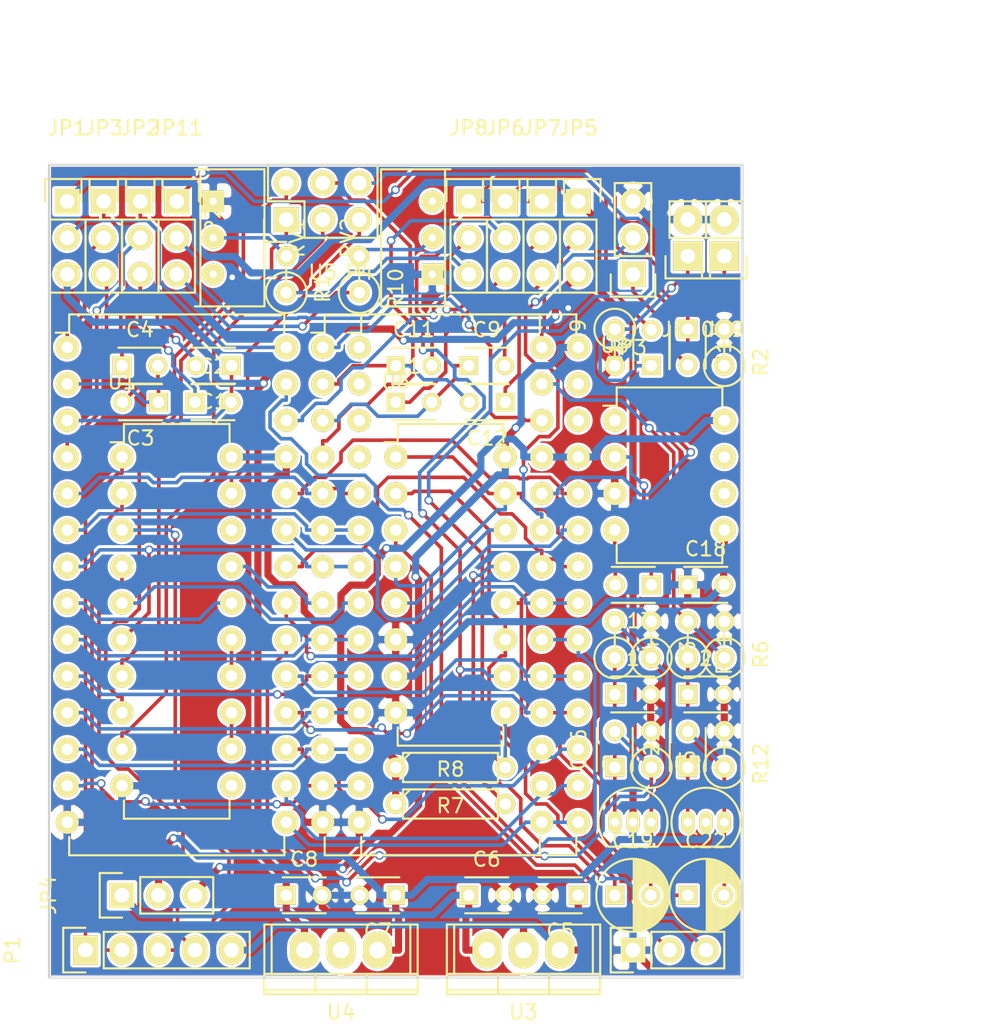
<source format=kicad_pcb>
(kicad_pcb (version 4) (host pcbnew 4.0.0-rc2-stable)
  (layers (0 F.Cu signal) (31 B.Cu signal) (34 B.Paste user) (35 F.Paste user) (36 B.SilkS user) (37 F.SilkS user) (38 B.Mask user) (39 F.Mask user) (44 Edge.Cuts user))
  (net 0 "")
  (net 1 "Net-(C1-Pad1)")
  (net 2 "Net-(C1-Pad2)")
  (net 3 "Net-(C2-Pad1)")
  (net 4 "Net-(C3-Pad1)")
  (net 5 "Net-(C3-Pad2)")
  (net 6 "Net-(C4-Pad1)")
  (net 7 GND)
  (net 8 /+9V)
  (net 9 "Net-(C10-Pad2)")
  (net 10 "Net-(C9-Pad2)")
  (net 11 "Net-(C10-Pad1)")
  (net 12 "Net-(C11-Pad1)")
  (net 13 "Net-(C11-Pad2)")
  (net 14 "Net-(C12-Pad1)")
  (net 15 "Net-(JP1-Pad2)")
  (net 16 "Net-(JP2-Pad2)")
  (net 17 "Net-(JP3-Pad2)")
  (net 18 "Net-(JP5-Pad2)")
  (net 19 "Net-(JP6-Pad2)")
  (net 20 "Net-(JP7-Pad2)")
  (net 21 /A5)
  (net 22 /A8)
  (net 23 /~IO1)
  (net 24 /~IO2)
  (net 25 /MS)
  (net 26 /PS)
  (net 27 /POT2X)
  (net 28 /POT2Y)
  (net 29 /~CS)
  (net 30 /RW)
  (net 31 "Net-(U1-Pad11)")
  (net 32 "Net-(U1-Pad12)")
  (net 33 "Net-(U1-Pad14)")
  (net 34 /~CS2)
  (net 35 /~CS1)
  (net 36 "Net-(U1-Pad18)")
  (net 37 VCC)
  (net 38 /~RES)
  (net 39 /CLK)
  (net 40 /A0)
  (net 41 /A1)
  (net 42 /A2)
  (net 43 /A3)
  (net 44 /A4)
  (net 45 /D0)
  (net 46 /D1)
  (net 47 /D2)
  (net 48 /D3)
  (net 49 /D4)
  (net 50 /D5)
  (net 51 /D6)
  (net 52 /D7)
  (net 53 /POTY)
  (net 54 /POTX)
  (net 55 VDD)
  (net 56 "Net-(P4-Pad1)")
  (net 57 "Net-(P4-Pad2)")
  (net 58 "Net-(P4-Pad3)")
  (net 59 "Net-(P4-Pad4)")
  (net 60 "Net-(P4-Pad26)")
  (net 61 "Net-(P4-Pad27)")
  (net 62 "Net-(C13-Pad1)")
  (net 63 "Net-(C13-Pad2)")
  (net 64 "Net-(C14-Pad1)")
  (net 65 "Net-(C14-Pad2)")
  (net 66 /S1OUT)
  (net 67 /S2OUT)
  (net 68 /LEFT)
  (net 69 /RIGHT)
  (net 70 "Net-(C16-Pad2)")
  (net 71 /M0)
  (net 72 /M1)
  (net 73 /+16V)
  (net 74 /IO1EN)
  (net 75 /IO2EN)
  (net 76 "Net-(C17-Pad1)")
  (net 77 "Net-(C17-Pad2)")
  (net 78 /VEE)
  (net 79 /RIGHT_OUT)
  (net 80 /LEFT_OUT)
  (net 81 "Net-(U8-Pad6)")
  (net 82 "Net-(U8-Pad7)")
  (net 83 /+12V)
  (net 84 /PWR)
  (net 85 /S2IN)
  (net 86 "Net-(JP8-Pad3)")
  (net 87 /S1IN)
  (net 88 "Net-(JP11-Pad3)")
  (net 89 "Net-(R1-Pad2)")
  (net 90 "Net-(R10-Pad2)")
  (net 91 "Net-(RV1-Pad3)")
  (net 92 "Net-(RV2-Pad3)")
  (net 93 "Net-(C15-Pad1)")
  (net 94 "Net-(C20-Pad1)")
  (net 95 "Net-(C21-Pad2)")
  (module Capacitors_ThroughHole:C_Disc_D3_P2.5 (layer F.Cu) (at 142.24 82.55 180)
    (fp_text reference C1 (at 1.25 -2.5 180) (layer F.SilkS))
    (fp_text value 480p)
    (pad 1 thru_hole rect (at 0 0 180) (size 1.3 1.3) (drill 0.8) (layers *.Cu *.Mask F.SilkS) (net 1 "Net-(C1-Pad1)"))
    (pad 2 thru_hole circle (at 2.5 0 180) (size 1.3 1.3) (drill 0.8001) (layers *.Cu *.Mask F.SilkS) (net 2 "Net-(C1-Pad2)"))
  )
  (module Capacitors_ThroughHole:C_Disc_D3_P2.5 (layer F.Cu) (at 139.7 85.09)
    (fp_text reference C2 (at 1.25 -2.5) (layer F.SilkS))
    (fp_text value 22n)
    (pad 1 thru_hole rect (at 0 0) (size 1.3 1.3) (drill 0.8) (layers *.Cu *.Mask F.SilkS) (net 3 "Net-(C2-Pad1)"))
    (pad 2 thru_hole circle (at 2.5 0) (size 1.3 1.3) (drill 0.8001) (layers *.Cu *.Mask F.SilkS) (net 1 "Net-(C1-Pad1)"))
  )
  (module Capacitors_ThroughHole:C_Disc_D3_P2.5 (layer F.Cu) (at 137.16 85.09 180)
    (fp_text reference C3 (at 1.25 -2.5 180) (layer F.SilkS))
    (fp_text value 480p)
    (pad 1 thru_hole rect (at 0 0 180) (size 1.3 1.3) (drill 0.8) (layers *.Cu *.Mask F.SilkS) (net 4 "Net-(C3-Pad1)"))
    (pad 2 thru_hole circle (at 2.5 0 180) (size 1.3 1.3) (drill 0.8001) (layers *.Cu *.Mask F.SilkS) (net 5 "Net-(C3-Pad2)"))
  )
  (module Capacitors_ThroughHole:C_Disc_D3_P2.5 (layer F.Cu) (at 134.62 82.55)
    (fp_text reference C4 (at 1.25 -2.5) (layer F.SilkS))
    (fp_text value 22n)
    (pad 1 thru_hole rect (at 0 0) (size 1.3 1.3) (drill 0.8) (layers *.Cu *.Mask F.SilkS) (net 6 "Net-(C4-Pad1)"))
    (pad 2 thru_hole circle (at 2.5 0) (size 1.3 1.3) (drill 0.8001) (layers *.Cu *.Mask F.SilkS) (net 4 "Net-(C3-Pad1)"))
  )
  (module Capacitors_ThroughHole:C_Disc_D3_P2.5 (layer F.Cu) (at 166.37 119.38 180)
    (fp_text reference C5 (at 1.25 -2.5 180) (layer F.SilkS))
    (fp_text value 330n)
    (pad 1 thru_hole rect (at 0 0 180) (size 1.3 1.3) (drill 0.8) (layers *.Cu *.Mask F.SilkS) (net 73 /+16V))
    (pad 2 thru_hole circle (at 2.5 0 180) (size 1.3 1.3) (drill 0.8001) (layers *.Cu *.Mask F.SilkS) (net 7 GND))
  )
  (module Capacitors_ThroughHole:C_Disc_D3_P2.5 (layer F.Cu) (at 158.75 119.38)
    (fp_text reference C6 (at 1.25 -2.5) (layer F.SilkS))
    (fp_text value 100n)
    (pad 1 thru_hole rect (at 0 0) (size 1.3 1.3) (drill 0.8) (layers *.Cu *.Mask F.SilkS) (net 84 /PWR))
    (pad 2 thru_hole circle (at 2.5 0) (size 1.3 1.3) (drill 0.8001) (layers *.Cu *.Mask F.SilkS) (net 7 GND))
  )
  (module Capacitors_ThroughHole:C_Disc_D3_P2.5 (layer F.Cu) (at 153.67 119.38 180)
    (fp_text reference C7 (at 1.25 -2.5 180) (layer F.SilkS))
    (fp_text value 330n)
    (pad 1 thru_hole rect (at 0 0 180) (size 1.3 1.3) (drill 0.8) (layers *.Cu *.Mask F.SilkS) (net 83 /+12V))
    (pad 2 thru_hole circle (at 2.5 0 180) (size 1.3 1.3) (drill 0.8001) (layers *.Cu *.Mask F.SilkS) (net 7 GND))
  )
  (module Capacitors_ThroughHole:C_Disc_D3_P2.5 (layer F.Cu) (at 146.05 119.38)
    (fp_text reference C8 (at 1.25 -2.5) (layer F.SilkS))
    (fp_text value 100n)
    (pad 1 thru_hole rect (at 0 0) (size 1.3 1.3) (drill 0.8) (layers *.Cu *.Mask F.SilkS) (net 8 /+9V))
    (pad 2 thru_hole circle (at 2.5 0) (size 1.3 1.3) (drill 0.8001) (layers *.Cu *.Mask F.SilkS) (net 7 GND))
  )
  (module Capacitors_ThroughHole:C_Disc_D3_P2.5 (layer F.Cu) (at 158.75 82.55)
    (fp_text reference C9 (at 1.25 -2.5) (layer F.SilkS))
    (fp_text value 480p)
    (pad 1 thru_hole rect (at 0 0) (size 1.3 1.3) (drill 0.8) (layers *.Cu *.Mask F.SilkS) (net 9 "Net-(C10-Pad2)"))
    (pad 2 thru_hole circle (at 2.5 0) (size 1.3 1.3) (drill 0.8001) (layers *.Cu *.Mask F.SilkS) (net 10 "Net-(C9-Pad2)"))
  )
  (module Capacitors_ThroughHole:C_Disc_D3_P2.5 (layer F.Cu) (at 153.67 85.09)
    (fp_text reference C10 (at 1.25 -2.5) (layer F.SilkS))
    (fp_text value 22n)
    (pad 1 thru_hole rect (at 0 0) (size 1.3 1.3) (drill 0.8) (layers *.Cu *.Mask F.SilkS) (net 11 "Net-(C10-Pad1)"))
    (pad 2 thru_hole circle (at 2.5 0) (size 1.3 1.3) (drill 0.8001) (layers *.Cu *.Mask F.SilkS) (net 9 "Net-(C10-Pad2)"))
  )
  (module Capacitors_ThroughHole:C_Disc_D3_P2.5 (layer F.Cu) (at 153.67 82.55)
    (fp_text reference C11 (at 1.25 -2.5) (layer F.SilkS))
    (fp_text value 480p)
    (pad 1 thru_hole rect (at 0 0) (size 1.3 1.3) (drill 0.8) (layers *.Cu *.Mask F.SilkS) (net 12 "Net-(C11-Pad1)"))
    (pad 2 thru_hole circle (at 2.5 0) (size 1.3 1.3) (drill 0.8001) (layers *.Cu *.Mask F.SilkS) (net 13 "Net-(C11-Pad2)"))
  )
  (module Capacitors_ThroughHole:C_Disc_D3_P2.5 (layer F.Cu) (at 161.29 85.09 180)
    (fp_text reference C12 (at 1.25 -2.5 180) (layer F.SilkS))
    (fp_text value 22n)
    (pad 1 thru_hole rect (at 0 0 180) (size 1.3 1.3) (drill 0.8) (layers *.Cu *.Mask F.SilkS) (net 14 "Net-(C12-Pad1)"))
    (pad 2 thru_hole circle (at 2.5 0 180) (size 1.3 1.3) (drill 0.8001) (layers *.Cu *.Mask F.SilkS) (net 12 "Net-(C11-Pad1)"))
  )
  (module Capacitors_ThroughHole:C_Disc_D3_P2.5 (layer F.Cu) (at 171.45 82.55 90)
    (fp_text reference C13 (at 1.25 -2.5 90) (layer F.SilkS))
    (fp_text value 100n)
    (pad 1 thru_hole rect (at 0 0 90) (size 1.3 1.3) (drill 0.8) (layers *.Cu *.Mask F.SilkS) (net 62 "Net-(C13-Pad1)"))
    (pad 2 thru_hole circle (at 2.5 0 90) (size 1.3 1.3) (drill 0.8001) (layers *.Cu *.Mask F.SilkS) (net 63 "Net-(C13-Pad2)"))
  )
  (module Capacitors_ThroughHole:C_Disc_D3_P2.5 (layer F.Cu) (at 173.99 80.01 270)
    (fp_text reference C14 (at 1.25 -2.5 270) (layer F.SilkS))
    (fp_text value 100n)
    (pad 1 thru_hole rect (at 0 0 270) (size 1.3 1.3) (drill 0.8) (layers *.Cu *.Mask F.SilkS) (net 64 "Net-(C14-Pad1)"))
    (pad 2 thru_hole circle (at 2.5 0 270) (size 1.3 1.3) (drill 0.8001) (layers *.Cu *.Mask F.SilkS) (net 65 "Net-(C14-Pad2)"))
  )
  (module Capacitors_ThroughHole:C_Disc_D3_P2.5 (layer F.Cu) (at 168.91 105.41)
    (fp_text reference C15 (at 1.25 -2.5) (layer F.SilkS))
    (fp_text value 1000p)
    (pad 1 thru_hole rect (at 0 0) (size 1.3 1.3) (drill 0.8) (layers *.Cu *.Mask F.SilkS) (net 93 "Net-(C15-Pad1)"))
    (pad 2 thru_hole circle (at 2.5 0) (size 1.3 1.3) (drill 0.8001) (layers *.Cu *.Mask F.SilkS) (net 7 GND))
  )
  (module Capacitors_ThroughHole:C_Disc_D3_P2.5 (layer F.Cu) (at 168.91 110.49 90)
    (fp_text reference C16 (at 1.25 -2.5 90) (layer F.SilkS))
    (fp_text value 470p)
    (pad 1 thru_hole rect (at 0 0 90) (size 1.3 1.3) (drill 0.8) (layers *.Cu *.Mask F.SilkS) (net 93 "Net-(C15-Pad1)"))
    (pad 2 thru_hole circle (at 2.5 0 90) (size 1.3 1.3) (drill 0.8001) (layers *.Cu *.Mask F.SilkS) (net 70 "Net-(C16-Pad2)"))
  )
  (module Capacitors_ThroughHole:C_Disc_D3_P2.5 (layer F.Cu) (at 171.45 97.79 180)
    (fp_text reference C17 (at 1.25 -2.5 180) (layer F.SilkS))
    (fp_text value 10u)
    (pad 1 thru_hole rect (at 0 0 180) (size 1.3 1.3) (drill 0.8) (layers *.Cu *.Mask F.SilkS) (net 76 "Net-(C17-Pad1)"))
    (pad 2 thru_hole circle (at 2.5 0 180) (size 1.3 1.3) (drill 0.8001) (layers *.Cu *.Mask F.SilkS) (net 77 "Net-(C17-Pad2)"))
  )
  (module Capacitors_ThroughHole:C_Disc_D3_P2.5 (layer F.Cu) (at 173.99 97.79)
    (fp_text reference C18 (at 1.25 -2.5) (layer F.SilkS))
    (fp_text value 10u)
    (pad 1 thru_hole rect (at 0 0) (size 1.3 1.3) (drill 0.8) (layers *.Cu *.Mask F.SilkS) (net 7 GND))
    (pad 2 thru_hole circle (at 2.5 0) (size 1.3 1.3) (drill 0.8001) (layers *.Cu *.Mask F.SilkS) (net 78 /VEE))
  )
  (module Pin_Headers:Pin_Header_Straight_1x02 (layer F.Cu) (at 176.53 74.93 180)
    (fp_text reference JP9 (at 0 -5.1 180) (layer F.SilkS))
    (fp_text value NR1)
    (pad 1 thru_hole rect (at 0 0 180) (size 2.032 2.032) (drill 1.016) (layers *.Cu *.Mask F.SilkS) (net 64 "Net-(C14-Pad1)"))
    (pad 2 thru_hole oval (at 0 2.54 180) (size 2.032 2.032) (drill 1.016) (layers *.Cu *.Mask F.SilkS) (net 7 GND))
  )
  (module Pin_Headers:Pin_Header_Straight_1x05 (layer F.Cu) (at 132.08 123.19 90)
    (fp_text reference P1 (at 0 -5.1 90) (layer F.SilkS))
    (fp_text value INPUT)
    (pad 1 thru_hole rect (at 0 0 90) (size 2.032 1.7272) (drill 1.016) (layers *.Cu *.Mask F.SilkS) (net 21 /A5))
    (pad 2 thru_hole oval (at 0 2.54 90) (size 2.032 1.7272) (drill 1.016) (layers *.Cu *.Mask F.SilkS) (net 22 /A8))
    (pad 3 thru_hole oval (at 0 5.08 90) (size 2.032 1.7272) (drill 1.016) (layers *.Cu *.Mask F.SilkS) (net 23 /~IO1))
    (pad 4 thru_hole oval (at 0 7.62 90) (size 2.032 1.7272) (drill 1.016) (layers *.Cu *.Mask F.SilkS) (net 24 /~IO2))
    (pad 5 thru_hole oval (at 0 10.16 90) (size 2.032 1.7272) (drill 1.016) (layers *.Cu *.Mask F.SilkS) (net 73 /+16V))
  )
  (module Housings_DIP:DIP-28_W15.24mm (layer F.Cu) (at 151.13 81.28)
    (fp_text reference P4 (at 0 -5.22) (layer F.SilkS))
    (fp_text value SOCKET)
    (pad 1 thru_hole oval (at 0 0) (size 1.6 1.6) (drill 0.8) (layers *.Cu *.Mask F.SilkS) (net 56 "Net-(P4-Pad1)"))
    (pad 2 thru_hole oval (at 0 2.54) (size 1.6 1.6) (drill 0.8) (layers *.Cu *.Mask F.SilkS) (net 57 "Net-(P4-Pad2)"))
    (pad 3 thru_hole oval (at 0 5.08) (size 1.6 1.6) (drill 0.8) (layers *.Cu *.Mask F.SilkS) (net 58 "Net-(P4-Pad3)"))
    (pad 4 thru_hole oval (at 0 7.62) (size 1.6 1.6) (drill 0.8) (layers *.Cu *.Mask F.SilkS) (net 59 "Net-(P4-Pad4)"))
    (pad 5 thru_hole oval (at 0 10.16) (size 1.6 1.6) (drill 0.8) (layers *.Cu *.Mask F.SilkS) (net 38 /~RES))
    (pad 6 thru_hole oval (at 0 12.7) (size 1.6 1.6) (drill 0.8) (layers *.Cu *.Mask F.SilkS) (net 39 /CLK))
    (pad 7 thru_hole oval (at 0 15.24) (size 1.6 1.6) (drill 0.8) (layers *.Cu *.Mask F.SilkS) (net 30 /RW))
    (pad 8 thru_hole oval (at 0 17.78) (size 1.6 1.6) (drill 0.8) (layers *.Cu *.Mask F.SilkS) (net 29 /~CS))
    (pad 9 thru_hole oval (at 0 20.32) (size 1.6 1.6) (drill 0.8) (layers *.Cu *.Mask F.SilkS) (net 40 /A0))
    (pad 10 thru_hole oval (at 0 22.86) (size 1.6 1.6) (drill 0.8) (layers *.Cu *.Mask F.SilkS) (net 41 /A1))
    (pad 11 thru_hole oval (at 0 25.4) (size 1.6 1.6) (drill 0.8) (layers *.Cu *.Mask F.SilkS) (net 42 /A2))
    (pad 12 thru_hole oval (at 0 27.94) (size 1.6 1.6) (drill 0.8) (layers *.Cu *.Mask F.SilkS) (net 43 /A3))
    (pad 13 thru_hole oval (at 0 30.48) (size 1.6 1.6) (drill 0.8) (layers *.Cu *.Mask F.SilkS) (net 44 /A4))
    (pad 14 thru_hole oval (at 0 33.02) (size 1.6 1.6) (drill 0.8) (layers *.Cu *.Mask F.SilkS) (net 7 GND))
    (pad 15 thru_hole oval (at 15.24 33.02) (size 1.6 1.6) (drill 0.8) (layers *.Cu *.Mask F.SilkS) (net 45 /D0))
    (pad 16 thru_hole oval (at 15.24 30.48) (size 1.6 1.6) (drill 0.8) (layers *.Cu *.Mask F.SilkS) (net 46 /D1))
    (pad 17 thru_hole oval (at 15.24 27.94) (size 1.6 1.6) (drill 0.8) (layers *.Cu *.Mask F.SilkS) (net 47 /D2))
    (pad 18 thru_hole oval (at 15.24 25.4) (size 1.6 1.6) (drill 0.8) (layers *.Cu *.Mask F.SilkS) (net 48 /D3))
    (pad 19 thru_hole oval (at 15.24 22.86) (size 1.6 1.6) (drill 0.8) (layers *.Cu *.Mask F.SilkS) (net 49 /D4))
    (pad 20 thru_hole oval (at 15.24 20.32) (size 1.6 1.6) (drill 0.8) (layers *.Cu *.Mask F.SilkS) (net 50 /D5))
    (pad 21 thru_hole oval (at 15.24 17.78) (size 1.6 1.6) (drill 0.8) (layers *.Cu *.Mask F.SilkS) (net 51 /D6))
    (pad 22 thru_hole oval (at 15.24 15.24) (size 1.6 1.6) (drill 0.8) (layers *.Cu *.Mask F.SilkS) (net 52 /D7))
    (pad 23 thru_hole oval (at 15.24 12.7) (size 1.6 1.6) (drill 0.8) (layers *.Cu *.Mask F.SilkS) (net 53 /POTY))
    (pad 24 thru_hole oval (at 15.24 10.16) (size 1.6 1.6) (drill 0.8) (layers *.Cu *.Mask F.SilkS) (net 54 /POTX))
    (pad 25 thru_hole oval (at 15.24 7.62) (size 1.6 1.6) (drill 0.8) (layers *.Cu *.Mask F.SilkS) (net 37 VCC))
    (pad 26 thru_hole oval (at 15.24 5.08) (size 1.6 1.6) (drill 0.8) (layers *.Cu *.Mask F.SilkS) (net 60 "Net-(P4-Pad26)"))
    (pad 27 thru_hole oval (at 15.24 2.54) (size 1.6 1.6) (drill 0.8) (layers *.Cu *.Mask F.SilkS) (net 61 "Net-(P4-Pad27)"))
    (pad 28 thru_hole oval (at 15.24 0) (size 1.6 1.6) (drill 0.8) (layers *.Cu *.Mask F.SilkS) (net 55 VDD))
  )
  (module Discret:R1 (layer F.Cu) (at 146.05 76.2 90)
    (fp_text reference R1 (at -1.016 2.54 90) (layer F.SilkS))
    (fp_text value 220)
    (pad 1 thru_hole circle (at -1.27 0 90) (size 1.397 1.397) (drill 0.8128) (layers *.Cu *.Mask F.SilkS) (net 86 "Net-(JP8-Pad3)"))
    (pad 2 thru_hole circle (at 1.27 0 90) (size 1.397 1.397) (drill 0.8128) (layers *.Cu *.Mask F.SilkS) (net 89 "Net-(R1-Pad2)"))
  )
  (module Discret:R1 (layer F.Cu) (at 176.53 81.28 90)
    (fp_text reference R2 (at -1.016 2.54 90) (layer F.SilkS))
    (fp_text value 100k)
    (pad 1 thru_hole circle (at -1.27 0 90) (size 1.397 1.397) (drill 0.8128) (layers *.Cu *.Mask F.SilkS) (net 64 "Net-(C14-Pad1)"))
    (pad 2 thru_hole circle (at 1.27 0 90) (size 1.397 1.397) (drill 0.8128) (layers *.Cu *.Mask F.SilkS) (net 7 GND))
  )
  (module Discret:R1 (layer F.Cu) (at 171.45 101.6 90)
    (fp_text reference R3 (at -1.016 2.54 90) (layer F.SilkS))
    (fp_text value 1k)
    (pad 1 thru_hole circle (at -1.27 0 90) (size 1.397 1.397) (drill 0.8128) (layers *.Cu *.Mask F.SilkS) (net 67 /S2OUT))
    (pad 2 thru_hole circle (at 1.27 0 90) (size 1.397 1.397) (drill 0.8128) (layers *.Cu *.Mask F.SilkS) (net 7 GND))
  )
  (module Discret:R1 (layer F.Cu) (at 168.91 101.6 90)
    (fp_text reference R4 (at -1.016 2.54 90) (layer F.SilkS))
    (fp_text value 10k)
    (pad 1 thru_hole circle (at -1.27 0 90) (size 1.397 1.397) (drill 0.8128) (layers *.Cu *.Mask F.SilkS) (net 93 "Net-(C15-Pad1)"))
    (pad 2 thru_hole circle (at 1.27 0 90) (size 1.397 1.397) (drill 0.8128) (layers *.Cu *.Mask F.SilkS) (net 67 /S2OUT))
  )
  (module Discret:R1 (layer F.Cu) (at 171.45 109.22 90)
    (fp_text reference R5 (at -1.016 2.54 90) (layer F.SilkS))
    (fp_text value 1k)
    (pad 1 thru_hole circle (at -1.27 0 90) (size 1.397 1.397) (drill 0.8128) (layers *.Cu *.Mask F.SilkS) (net 70 "Net-(C16-Pad2)"))
    (pad 2 thru_hole circle (at 1.27 0 90) (size 1.397 1.397) (drill 0.8128) (layers *.Cu *.Mask F.SilkS) (net 7 GND))
  )
  (module Discret:R1 (layer F.Cu) (at 176.53 101.6 90)
    (fp_text reference R6 (at -1.016 2.54 90) (layer F.SilkS))
    (fp_text value 1k)
    (pad 1 thru_hole circle (at -1.27 0 90) (size 1.397 1.397) (drill 0.8128) (layers *.Cu *.Mask F.SilkS) (net 66 /S1OUT))
    (pad 2 thru_hole circle (at 1.27 0 90) (size 1.397 1.397) (drill 0.8128) (layers *.Cu *.Mask F.SilkS) (net 7 GND))
  )
  (module Housings_DIP:DIP-20_W7.62mm (layer F.Cu) (at 134.62 88.9)
    (fp_text reference U1 (at 0 -5.22) (layer F.SilkS))
    (fp_text value GAL16V8)
    (pad 1 thru_hole oval (at 0 0) (size 1.6 1.6) (drill 0.8) (layers *.Cu *.Mask F.SilkS) (net 21 /A5))
    (pad 2 thru_hole oval (at 0 2.54) (size 1.6 1.6) (drill 0.8) (layers *.Cu *.Mask F.SilkS) (net 22 /A8))
    (pad 3 thru_hole oval (at 0 5.08) (size 1.6 1.6) (drill 0.8) (layers *.Cu *.Mask F.SilkS) (net 23 /~IO1))
    (pad 4 thru_hole oval (at 0 7.62) (size 1.6 1.6) (drill 0.8) (layers *.Cu *.Mask F.SilkS) (net 24 /~IO2))
    (pad 5 thru_hole oval (at 0 10.16) (size 1.6 1.6) (drill 0.8) (layers *.Cu *.Mask F.SilkS) (net 29 /~CS))
    (pad 6 thru_hole oval (at 0 12.7) (size 1.6 1.6) (drill 0.8) (layers *.Cu *.Mask F.SilkS) (net 30 /RW))
    (pad 7 thru_hole oval (at 0 15.24) (size 1.6 1.6) (drill 0.8) (layers *.Cu *.Mask F.SilkS) (net 25 /MS))
    (pad 8 thru_hole oval (at 0 17.78) (size 1.6 1.6) (drill 0.8) (layers *.Cu *.Mask F.SilkS) (net 26 /PS))
    (pad 9 thru_hole oval (at 0 20.32) (size 1.6 1.6) (drill 0.8) (layers *.Cu *.Mask F.SilkS) (net 74 /IO1EN))
    (pad 10 thru_hole oval (at 0 22.86) (size 1.6 1.6) (drill 0.8) (layers *.Cu *.Mask F.SilkS) (net 7 GND))
    (pad 11 thru_hole oval (at 7.62 22.86) (size 1.6 1.6) (drill 0.8) (layers *.Cu *.Mask F.SilkS) (net 31 "Net-(U1-Pad11)"))
    (pad 12 thru_hole oval (at 7.62 20.32) (size 1.6 1.6) (drill 0.8) (layers *.Cu *.Mask F.SilkS) (net 32 "Net-(U1-Pad12)"))
    (pad 13 thru_hole oval (at 7.62 17.78) (size 1.6 1.6) (drill 0.8) (layers *.Cu *.Mask F.SilkS) (net 32 "Net-(U1-Pad12)"))
    (pad 14 thru_hole oval (at 7.62 15.24) (size 1.6 1.6) (drill 0.8) (layers *.Cu *.Mask F.SilkS) (net 33 "Net-(U1-Pad14)"))
    (pad 15 thru_hole oval (at 7.62 12.7) (size 1.6 1.6) (drill 0.8) (layers *.Cu *.Mask F.SilkS) (net 33 "Net-(U1-Pad14)"))
    (pad 16 thru_hole oval (at 7.62 10.16) (size 1.6 1.6) (drill 0.8) (layers *.Cu *.Mask F.SilkS) (net 34 /~CS2))
    (pad 17 thru_hole oval (at 7.62 7.62) (size 1.6 1.6) (drill 0.8) (layers *.Cu *.Mask F.SilkS) (net 35 /~CS1))
    (pad 18 thru_hole oval (at 7.62 5.08) (size 1.6 1.6) (drill 0.8) (layers *.Cu *.Mask F.SilkS) (net 36 "Net-(U1-Pad18)"))
    (pad 19 thru_hole oval (at 7.62 2.54) (size 1.6 1.6) (drill 0.8) (layers *.Cu *.Mask F.SilkS) (net 75 /IO2EN))
    (pad 20 thru_hole oval (at 7.62 0) (size 1.6 1.6) (drill 0.8) (layers *.Cu *.Mask F.SilkS) (net 37 VCC))
  )
  (module Housings_DIP:DIP-28_W15.24mm (layer F.Cu) (at 130.81 81.28)
    (fp_text reference U2 (at 0 -5.22) (layer F.SilkS))
    (fp_text value SID2)
    (pad 1 thru_hole oval (at 0 0) (size 1.6 1.6) (drill 0.8) (layers *.Cu *.Mask F.SilkS) (net 17 "Net-(JP3-Pad2)"))
    (pad 2 thru_hole oval (at 0 2.54) (size 1.6 1.6) (drill 0.8) (layers *.Cu *.Mask F.SilkS) (net 4 "Net-(C3-Pad1)"))
    (pad 3 thru_hole oval (at 0 5.08) (size 1.6 1.6) (drill 0.8) (layers *.Cu *.Mask F.SilkS) (net 1 "Net-(C1-Pad1)"))
    (pad 4 thru_hole oval (at 0 7.62) (size 1.6 1.6) (drill 0.8) (layers *.Cu *.Mask F.SilkS) (net 16 "Net-(JP2-Pad2)"))
    (pad 5 thru_hole oval (at 0 10.16) (size 1.6 1.6) (drill 0.8) (layers *.Cu *.Mask F.SilkS) (net 38 /~RES))
    (pad 6 thru_hole oval (at 0 12.7) (size 1.6 1.6) (drill 0.8) (layers *.Cu *.Mask F.SilkS) (net 39 /CLK))
    (pad 7 thru_hole oval (at 0 15.24) (size 1.6 1.6) (drill 0.8) (layers *.Cu *.Mask F.SilkS) (net 30 /RW))
    (pad 8 thru_hole oval (at 0 17.78) (size 1.6 1.6) (drill 0.8) (layers *.Cu *.Mask F.SilkS) (net 34 /~CS2))
    (pad 9 thru_hole oval (at 0 20.32) (size 1.6 1.6) (drill 0.8) (layers *.Cu *.Mask F.SilkS) (net 40 /A0))
    (pad 10 thru_hole oval (at 0 22.86) (size 1.6 1.6) (drill 0.8) (layers *.Cu *.Mask F.SilkS) (net 41 /A1))
    (pad 11 thru_hole oval (at 0 25.4) (size 1.6 1.6) (drill 0.8) (layers *.Cu *.Mask F.SilkS) (net 42 /A2))
    (pad 12 thru_hole oval (at 0 27.94) (size 1.6 1.6) (drill 0.8) (layers *.Cu *.Mask F.SilkS) (net 43 /A3))
    (pad 13 thru_hole oval (at 0 30.48) (size 1.6 1.6) (drill 0.8) (layers *.Cu *.Mask F.SilkS) (net 44 /A4))
    (pad 14 thru_hole oval (at 0 33.02) (size 1.6 1.6) (drill 0.8) (layers *.Cu *.Mask F.SilkS) (net 7 GND))
    (pad 15 thru_hole oval (at 15.24 33.02) (size 1.6 1.6) (drill 0.8) (layers *.Cu *.Mask F.SilkS) (net 45 /D0))
    (pad 16 thru_hole oval (at 15.24 30.48) (size 1.6 1.6) (drill 0.8) (layers *.Cu *.Mask F.SilkS) (net 46 /D1))
    (pad 17 thru_hole oval (at 15.24 27.94) (size 1.6 1.6) (drill 0.8) (layers *.Cu *.Mask F.SilkS) (net 47 /D2))
    (pad 18 thru_hole oval (at 15.24 25.4) (size 1.6 1.6) (drill 0.8) (layers *.Cu *.Mask F.SilkS) (net 48 /D3))
    (pad 19 thru_hole oval (at 15.24 22.86) (size 1.6 1.6) (drill 0.8) (layers *.Cu *.Mask F.SilkS) (net 49 /D4))
    (pad 20 thru_hole oval (at 15.24 20.32) (size 1.6 1.6) (drill 0.8) (layers *.Cu *.Mask F.SilkS) (net 50 /D5))
    (pad 21 thru_hole oval (at 15.24 17.78) (size 1.6 1.6) (drill 0.8) (layers *.Cu *.Mask F.SilkS) (net 51 /D6))
    (pad 22 thru_hole oval (at 15.24 15.24) (size 1.6 1.6) (drill 0.8) (layers *.Cu *.Mask F.SilkS) (net 52 /D7))
    (pad 23 thru_hole oval (at 15.24 12.7) (size 1.6 1.6) (drill 0.8) (layers *.Cu *.Mask F.SilkS) (net 53 /POTY))
    (pad 24 thru_hole oval (at 15.24 10.16) (size 1.6 1.6) (drill 0.8) (layers *.Cu *.Mask F.SilkS) (net 54 /POTX))
    (pad 25 thru_hole oval (at 15.24 7.62) (size 1.6 1.6) (drill 0.8) (layers *.Cu *.Mask F.SilkS) (net 37 VCC))
    (pad 26 thru_hole oval (at 15.24 5.08) (size 1.6 1.6) (drill 0.8) (layers *.Cu *.Mask F.SilkS) (net 85 /S2IN))
    (pad 27 thru_hole oval (at 15.24 2.54) (size 1.6 1.6) (drill 0.8) (layers *.Cu *.Mask F.SilkS) (net 67 /S2OUT))
    (pad 28 thru_hole oval (at 15.24 0) (size 1.6 1.6) (drill 0.8) (layers *.Cu *.Mask F.SilkS) (net 15 "Net-(JP1-Pad2)"))
  )
  (module Power_Integrations:TO-220 (layer F.Cu) (at 162.56 123.19 180)
    (fp_text reference U3 (at 0 -4.318 180) (layer F.SilkS))
    (fp_text value 7812)
    (pad 2 thru_hole oval (at 0 0 180) (size 2.032 2.54) (drill 1.143) (layers *.Cu *.Mask F.SilkS) (net 7 GND))
    (pad 3 thru_hole oval (at 2.54 0 180) (size 2.032 2.54) (drill 1.143) (layers *.Cu *.Mask F.SilkS) (net 84 /PWR))
    (pad 1 thru_hole oval (at -2.54 0 180) (size 2.032 2.54) (drill 1.143) (layers *.Cu *.Mask F.SilkS) (net 73 /+16V))
  )
  (module Power_Integrations:TO-220 (layer F.Cu) (at 149.86 123.19 180)
    (fp_text reference U4 (at 0 -4.318 180) (layer F.SilkS))
    (fp_text value 7809)
    (pad 2 thru_hole oval (at 0 0 180) (size 2.032 2.54) (drill 1.143) (layers *.Cu *.Mask F.SilkS) (net 7 GND))
    (pad 3 thru_hole oval (at 2.54 0 180) (size 2.032 2.54) (drill 1.143) (layers *.Cu *.Mask F.SilkS) (net 8 /+9V))
    (pad 1 thru_hole oval (at -2.54 0 180) (size 2.032 2.54) (drill 1.143) (layers *.Cu *.Mask F.SilkS) (net 83 /+12V))
  )
  (module Housings_DIP:DIP-28_W15.24mm (layer F.Cu) (at 148.59 81.28)
    (fp_text reference U5 (at 0 -5.22) (layer F.SilkS))
    (fp_text value SID1)
    (pad 1 thru_hole oval (at 0 0) (size 1.6 1.6) (drill 0.8) (layers *.Cu *.Mask F.SilkS) (net 20 "Net-(JP7-Pad2)"))
    (pad 2 thru_hole oval (at 0 2.54) (size 1.6 1.6) (drill 0.8) (layers *.Cu *.Mask F.SilkS) (net 12 "Net-(C11-Pad1)"))
    (pad 3 thru_hole oval (at 0 5.08) (size 1.6 1.6) (drill 0.8) (layers *.Cu *.Mask F.SilkS) (net 9 "Net-(C10-Pad2)"))
    (pad 4 thru_hole oval (at 0 7.62) (size 1.6 1.6) (drill 0.8) (layers *.Cu *.Mask F.SilkS) (net 19 "Net-(JP6-Pad2)"))
    (pad 5 thru_hole oval (at 0 10.16) (size 1.6 1.6) (drill 0.8) (layers *.Cu *.Mask F.SilkS) (net 38 /~RES))
    (pad 6 thru_hole oval (at 0 12.7) (size 1.6 1.6) (drill 0.8) (layers *.Cu *.Mask F.SilkS) (net 39 /CLK))
    (pad 7 thru_hole oval (at 0 15.24) (size 1.6 1.6) (drill 0.8) (layers *.Cu *.Mask F.SilkS) (net 30 /RW))
    (pad 8 thru_hole oval (at 0 17.78) (size 1.6 1.6) (drill 0.8) (layers *.Cu *.Mask F.SilkS) (net 35 /~CS1))
    (pad 9 thru_hole oval (at 0 20.32) (size 1.6 1.6) (drill 0.8) (layers *.Cu *.Mask F.SilkS) (net 40 /A0))
    (pad 10 thru_hole oval (at 0 22.86) (size 1.6 1.6) (drill 0.8) (layers *.Cu *.Mask F.SilkS) (net 41 /A1))
    (pad 11 thru_hole oval (at 0 25.4) (size 1.6 1.6) (drill 0.8) (layers *.Cu *.Mask F.SilkS) (net 42 /A2))
    (pad 12 thru_hole oval (at 0 27.94) (size 1.6 1.6) (drill 0.8) (layers *.Cu *.Mask F.SilkS) (net 43 /A3))
    (pad 13 thru_hole oval (at 0 30.48) (size 1.6 1.6) (drill 0.8) (layers *.Cu *.Mask F.SilkS) (net 44 /A4))
    (pad 14 thru_hole oval (at 0 33.02) (size 1.6 1.6) (drill 0.8) (layers *.Cu *.Mask F.SilkS) (net 7 GND))
    (pad 15 thru_hole oval (at 15.24 33.02) (size 1.6 1.6) (drill 0.8) (layers *.Cu *.Mask F.SilkS) (net 45 /D0))
    (pad 16 thru_hole oval (at 15.24 30.48) (size 1.6 1.6) (drill 0.8) (layers *.Cu *.Mask F.SilkS) (net 46 /D1))
    (pad 17 thru_hole oval (at 15.24 27.94) (size 1.6 1.6) (drill 0.8) (layers *.Cu *.Mask F.SilkS) (net 47 /D2))
    (pad 18 thru_hole oval (at 15.24 25.4) (size 1.6 1.6) (drill 0.8) (layers *.Cu *.Mask F.SilkS) (net 48 /D3))
    (pad 19 thru_hole oval (at 15.24 22.86) (size 1.6 1.6) (drill 0.8) (layers *.Cu *.Mask F.SilkS) (net 49 /D4))
    (pad 20 thru_hole oval (at 15.24 20.32) (size 1.6 1.6) (drill 0.8) (layers *.Cu *.Mask F.SilkS) (net 50 /D5))
    (pad 21 thru_hole oval (at 15.24 17.78) (size 1.6 1.6) (drill 0.8) (layers *.Cu *.Mask F.SilkS) (net 51 /D6))
    (pad 22 thru_hole oval (at 15.24 15.24) (size 1.6 1.6) (drill 0.8) (layers *.Cu *.Mask F.SilkS) (net 52 /D7))
    (pad 23 thru_hole oval (at 15.24 12.7) (size 1.6 1.6) (drill 0.8) (layers *.Cu *.Mask F.SilkS) (net 28 /POT2Y))
    (pad 24 thru_hole oval (at 15.24 10.16) (size 1.6 1.6) (drill 0.8) (layers *.Cu *.Mask F.SilkS) (net 27 /POT2X))
    (pad 25 thru_hole oval (at 15.24 7.62) (size 1.6 1.6) (drill 0.8) (layers *.Cu *.Mask F.SilkS) (net 37 VCC))
    (pad 26 thru_hole oval (at 15.24 5.08) (size 1.6 1.6) (drill 0.8) (layers *.Cu *.Mask F.SilkS) (net 87 /S1IN))
    (pad 27 thru_hole oval (at 15.24 2.54) (size 1.6 1.6) (drill 0.8) (layers *.Cu *.Mask F.SilkS) (net 66 /S1OUT))
    (pad 28 thru_hole oval (at 15.24 0) (size 1.6 1.6) (drill 0.8) (layers *.Cu *.Mask F.SilkS) (net 18 "Net-(JP5-Pad2)"))
  )
  (module Housings_DIP:DIP-16_W7.62mm (layer F.Cu) (at 153.67 88.9)
    (fp_text reference U6 (at 0 -5.22) (layer F.SilkS))
    (fp_text value 4052)
    (pad 1 thru_hole oval (at 0 0) (size 1.6 1.6) (drill 0.8) (layers *.Cu *.Mask F.SilkS) (net 68 /LEFT))
    (pad 2 thru_hole oval (at 0 2.54) (size 1.6 1.6) (drill 0.8) (layers *.Cu *.Mask F.SilkS) (net 69 /RIGHT))
    (pad 3 thru_hole oval (at 0 5.08) (size 1.6 1.6) (drill 0.8) (layers *.Cu *.Mask F.SilkS) (net 79 /RIGHT_OUT))
    (pad 4 thru_hole oval (at 0 7.62) (size 1.6 1.6) (drill 0.8) (layers *.Cu *.Mask F.SilkS) (net 68 /LEFT))
    (pad 5 thru_hole oval (at 0 10.16) (size 1.6 1.6) (drill 0.8) (layers *.Cu *.Mask F.SilkS) (net 69 /RIGHT))
    (pad 6 thru_hole oval (at 0 12.7) (size 1.6 1.6) (drill 0.8) (layers *.Cu *.Mask F.SilkS) (net 7 GND))
    (pad 7 thru_hole oval (at 0 15.24) (size 1.6 1.6) (drill 0.8) (layers *.Cu *.Mask F.SilkS) (net 78 /VEE))
    (pad 8 thru_hole oval (at 0 17.78) (size 1.6 1.6) (drill 0.8) (layers *.Cu *.Mask F.SilkS) (net 7 GND))
    (pad 9 thru_hole oval (at 7.62 17.78) (size 1.6 1.6) (drill 0.8) (layers *.Cu *.Mask F.SilkS) (net 72 /M1))
    (pad 10 thru_hole oval (at 7.62 15.24) (size 1.6 1.6) (drill 0.8) (layers *.Cu *.Mask F.SilkS) (net 71 /M0))
    (pad 11 thru_hole oval (at 7.62 12.7) (size 1.6 1.6) (drill 0.8) (layers *.Cu *.Mask F.SilkS) (net 69 /RIGHT))
    (pad 12 thru_hole oval (at 7.62 10.16) (size 1.6 1.6) (drill 0.8) (layers *.Cu *.Mask F.SilkS) (net 68 /LEFT))
    (pad 13 thru_hole oval (at 7.62 7.62) (size 1.6 1.6) (drill 0.8) (layers *.Cu *.Mask F.SilkS) (net 80 /LEFT_OUT))
    (pad 14 thru_hole oval (at 7.62 5.08) (size 1.6 1.6) (drill 0.8) (layers *.Cu *.Mask F.SilkS) (net 69 /RIGHT))
    (pad 15 thru_hole oval (at 7.62 2.54) (size 1.6 1.6) (drill 0.8) (layers *.Cu *.Mask F.SilkS) (net 68 /LEFT))
    (pad 16 thru_hole oval (at 7.62 0) (size 1.6 1.6) (drill 0.8) (layers *.Cu *.Mask F.SilkS) (net 55 VDD))
  )
  (module Housings_DIP:DIP-8_W7.62mm (layer F.Cu) (at 168.91 86.36)
    (fp_text reference U8 (at 0 -5.22) (layer F.SilkS))
    (fp_text value ICL7660)
    (pad 1 thru_hole oval (at 0 0) (size 1.6 1.6) (drill 0.8) (layers *.Cu *.Mask F.SilkS))
    (pad 2 thru_hole oval (at 0 2.54) (size 1.6 1.6) (drill 0.8) (layers *.Cu *.Mask F.SilkS) (net 76 "Net-(C17-Pad1)"))
    (pad 3 thru_hole oval (at 0 5.08) (size 1.6 1.6) (drill 0.8) (layers *.Cu *.Mask F.SilkS) (net 7 GND))
    (pad 4 thru_hole oval (at 0 7.62) (size 1.6 1.6) (drill 0.8) (layers *.Cu *.Mask F.SilkS) (net 77 "Net-(C17-Pad2)"))
    (pad 5 thru_hole oval (at 7.62 7.62) (size 1.6 1.6) (drill 0.8) (layers *.Cu *.Mask F.SilkS) (net 78 /VEE))
    (pad 6 thru_hole oval (at 7.62 5.08) (size 1.6 1.6) (drill 0.8) (layers *.Cu *.Mask F.SilkS) (net 81 "Net-(U8-Pad6)"))
    (pad 7 thru_hole oval (at 7.62 2.54) (size 1.6 1.6) (drill 0.8) (layers *.Cu *.Mask F.SilkS) (net 82 "Net-(U8-Pad7)"))
    (pad 8 thru_hole oval (at 7.62 0) (size 1.6 1.6) (drill 0.8) (layers *.Cu *.Mask F.SilkS) (net 37 VCC))
  )
  (module Pinheaders:Pin_Header_Straight_1x03 (layer F.Cu) (at 130.81 71.12)
    (fp_text reference JP1 (at 0 -5.1) (layer F.SilkS))
    (fp_text value SUPPLY2)
    (pad 1 thru_hole rect (at 0 0) (size 1.7272 1.7272) (drill 1.016) (layers *.Cu *.Mask F.SilkS) (net 83 /+12V))
    (pad 2 thru_hole circle (at 0 2.54) (size 1.7272 1.7272) (drill 1.016) (layers *.Cu *.Mask F.SilkS) (net 15 "Net-(JP1-Pad2)"))
    (pad 3 thru_hole circle (at 0 5.08) (size 1.7272 1.7272) (drill 1.016) (layers *.Cu *.Mask F.SilkS) (net 8 /+9V))
  )
  (module Pinheaders:Pin_Header_Straight_1x03 (layer F.Cu) (at 135.89 71.12)
    (fp_text reference JP2 (at 0 -5.1) (layer F.SilkS))
    (fp_text value S2CAP2)
    (pad 1 thru_hole rect (at 0 0) (size 1.7272 1.7272) (drill 1.016) (layers *.Cu *.Mask F.SilkS) (net 2 "Net-(C1-Pad2)"))
    (pad 2 thru_hole circle (at 0 2.54) (size 1.7272 1.7272) (drill 1.016) (layers *.Cu *.Mask F.SilkS) (net 16 "Net-(JP2-Pad2)"))
    (pad 3 thru_hole circle (at 0 5.08) (size 1.7272 1.7272) (drill 1.016) (layers *.Cu *.Mask F.SilkS) (net 3 "Net-(C2-Pad1)"))
  )
  (module Pinheaders:Pin_Header_Straight_1x03 (layer F.Cu) (at 133.35 71.12)
    (fp_text reference JP3 (at 0 -5.1) (layer F.SilkS))
    (fp_text value S2CAP1)
    (pad 1 thru_hole rect (at 0 0) (size 1.7272 1.7272) (drill 1.016) (layers *.Cu *.Mask F.SilkS) (net 5 "Net-(C3-Pad2)"))
    (pad 2 thru_hole circle (at 0 2.54) (size 1.7272 1.7272) (drill 1.016) (layers *.Cu *.Mask F.SilkS) (net 17 "Net-(JP3-Pad2)"))
    (pad 3 thru_hole circle (at 0 5.08) (size 1.7272 1.7272) (drill 1.016) (layers *.Cu *.Mask F.SilkS) (net 6 "Net-(C4-Pad1)"))
  )
  (module Pinheaders:Pin_Header_Straight_1x03 (layer F.Cu) (at 134.62 119.38 90)
    (fp_text reference JP4 (at 0 -5.1 90) (layer F.SilkS))
    (fp_text value BOARD)
    (pad 1 thru_hole rect (at 0 0 90) (size 1.7272 1.7272) (drill 1.016) (layers *.Cu *.Mask F.SilkS) (net 84 /PWR))
    (pad 2 thru_hole circle (at 0 2.54 90) (size 1.7272 1.7272) (drill 1.016) (layers *.Cu *.Mask F.SilkS) (net 83 /+12V))
    (pad 3 thru_hole circle (at 0 5.08 90) (size 1.7272 1.7272) (drill 1.016) (layers *.Cu *.Mask F.SilkS) (net 55 VDD))
  )
  (module Pinheaders:Pin_Header_Straight_1x03 (layer F.Cu) (at 166.37 71.12)
    (fp_text reference JP5 (at 0 -5.1) (layer F.SilkS))
    (fp_text value SUPPLY1)
    (pad 1 thru_hole rect (at 0 0) (size 1.7272 1.7272) (drill 1.016) (layers *.Cu *.Mask F.SilkS) (net 83 /+12V))
    (pad 2 thru_hole circle (at 0 2.54) (size 1.7272 1.7272) (drill 1.016) (layers *.Cu *.Mask F.SilkS) (net 18 "Net-(JP5-Pad2)"))
    (pad 3 thru_hole circle (at 0 5.08) (size 1.7272 1.7272) (drill 1.016) (layers *.Cu *.Mask F.SilkS) (net 8 /+9V))
  )
  (module Pinheaders:Pin_Header_Straight_1x03 (layer F.Cu) (at 161.29 71.12)
    (fp_text reference JP6 (at 0 -5.1) (layer F.SilkS))
    (fp_text value S1CAP2)
    (pad 1 thru_hole rect (at 0 0) (size 1.7272 1.7272) (drill 1.016) (layers *.Cu *.Mask F.SilkS) (net 10 "Net-(C9-Pad2)"))
    (pad 2 thru_hole circle (at 0 2.54) (size 1.7272 1.7272) (drill 1.016) (layers *.Cu *.Mask F.SilkS) (net 19 "Net-(JP6-Pad2)"))
    (pad 3 thru_hole circle (at 0 5.08) (size 1.7272 1.7272) (drill 1.016) (layers *.Cu *.Mask F.SilkS) (net 11 "Net-(C10-Pad1)"))
  )
  (module Pinheaders:Pin_Header_Straight_1x03 (layer F.Cu) (at 163.83 71.12)
    (fp_text reference JP7 (at 0 -5.1) (layer F.SilkS))
    (fp_text value S1CAP1)
    (pad 1 thru_hole rect (at 0 0) (size 1.7272 1.7272) (drill 1.016) (layers *.Cu *.Mask F.SilkS) (net 13 "Net-(C11-Pad2)"))
    (pad 2 thru_hole circle (at 0 2.54) (size 1.7272 1.7272) (drill 1.016) (layers *.Cu *.Mask F.SilkS) (net 20 "Net-(JP7-Pad2)"))
    (pad 3 thru_hole circle (at 0 5.08) (size 1.7272 1.7272) (drill 1.016) (layers *.Cu *.Mask F.SilkS) (net 14 "Net-(C12-Pad1)"))
  )
  (module Pinheaders:Pin_Header_Straight_1x03 (layer F.Cu) (at 170.18 76.2 180)
    (fp_text reference P3 (at 0 -5.1 180) (layer F.SilkS))
    (fp_text value POT2)
    (pad 1 thru_hole rect (at 0 0 180) (size 1.7272 1.7272) (drill 1.016) (layers *.Cu *.Mask F.SilkS) (net 27 /POT2X))
    (pad 2 thru_hole circle (at 0 2.54 180) (size 1.7272 1.7272) (drill 1.016) (layers *.Cu *.Mask F.SilkS) (net 28 /POT2Y))
    (pad 3 thru_hole circle (at 0 5.08 180) (size 1.7272 1.7272) (drill 1.016) (layers *.Cu *.Mask F.SilkS) (net 7 GND))
  )
  (module Pinheaders:Pin_Header_Straight_1x03 (layer F.Cu) (at 170.18 123.19 90)
    (fp_text reference P5 (at 0 -5.1 90) (layer F.SilkS))
    (fp_text value OUTPUT)
    (pad 1 thru_hole rect (at 0 0 90) (size 1.7272 1.7272) (drill 1.016) (layers *.Cu *.Mask F.SilkS) (net 7 GND))
    (pad 2 thru_hole circle (at 0 2.54 90) (size 1.7272 1.7272) (drill 1.016) (layers *.Cu *.Mask F.SilkS) (net 79 /RIGHT_OUT))
    (pad 3 thru_hole circle (at 0 5.08 90) (size 1.7272 1.7272) (drill 1.016) (layers *.Cu *.Mask F.SilkS) (net 80 /LEFT_OUT))
  )
  (module Discret:R3 (layer F.Cu) (at 157.48 113.03)
    (fp_text reference R7 (at 0 0.127) (layer F.SilkS))
    (fp_text value 4k7)
    (pad 1 thru_hole circle (at -3.81 0) (size 1.397 1.397) (drill 0.8128) (layers *.Cu *.Mask F.SilkS) (net 37 VCC))
    (pad 2 thru_hole circle (at 3.81 0) (size 1.397 1.397) (drill 0.8128) (layers *.Cu *.Mask F.SilkS) (net 71 /M0))
  )
  (module Discret:R3 (layer F.Cu) (at 157.48 110.49)
    (fp_text reference R8 (at 0 0.127) (layer F.SilkS))
    (fp_text value 4k7)
    (pad 1 thru_hole circle (at -3.81 0) (size 1.397 1.397) (drill 0.8128) (layers *.Cu *.Mask F.SilkS) (net 37 VCC))
    (pad 2 thru_hole circle (at 3.81 0) (size 1.397 1.397) (drill 0.8128) (layers *.Cu *.Mask F.SilkS) (net 72 /M1))
  )
  (module Pinheaders:Pin_Header_Straight_1x03 (layer F.Cu) (at 158.75 71.12)
    (fp_text reference JP8 (at 0 -5.1) (layer F.SilkS))
    (fp_text value INPUT2)
    (pad 1 thru_hole rect (at 0 0) (size 1.7272 1.7272) (drill 1.016) (layers *.Cu *.Mask F.SilkS) (net 63 "Net-(C13-Pad2)"))
    (pad 2 thru_hole circle (at 0 2.54) (size 1.7272 1.7272) (drill 1.016) (layers *.Cu *.Mask F.SilkS) (net 85 /S2IN))
    (pad 3 thru_hole circle (at 0 5.08) (size 1.7272 1.7272) (drill 1.016) (layers *.Cu *.Mask F.SilkS) (net 86 "Net-(JP8-Pad3)"))
  )
  (module Pin_Headers:Pin_Header_Straight_1x02 (layer F.Cu) (at 173.99 74.93 180)
    (fp_text reference JP10 (at 0 -5.1 180) (layer F.SilkS))
    (fp_text value NR2)
    (pad 1 thru_hole rect (at 0 0 180) (size 2.032 2.032) (drill 1.016) (layers *.Cu *.Mask F.SilkS) (net 62 "Net-(C13-Pad1)"))
    (pad 2 thru_hole oval (at 0 2.54 180) (size 2.032 2.032) (drill 1.016) (layers *.Cu *.Mask F.SilkS) (net 7 GND))
  )
  (module Pinheaders:Pin_Header_Straight_1x03 (layer F.Cu) (at 138.43 71.12)
    (fp_text reference JP11 (at 0 -5.1) (layer F.SilkS))
    (fp_text value INPUT1)
    (pad 1 thru_hole rect (at 0 0) (size 1.7272 1.7272) (drill 1.016) (layers *.Cu *.Mask F.SilkS) (net 65 "Net-(C14-Pad2)"))
    (pad 2 thru_hole circle (at 0 2.54) (size 1.7272 1.7272) (drill 1.016) (layers *.Cu *.Mask F.SilkS) (net 87 /S1IN))
    (pad 3 thru_hole circle (at 0 5.08) (size 1.7272 1.7272) (drill 1.016) (layers *.Cu *.Mask F.SilkS) (net 88 "Net-(JP11-Pad3)"))
  )
  (module Discret:R1 (layer F.Cu) (at 168.91 81.28 270)
    (fp_text reference R9 (at -1.016 2.54 270) (layer F.SilkS))
    (fp_text value 100k)
    (pad 1 thru_hole circle (at -1.27 0 270) (size 1.397 1.397) (drill 0.8128) (layers *.Cu *.Mask F.SilkS) (net 62 "Net-(C13-Pad1)"))
    (pad 2 thru_hole circle (at 1.27 0 270) (size 1.397 1.397) (drill 0.8128) (layers *.Cu *.Mask F.SilkS) (net 7 GND))
  )
  (module Discret:R1 (layer F.Cu) (at 151.13 76.2 90)
    (fp_text reference R10 (at -1.016 2.54 90) (layer F.SilkS))
    (fp_text value 220)
    (pad 1 thru_hole circle (at -1.27 0 90) (size 1.397 1.397) (drill 0.8128) (layers *.Cu *.Mask F.SilkS) (net 88 "Net-(JP11-Pad3)"))
    (pad 2 thru_hole circle (at 1.27 0 90) (size 1.397 1.397) (drill 0.8128) (layers *.Cu *.Mask F.SilkS) (net 90 "Net-(R10-Pad2)"))
  )
  (module Potentiometers:Potentiometer_Trimmer-Suntan-TSR-3386C (layer F.Cu) (at 140.97 71.12 270)
    (fp_text reference RV1 (at 2.54 -5.842 270) (layer F.SilkS))
    (fp_text value 1M)
    (pad 3 thru_hole circle (at 5.08 0 270) (size 1.51 1.51) (drill 0.51) (layers *.Cu *.Mask F.SilkS) (net 91 "Net-(RV1-Pad3)"))
    (pad 1 thru_hole rect (at 0 0 270) (size 1.51 1.51) (drill 0.51) (layers *.Cu *.Mask F.SilkS) (net 7 GND))
    (pad 2 thru_hole circle (at 2.54 0 270) (size 1.51 1.51) (drill 0.51) (layers *.Cu *.Mask F.SilkS) (net 89 "Net-(R1-Pad2)"))
  )
  (module Potentiometers:Potentiometer_Trimmer-Suntan-TSR-3386C (layer F.Cu) (at 156.21 76.2 90)
    (fp_text reference RV2 (at 2.54 -5.842 90) (layer F.SilkS))
    (fp_text value 1M)
    (pad 3 thru_hole circle (at 5.08 0 90) (size 1.51 1.51) (drill 0.51) (layers *.Cu *.Mask F.SilkS) (net 92 "Net-(RV2-Pad3)"))
    (pad 1 thru_hole rect (at 0 0 90) (size 1.51 1.51) (drill 0.51) (layers *.Cu *.Mask F.SilkS) (net 7 GND))
    (pad 2 thru_hole circle (at 2.54 0 90) (size 1.51 1.51) (drill 0.51) (layers *.Cu *.Mask F.SilkS) (net 90 "Net-(R10-Pad2)"))
  )
  (module Pin_Headers:Pin_Header_Straight_2x03 (layer F.Cu) (at 146.05 72.39 90)
    (fp_text reference P2 (at 0 -5.1 90) (layer F.SilkS))
    (fp_text value CONTROL)
    (pad 1 thru_hole rect (at 0 0 90) (size 1.7272 1.7272) (drill 1.016) (layers *.Cu *.Mask F.SilkS) (net 25 /MS))
    (pad 2 thru_hole oval (at 2.54 0 90) (size 1.7272 1.7272) (drill 1.016) (layers *.Cu *.Mask F.SilkS) (net 26 /PS))
    (pad 3 thru_hole oval (at 0 2.54 90) (size 1.7272 1.7272) (drill 1.016) (layers *.Cu *.Mask F.SilkS) (net 74 /IO1EN))
    (pad 4 thru_hole oval (at 2.54 2.54 90) (size 1.7272 1.7272) (drill 1.016) (layers *.Cu *.Mask F.SilkS) (net 71 /M0))
    (pad 5 thru_hole oval (at 0 5.08 90) (size 1.7272 1.7272) (drill 1.016) (layers *.Cu *.Mask F.SilkS) (net 75 /IO2EN))
    (pad 6 thru_hole oval (at 2.54 5.08 90) (size 1.7272 1.7272) (drill 1.016) (layers *.Cu *.Mask F.SilkS) (net 72 /M1))
  )
  (module Capacitors_ThroughHole:C_Disc_D3_P2.5 (layer F.Cu) (at 173.99 105.41)
    (fp_text reference C20 (at 1.25 -2.5) (layer F.SilkS))
    (fp_text value 1000p)
    (pad 1 thru_hole rect (at 0 0) (size 1.3 1.3) (drill 0.8) (layers *.Cu *.Mask F.SilkS) (net 94 "Net-(C20-Pad1)"))
    (pad 2 thru_hole circle (at 2.5 0) (size 1.3 1.3) (drill 0.8001) (layers *.Cu *.Mask F.SilkS) (net 7 GND))
  )
  (module Capacitors_ThroughHole:C_Disc_D3_P2.5 (layer F.Cu) (at 173.99 110.49 90)
    (fp_text reference C21 (at 1.25 -2.5 90) (layer F.SilkS))
    (fp_text value 470p)
    (pad 1 thru_hole rect (at 0 0 90) (size 1.3 1.3) (drill 0.8) (layers *.Cu *.Mask F.SilkS) (net 94 "Net-(C20-Pad1)"))
    (pad 2 thru_hole circle (at 2.5 0 90) (size 1.3 1.3) (drill 0.8001) (layers *.Cu *.Mask F.SilkS) (net 95 "Net-(C21-Pad2)"))
  )
  (module TO_SOT_Packages_THT:TO-92_Inline_Narrow_Oval (layer F.Cu) (at 168.91 114.3)
    (fp_text reference Q1 (at 0 -4) (layer F.SilkS))
    (fp_text value Q_NPN_BCE)
    (pad 2 thru_hole oval (at 1.27 0 180) (size 0.89916 1.50114) (drill 0.6) (layers *.Cu *.Mask F.SilkS) (net 83 /+12V))
    (pad 3 thru_hole oval (at 2.54 0 180) (size 0.89916 1.50114) (drill 0.6) (layers *.Cu *.Mask F.SilkS) (net 70 "Net-(C16-Pad2)"))
    (pad 1 thru_hole oval (at 0 0 180) (size 0.89916 1.50114) (drill 0.6) (layers *.Cu *.Mask F.SilkS) (net 93 "Net-(C15-Pad1)"))
  )
  (module TO_SOT_Packages_THT:TO-92_Inline_Narrow_Oval (layer F.Cu) (at 173.99 114.3)
    (fp_text reference Q2 (at 0 -4) (layer F.SilkS))
    (fp_text value Q_NPN_BCE)
    (pad 2 thru_hole oval (at 1.27 0 180) (size 0.89916 1.50114) (drill 0.6) (layers *.Cu *.Mask F.SilkS) (net 83 /+12V))
    (pad 3 thru_hole oval (at 2.54 0 180) (size 0.89916 1.50114) (drill 0.6) (layers *.Cu *.Mask F.SilkS) (net 95 "Net-(C21-Pad2)"))
    (pad 1 thru_hole oval (at 0 0 180) (size 0.89916 1.50114) (drill 0.6) (layers *.Cu *.Mask F.SilkS) (net 94 "Net-(C20-Pad1)"))
  )
  (module Discret:R1 (layer F.Cu) (at 173.99 101.6 90)
    (fp_text reference R11 (at -1.016 2.54 90) (layer F.SilkS))
    (fp_text value 10k)
    (pad 1 thru_hole circle (at -1.27 0 90) (size 1.397 1.397) (drill 0.8128) (layers *.Cu *.Mask F.SilkS) (net 94 "Net-(C20-Pad1)"))
    (pad 2 thru_hole circle (at 1.27 0 90) (size 1.397 1.397) (drill 0.8128) (layers *.Cu *.Mask F.SilkS) (net 66 /S1OUT))
  )
  (module Discret:R1 (layer F.Cu) (at 176.53 109.22 90)
    (fp_text reference R12 (at -1.016 2.54 90) (layer F.SilkS))
    (fp_text value 1k)
    (pad 1 thru_hole circle (at -1.27 0 90) (size 1.397 1.397) (drill 0.8128) (layers *.Cu *.Mask F.SilkS) (net 95 "Net-(C21-Pad2)"))
    (pad 2 thru_hole circle (at 1.27 0 90) (size 1.397 1.397) (drill 0.8128) (layers *.Cu *.Mask F.SilkS) (net 7 GND))
  )
  (module Capacitors_ThroughHole:C_Radial_D5_L6_P2.5 (layer F.Cu) (at 168.91 119.38)
    (fp_text reference C19 (at 1.25 -3.8) (layer F.SilkS))
    (fp_text value 10u)
    (pad 1 thru_hole rect (at 0 0) (size 1.3 1.3) (drill 0.8) (layers *.Cu *.Mask F.SilkS) (net 69 /RIGHT))
    (pad 2 thru_hole circle (at 2.5 0) (size 1.3 1.3) (drill 0.8) (layers *.Cu *.Mask F.SilkS) (net 70 "Net-(C16-Pad2)"))
  )
  (module Capacitors_ThroughHole:C_Radial_D5_L6_P2.5 (layer F.Cu) (at 173.99 119.38)
    (fp_text reference C22 (at 1.25 -3.8) (layer F.SilkS))
    (fp_text value 10u)
    (pad 1 thru_hole rect (at 0 0) (size 1.3 1.3) (drill 0.8) (layers *.Cu *.Mask F.SilkS) (net 68 /LEFT))
    (pad 2 thru_hole circle (at 2.5 0) (size 1.3 1.3) (drill 0.8) (layers *.Cu *.Mask F.SilkS) (net 95 "Net-(C21-Pad2)"))
  )
  (gr_line (start 177.8 68.58) (end 177.8 69.85) (angle 90) (layer Edge.Cuts) (width 0.15))
  (gr_line (start 129.54 68.58) (end 177.8 68.58) (angle 90) (layer Edge.Cuts) (width 0.15))
  (gr_line (start 129.54 69.85) (end 129.54 68.58) (angle 90) (layer Edge.Cuts) (width 0.15))
  (gr_line (start 177.8 71.12) (end 177.8 125.095) (angle 90) (layer Edge.Cuts) (width 0.15))
  (gr_line (start 129.54 125.095) (end 129.54 71.12) (angle 90) (layer Edge.Cuts) (width 0.15))
  (gr_line (start 129.54 125.095) (end 177.8 125.095) (angle 90) (layer Edge.Cuts) (width 0.15))
  (gr_line (start 129.54 69.85) (end 129.54 71.12) (angle 90) (layer Edge.Cuts) (width 0.15))
  (gr_line (start 177.8 71.12) (end 177.8 69.85) (angle 90) (layer Edge.Cuts) (width 0.15))
  (segment (start 130.81 86.36) (end 131.9353 86.36) (width 0.25) (layer B.Cu) (net 1))
  (segment (start 140.93 86.36) (end 131.9353 86.36) (width 0.25) (layer B.Cu) (net 1))
  (segment (start 142.2 85.09) (end 140.93 86.36) (width 0.25) (layer B.Cu) (net 1))
  (segment (start 142.24 85.05) (end 142.24 82.55) (width 0.25) (layer F.Cu) (net 1))
  (segment (start 142.2 85.09) (end 142.24 85.05) (width 0.25) (layer F.Cu) (net 1))
  (via (at 138.3735 80.7716) (size 0.6) (layers F.Cu B.Cu) (net 2))
  (segment (start 135.89 71.12) (end 135.89 72.3089) (width 0.25) (layer F.Cu) (net 2))
  (segment (start 139.74 82.1381) (end 138.3735 80.7716) (width 0.25) (layer B.Cu) (net 2))
  (segment (start 139.74 82.55) (end 139.74 82.1381) (width 0.25) (layer B.Cu) (net 2))
  (segment (start 137.0789 79.477) (end 138.3735 80.7716) (width 0.25) (layer F.Cu) (net 2))
  (segment (start 137.0789 73.1262) (end 137.0789 79.477) (width 0.25) (layer F.Cu) (net 2))
  (segment (start 136.2616 72.3089) (end 137.0789 73.1262) (width 0.25) (layer F.Cu) (net 2))
  (segment (start 135.89 72.3089) (end 136.2616 72.3089) (width 0.25) (layer F.Cu) (net 2))
  (via (at 137.8508 81.494) (size 0.6) (layers F.Cu B.Cu) (net 3))
  (segment (start 139.7 85.09) (end 139.7 84.1147) (width 0.25) (layer B.Cu) (net 3))
  (segment (start 138.1568 81.8) (end 137.8508 81.494) (width 0.25) (layer B.Cu) (net 3))
  (segment (start 138.1568 82.5715) (end 138.1568 81.8) (width 0.25) (layer B.Cu) (net 3))
  (segment (start 139.7 84.1147) (end 138.1568 82.5715) (width 0.25) (layer B.Cu) (net 3))
  (segment (start 135.89 79.5332) (end 137.8508 81.494) (width 0.25) (layer F.Cu) (net 3))
  (segment (start 135.89 76.2) (end 135.89 79.5332) (width 0.25) (layer F.Cu) (net 3))
  (segment (start 134.9147 83.82) (end 136.1847 85.09) (width 0.25) (layer B.Cu) (net 4))
  (segment (start 130.81 83.82) (end 134.9147 83.82) (width 0.25) (layer B.Cu) (net 4))
  (segment (start 137.16 85.09) (end 136.1847 85.09) (width 0.25) (layer B.Cu) (net 4))
  (segment (start 137.12 84.0747) (end 137.12 82.55) (width 0.25) (layer F.Cu) (net 4))
  (segment (start 137.16 84.1147) (end 137.12 84.0747) (width 0.25) (layer F.Cu) (net 4))
  (segment (start 137.16 85.09) (end 137.16 84.1147) (width 0.25) (layer F.Cu) (net 4))
  (segment (start 135.6005 84.1495) (end 134.66 85.09) (width 0.25) (layer F.Cu) (net 5))
  (segment (start 135.6005 81.6339) (end 135.6005 84.1495) (width 0.25) (layer F.Cu) (net 5))
  (segment (start 134.5389 80.5723) (end 135.6005 81.6339) (width 0.25) (layer F.Cu) (net 5))
  (segment (start 134.5389 73.1262) (end 134.5389 80.5723) (width 0.25) (layer F.Cu) (net 5))
  (segment (start 133.7216 72.3089) (end 134.5389 73.1262) (width 0.25) (layer F.Cu) (net 5))
  (segment (start 133.35 72.3089) (end 133.7216 72.3089) (width 0.25) (layer F.Cu) (net 5))
  (segment (start 133.35 71.12) (end 133.35 72.3089) (width 0.25) (layer F.Cu) (net 5))
  (segment (start 134.62 82.55) (end 134.62 81.5747) (width 0.25) (layer F.Cu) (net 6))
  (segment (start 133.5493 76.3993) (end 133.35 76.2) (width 0.25) (layer F.Cu) (net 6))
  (segment (start 133.5493 80.504) (end 133.5493 76.3993) (width 0.25) (layer F.Cu) (net 6))
  (segment (start 134.62 81.5747) (end 133.5493 80.504) (width 0.25) (layer F.Cu) (net 6))
  (via (at 142.292 76.4043) (size 0.6) (layers F.Cu B.Cu) (net 7))
  (via (at 165.6747 78.5432) (size 0.6) (layers F.Cu B.Cu) (net 7))
  (segment (start 167.68 123.19) (end 163.87 119.38) (width 0.5) (layer B.Cu) (net 7))
  (segment (start 170.18 123.19) (end 167.68 123.19) (width 0.5) (layer B.Cu) (net 7))
  (segment (start 151.6739 113.0497) (end 151.13 113.0497) (width 0.5) (layer B.Cu) (net 7))
  (segment (start 152.5135 112.2101) (end 151.6739 113.0497) (width 0.5) (layer B.Cu) (net 7))
  (segment (start 152.5135 109.0868) (end 152.5135 112.2101) (width 0.5) (layer B.Cu) (net 7))
  (segment (start 153.67 107.9303) (end 152.5135 109.0868) (width 0.5) (layer B.Cu) (net 7))
  (segment (start 153.67 106.68) (end 153.67 107.9303) (width 0.5) (layer B.Cu) (net 7))
  (segment (start 151.13 114.3) (end 151.13 113.0497) (width 0.5) (layer B.Cu) (net 7))
  (segment (start 168.91 91.44) (end 168.91 92.6903) (width 0.5) (layer B.Cu) (net 7))
  (segment (start 173.99 97.79) (end 173.99 96.6897) (width 0.5) (layer B.Cu) (net 7))
  (segment (start 173.99 72.39) (end 176.53 72.39) (width 0.5) (layer B.Cu) (net 7))
  (segment (start 162.56 120.69) (end 163.87 119.38) (width 0.5) (layer F.Cu) (net 7))
  (segment (start 162.56 123.19) (end 162.56 120.69) (width 0.5) (layer F.Cu) (net 7))
  (segment (start 151.13 114.3) (end 148.59 114.3) (width 0.5) (layer B.Cu) (net 7))
  (segment (start 168.3661 90.1897) (end 168.91 90.1897) (width 0.5) (layer F.Cu) (net 7))
  (segment (start 167.64 89.4636) (end 168.3661 90.1897) (width 0.5) (layer F.Cu) (net 7))
  (segment (start 167.64 83.82) (end 167.64 89.4636) (width 0.5) (layer F.Cu) (net 7))
  (segment (start 168.91 82.55) (end 167.64 83.82) (width 0.5) (layer F.Cu) (net 7))
  (segment (start 168.91 91.44) (end 168.91 90.1897) (width 0.5) (layer F.Cu) (net 7))
  (segment (start 171.5098 124.5198) (end 170.18 123.19) (width 0.5) (layer F.Cu) (net 7))
  (segment (start 175.7887 124.5198) (end 171.5098 124.5198) (width 0.5) (layer F.Cu) (net 7))
  (segment (start 176.592 123.7165) (end 175.7887 124.5198) (width 0.5) (layer F.Cu) (net 7))
  (segment (start 176.592 122.4914) (end 176.592 123.7165) (width 0.5) (layer F.Cu) (net 7))
  (segment (start 175.0904 120.9898) (end 176.592 122.4914) (width 0.5) (layer F.Cu) (net 7))
  (segment (start 175.0904 116.9741) (end 175.0904 120.9898) (width 0.5) (layer F.Cu) (net 7))
  (segment (start 172.7187 114.6024) (end 175.0904 116.9741) (width 0.5) (layer F.Cu) (net 7))
  (segment (start 172.7187 109.2187) (end 172.7187 114.6024) (width 0.5) (layer F.Cu) (net 7))
  (segment (start 171.45 107.95) (end 172.7187 109.2187) (width 0.5) (layer F.Cu) (net 7))
  (segment (start 173.99 97.79) (end 175.0903 97.79) (width 0.5) (layer F.Cu) (net 7))
  (segment (start 175.0903 98.8903) (end 176.53 100.33) (width 0.5) (layer F.Cu) (net 7))
  (segment (start 175.0903 97.79) (end 175.0903 98.8903) (width 0.5) (layer F.Cu) (net 7))
  (segment (start 141.3467 72.3253) (end 140.97 72.3253) (width 0.5) (layer F.Cu) (net 7))
  (segment (start 142.292 73.2706) (end 141.3467 72.3253) (width 0.5) (layer F.Cu) (net 7))
  (segment (start 142.292 76.4043) (end 142.292 73.2706) (width 0.5) (layer F.Cu) (net 7))
  (segment (start 140.97 71.12) (end 140.97 72.3253) (width 0.5) (layer F.Cu) (net 7))
  (segment (start 173.99 72.39) (end 172.5237 72.39) (width 0.5) (layer B.Cu) (net 7))
  (segment (start 175.327 80.01) (end 176.53 80.01) (width 0.5) (layer B.Cu) (net 7))
  (segment (start 175.327 80.6116) (end 175.327 80.01) (width 0.5) (layer B.Cu) (net 7))
  (segment (start 174.7256 81.213) (end 175.327 80.6116) (width 0.5) (layer B.Cu) (net 7))
  (segment (start 170.247 81.213) (end 174.7256 81.213) (width 0.5) (layer B.Cu) (net 7))
  (segment (start 168.91 82.55) (end 170.247 81.213) (width 0.5) (layer B.Cu) (net 7))
  (segment (start 171.45 72.39) (end 172.5237 72.39) (width 0.5) (layer B.Cu) (net 7))
  (segment (start 170.18 71.12) (end 171.45 72.39) (width 0.5) (layer B.Cu) (net 7))
  (segment (start 162.56 120.69) (end 161.25 119.38) (width 0.5) (layer F.Cu) (net 7))
  (segment (start 152.2704 118.2796) (end 151.17 119.38) (width 0.5) (layer F.Cu) (net 7))
  (segment (start 160.1496 118.2796) (end 152.2704 118.2796) (width 0.5) (layer F.Cu) (net 7))
  (segment (start 161.25 119.38) (end 160.1496 118.2796) (width 0.5) (layer F.Cu) (net 7))
  (segment (start 168.91 81.7785) (end 168.91 82.55) (width 0.5) (layer F.Cu) (net 7))
  (segment (start 165.6747 78.5432) (end 168.91 81.7785) (width 0.5) (layer F.Cu) (net 7))
  (segment (start 156.21 76.2) (end 157.4153 76.2) (width 0.5) (layer B.Cu) (net 7))
  (segment (start 151.17 119.38) (end 148.55 119.38) (width 0.5) (layer B.Cu) (net 7))
  (segment (start 134.62 111.76) (end 134.62 112.8352) (width 0.5) (layer B.Cu) (net 7))
  (segment (start 130.81 114.3) (end 132.0603 114.3) (width 0.5) (layer B.Cu) (net 7))
  (segment (start 134.62 112.8352) (end 134.62 113.0104) (width 0.5) (layer B.Cu) (net 7))
  (segment (start 133.3499 113.0104) (end 132.0603 114.3) (width 0.5) (layer B.Cu) (net 7))
  (segment (start 134.62 113.0104) (end 133.3499 113.0104) (width 0.5) (layer B.Cu) (net 7))
  (segment (start 149.86 123.19) (end 149.86 121.4697) (width 0.5) (layer F.Cu) (net 7))
  (segment (start 153.1261 102.8503) (end 153.67 102.8503) (width 0.5) (layer F.Cu) (net 7))
  (segment (start 152.4 103.5764) (end 153.1261 102.8503) (width 0.5) (layer F.Cu) (net 7))
  (segment (start 152.4 104.7067) (end 152.4 103.5764) (width 0.5) (layer F.Cu) (net 7))
  (segment (start 153.123 105.4297) (end 152.4 104.7067) (width 0.5) (layer F.Cu) (net 7))
  (segment (start 153.67 105.4297) (end 153.123 105.4297) (width 0.5) (layer F.Cu) (net 7))
  (segment (start 153.67 106.68) (end 153.67 105.4297) (width 0.5) (layer F.Cu) (net 7))
  (segment (start 153.67 101.6) (end 153.67 102.8503) (width 0.5) (layer F.Cu) (net 7))
  (segment (start 176.53 105.45) (end 176.53 107.95) (width 0.5) (layer F.Cu) (net 7))
  (segment (start 176.49 105.41) (end 176.53 105.45) (width 0.5) (layer F.Cu) (net 7))
  (segment (start 148.1255 119.38) (end 148.55 119.38) (width 0.5) (layer B.Cu) (net 7))
  (segment (start 147.0252 118.2797) (end 148.1255 119.38) (width 0.5) (layer B.Cu) (net 7))
  (segment (start 140.4647 118.2797) (end 147.0252 118.2797) (width 0.5) (layer B.Cu) (net 7))
  (segment (start 138.3544 116.1694) (end 140.4647 118.2797) (width 0.5) (layer B.Cu) (net 7))
  (segment (start 137.779 116.1694) (end 138.3544 116.1694) (width 0.5) (layer B.Cu) (net 7))
  (segment (start 134.62 113.0104) (end 137.779 116.1694) (width 0.5) (layer B.Cu) (net 7))
  (segment (start 148.59 114.3) (end 148.59 115.5503) (width 0.5) (layer F.Cu) (net 7))
  (segment (start 148.55 120.1597) (end 149.86 121.4697) (width 0.5) (layer F.Cu) (net 7))
  (segment (start 148.55 119.38) (end 148.55 120.1597) (width 0.5) (layer F.Cu) (net 7))
  (segment (start 148.8286 115.7889) (end 148.59 115.5503) (width 0.5) (layer F.Cu) (net 7))
  (segment (start 148.8286 119.1014) (end 148.8286 115.7889) (width 0.5) (layer F.Cu) (net 7))
  (segment (start 148.55 119.38) (end 148.8286 119.1014) (width 0.5) (layer F.Cu) (net 7))
  (segment (start 169.9906 92.6903) (end 168.91 92.6903) (width 0.5) (layer B.Cu) (net 7))
  (segment (start 173.99 96.6897) (end 169.9906 92.6903) (width 0.5) (layer B.Cu) (net 7))
  (segment (start 172.5237 76.1528) (end 172.5237 72.39) (width 0.5) (layer B.Cu) (net 7))
  (segment (start 172.7745 76.4036) (end 172.5237 76.1528) (width 0.5) (layer B.Cu) (net 7))
  (segment (start 173.1646 76.4036) (end 172.7745 76.4036) (width 0.5) (layer B.Cu) (net 7))
  (segment (start 175.327 78.566) (end 173.1646 76.4036) (width 0.5) (layer B.Cu) (net 7))
  (segment (start 175.327 80.01) (end 175.327 78.566) (width 0.5) (layer B.Cu) (net 7))
  (segment (start 165.4388 78.3073) (end 165.6747 78.5432) (width 0.5) (layer B.Cu) (net 7))
  (segment (start 164.2484 78.3073) (end 165.4388 78.3073) (width 0.5) (layer B.Cu) (net 7))
  (segment (start 163.6917 78.864) (end 164.2484 78.3073) (width 0.5) (layer B.Cu) (net 7))
  (segment (start 159.552 78.864) (end 163.6917 78.864) (width 0.5) (layer B.Cu) (net 7))
  (segment (start 157.4153 76.7273) (end 159.552 78.864) (width 0.5) (layer B.Cu) (net 7))
  (segment (start 157.4153 76.2) (end 157.4153 76.7273) (width 0.5) (layer B.Cu) (net 7))
  (segment (start 175.26 104.18) (end 176.49 105.41) (width 0.5) (layer F.Cu) (net 7))
  (segment (start 175.26 101.6) (end 175.26 104.18) (width 0.5) (layer F.Cu) (net 7))
  (segment (start 176.53 100.33) (end 175.26 101.6) (width 0.5) (layer F.Cu) (net 7))
  (segment (start 175.26 101.6) (end 172.72 101.6) (width 0.5) (layer F.Cu) (net 7))
  (segment (start 172.72 101.6) (end 171.45 100.33) (width 0.5) (layer F.Cu) (net 7))
  (segment (start 171.41 107.91) (end 171.45 107.95) (width 0.5) (layer F.Cu) (net 7))
  (segment (start 171.41 105.41) (end 171.41 107.91) (width 0.5) (layer F.Cu) (net 7))
  (segment (start 172.72 104.1) (end 172.72 101.6) (width 0.5) (layer F.Cu) (net 7))
  (segment (start 171.41 105.41) (end 172.72 104.1) (width 0.5) (layer F.Cu) (net 7))
  (segment (start 144.5305 78.6428) (end 142.292 76.4043) (width 0.5) (layer B.Cu) (net 7))
  (segment (start 146.6559 78.6428) (end 144.5305 78.6428) (width 0.5) (layer B.Cu) (net 7))
  (segment (start 146.6842 78.6145) (end 146.6559 78.6428) (width 0.5) (layer B.Cu) (net 7))
  (segment (start 147.6791 78.6145) (end 146.6842 78.6145) (width 0.5) (layer B.Cu) (net 7))
  (segment (start 147.7074 78.6428) (end 147.6791 78.6145) (width 0.5) (layer B.Cu) (net 7))
  (segment (start 151.6358 78.6428) (end 147.7074 78.6428) (width 0.5) (layer B.Cu) (net 7))
  (segment (start 154.0786 76.2) (end 151.6358 78.6428) (width 0.5) (layer B.Cu) (net 7))
  (segment (start 156.21 76.2) (end 154.0786 76.2) (width 0.5) (layer B.Cu) (net 7))
  (via (at 144.4715 83.7782) (size 0.6) (layers F.Cu B.Cu) (net 8))
  (via (at 164.7741 79.1161) (size 0.6) (layers F.Cu B.Cu) (net 8))
  (via (at 154.2155 80.7888) (size 0.6) (layers F.Cu B.Cu) (net 8))
  (segment (start 147.0394 121.4697) (end 146.05 120.4803) (width 0.5) (layer F.Cu) (net 8))
  (segment (start 147.32 121.4697) (end 147.0394 121.4697) (width 0.5) (layer F.Cu) (net 8))
  (segment (start 147.32 123.19) (end 147.32 121.4697) (width 0.5) (layer F.Cu) (net 8))
  (segment (start 146.05 119.38) (end 146.05 120.4803) (width 0.5) (layer F.Cu) (net 8))
  (segment (start 146.05 119.38) (end 146.05 118.2797) (width 0.5) (layer F.Cu) (net 8))
  (segment (start 130.81 77.7459) (end 130.81 76.2) (width 0.5) (layer B.Cu) (net 8))
  (segment (start 132.5943 79.5302) (end 130.81 77.7459) (width 0.5) (layer B.Cu) (net 8))
  (segment (start 138.3336 79.5302) (end 132.5943 79.5302) (width 0.5) (layer B.Cu) (net 8))
  (segment (start 141.1396 82.3362) (end 138.3336 79.5302) (width 0.5) (layer B.Cu) (net 8))
  (segment (start 141.1396 83.3886) (end 141.1396 82.3362) (width 0.5) (layer B.Cu) (net 8))
  (segment (start 141.5292 83.7782) (end 141.1396 83.3886) (width 0.5) (layer B.Cu) (net 8))
  (segment (start 144.4715 83.7782) (end 141.5292 83.7782) (width 0.5) (layer B.Cu) (net 8))
  (segment (start 144.0777 84.172) (end 144.4715 83.7782) (width 0.5) (layer F.Cu) (net 8))
  (segment (start 144.0777 116.3074) (end 144.0777 84.172) (width 0.5) (layer F.Cu) (net 8))
  (segment (start 146.05 118.2797) (end 144.0777 116.3074) (width 0.5) (layer F.Cu) (net 8))
  (segment (start 164.7741 77.7959) (end 166.37 76.2) (width 0.5) (layer F.Cu) (net 8))
  (segment (start 164.7741 79.1161) (end 164.7741 77.7959) (width 0.5) (layer F.Cu) (net 8))
  (segment (start 153.4297 80.003) (end 154.2155 80.7888) (width 0.5) (layer F.Cu) (net 8))
  (segment (start 148.0899 80.003) (end 153.4297 80.003) (width 0.5) (layer F.Cu) (net 8))
  (segment (start 147.3004 80.7925) (end 148.0899 80.003) (width 0.5) (layer F.Cu) (net 8))
  (segment (start 147.3004 81.8803) (end 147.3004 80.7925) (width 0.5) (layer F.Cu) (net 8))
  (segment (start 146.6307 82.55) (end 147.3004 81.8803) (width 0.5) (layer F.Cu) (net 8))
  (segment (start 145.4746 82.55) (end 146.6307 82.55) (width 0.5) (layer F.Cu) (net 8))
  (segment (start 144.4715 83.5531) (end 145.4746 82.55) (width 0.5) (layer F.Cu) (net 8))
  (segment (start 144.4715 83.7782) (end 144.4715 83.5531) (width 0.5) (layer F.Cu) (net 8))
  (segment (start 164.3259 79.5643) (end 164.7741 79.1161) (width 0.5) (layer B.Cu) (net 8))
  (segment (start 161.8834 79.5643) (end 164.3259 79.5643) (width 0.5) (layer B.Cu) (net 8))
  (segment (start 160.7286 80.7191) (end 161.8834 79.5643) (width 0.5) (layer B.Cu) (net 8))
  (segment (start 154.2852 80.7191) (end 160.7286 80.7191) (width 0.5) (layer B.Cu) (net 8))
  (segment (start 154.2155 80.7888) (end 154.2852 80.7191) (width 0.5) (layer B.Cu) (net 8))
  (segment (start 148.59 86.36) (end 149.7153 86.36) (width 0.25) (layer B.Cu) (net 9))
  (segment (start 155.1946 86.0654) (end 156.17 85.09) (width 0.25) (layer B.Cu) (net 9))
  (segment (start 152.4327 86.0654) (end 155.1946 86.0654) (width 0.25) (layer B.Cu) (net 9))
  (segment (start 151.602 85.2347) (end 152.4327 86.0654) (width 0.25) (layer B.Cu) (net 9))
  (segment (start 150.5592 85.2347) (end 151.602 85.2347) (width 0.25) (layer B.Cu) (net 9))
  (segment (start 149.7153 86.0786) (end 150.5592 85.2347) (width 0.25) (layer B.Cu) (net 9))
  (segment (start 149.7153 86.36) (end 149.7153 86.0786) (width 0.25) (layer B.Cu) (net 9))
  (segment (start 157.7747 83.4853) (end 157.7747 82.55) (width 0.25) (layer F.Cu) (net 9))
  (segment (start 156.17 85.09) (end 157.7747 83.4853) (width 0.25) (layer F.Cu) (net 9))
  (segment (start 158.75 82.55) (end 157.7747 82.55) (width 0.25) (layer F.Cu) (net 9))
  (segment (start 161.25 78.4049) (end 161.25 82.55) (width 0.25) (layer F.Cu) (net 10))
  (segment (start 162.6411 77.0138) (end 161.25 78.4049) (width 0.25) (layer F.Cu) (net 10))
  (segment (start 162.6411 75.6735) (end 162.6411 77.0138) (width 0.25) (layer F.Cu) (net 10))
  (segment (start 163.4656 74.849) (end 162.6411 75.6735) (width 0.25) (layer F.Cu) (net 10))
  (segment (start 164.3565 74.849) (end 163.4656 74.849) (width 0.25) (layer F.Cu) (net 10))
  (segment (start 165.04 74.1655) (end 164.3565 74.849) (width 0.25) (layer F.Cu) (net 10))
  (segment (start 165.04 70.1108) (end 165.04 74.1655) (width 0.25) (layer F.Cu) (net 10))
  (segment (start 164.8602 69.931) (end 165.04 70.1108) (width 0.25) (layer F.Cu) (net 10))
  (segment (start 162.479 69.931) (end 164.8602 69.931) (width 0.25) (layer F.Cu) (net 10))
  (segment (start 161.29 71.12) (end 162.479 69.931) (width 0.25) (layer F.Cu) (net 10))
  (segment (start 153.67 85.09) (end 154.6453 85.09) (width 0.25) (layer F.Cu) (net 11))
  (segment (start 155.6206 84.1147) (end 154.6453 85.09) (width 0.25) (layer F.Cu) (net 11))
  (segment (start 156.0109 84.1147) (end 155.6206 84.1147) (width 0.25) (layer F.Cu) (net 11))
  (segment (start 157.1494 82.9762) (end 156.0109 84.1147) (width 0.25) (layer F.Cu) (net 11))
  (segment (start 157.1494 80.3406) (end 157.1494 82.9762) (width 0.25) (layer F.Cu) (net 11))
  (segment (start 161.29 76.2) (end 157.1494 80.3406) (width 0.25) (layer F.Cu) (net 11))
  (segment (start 148.59 83.82) (end 149.7153 83.82) (width 0.25) (layer F.Cu) (net 12))
  (segment (start 149.7153 83.5387) (end 149.7153 83.82) (width 0.25) (layer F.Cu) (net 12))
  (segment (start 150.704 82.55) (end 149.7153 83.5387) (width 0.25) (layer F.Cu) (net 12))
  (segment (start 153.67 82.55) (end 150.704 82.55) (width 0.25) (layer F.Cu) (net 12))
  (segment (start 153.67 82.55) (end 154.6453 82.55) (width 0.25) (layer B.Cu) (net 12))
  (segment (start 155.6206 83.5253) (end 154.6453 82.55) (width 0.25) (layer B.Cu) (net 12))
  (segment (start 157.2253 83.5253) (end 155.6206 83.5253) (width 0.25) (layer B.Cu) (net 12))
  (segment (start 158.79 85.09) (end 157.2253 83.5253) (width 0.25) (layer B.Cu) (net 12))
  (segment (start 163.83 71.12) (end 162.6411 71.12) (width 0.25) (layer F.Cu) (net 13))
  (segment (start 156.1955 82.5245) (end 156.17 82.55) (width 0.25) (layer F.Cu) (net 13))
  (segment (start 156.1955 79.8215) (end 156.1955 82.5245) (width 0.25) (layer F.Cu) (net 13))
  (segment (start 156.1954 79.8215) (end 156.1955 79.8215) (width 0.25) (layer F.Cu) (net 13))
  (segment (start 155.1238 78.7499) (end 156.1954 79.8215) (width 0.25) (layer F.Cu) (net 13))
  (segment (start 155.1238 75.2837) (end 155.1238 78.7499) (width 0.25) (layer F.Cu) (net 13))
  (segment (start 155.4597 74.9478) (end 155.1238 75.2837) (width 0.25) (layer F.Cu) (net 13))
  (segment (start 156.4502 74.9478) (end 155.4597 74.9478) (width 0.25) (layer F.Cu) (net 13))
  (segment (start 157.4033 73.9947) (end 156.4502 74.9478) (width 0.25) (layer F.Cu) (net 13))
  (segment (start 157.4033 73.3148) (end 157.4033 73.9947) (width 0.25) (layer F.Cu) (net 13))
  (segment (start 158.4092 72.3089) (end 157.4033 73.3148) (width 0.25) (layer F.Cu) (net 13))
  (segment (start 162.3439 72.3089) (end 158.4092 72.3089) (width 0.25) (layer F.Cu) (net 13))
  (segment (start 162.6411 72.0117) (end 162.3439 72.3089) (width 0.25) (layer F.Cu) (net 13))
  (segment (start 162.6411 71.12) (end 162.6411 72.0117) (width 0.25) (layer F.Cu) (net 13))
  (segment (start 161.29 85.09) (end 161.29 84.1147) (width 0.25) (layer F.Cu) (net 14))
  (segment (start 163.83 76.7801) (end 163.83 76.2) (width 0.25) (layer F.Cu) (net 14))
  (segment (start 162.2542 78.3559) (end 163.83 76.7801) (width 0.25) (layer F.Cu) (net 14))
  (segment (start 162.2542 83.1505) (end 162.2542 78.3559) (width 0.25) (layer F.Cu) (net 14))
  (segment (start 161.29 84.1147) (end 162.2542 83.1505) (width 0.25) (layer F.Cu) (net 14))
  (segment (start 146.05 81.28) (end 144.9247 81.28) (width 0.25) (layer B.Cu) (net 15))
  (segment (start 132.0116 72.4584) (end 130.81 73.66) (width 0.25) (layer B.Cu) (net 15))
  (segment (start 136.3974 72.4584) (end 132.0116 72.4584) (width 0.25) (layer B.Cu) (net 15))
  (segment (start 137.2149 73.2759) (end 136.3974 72.4584) (width 0.25) (layer B.Cu) (net 15))
  (segment (start 137.2149 76.7024) (end 137.2149 73.2759) (width 0.25) (layer B.Cu) (net 15))
  (segment (start 141.7925 81.28) (end 137.2149 76.7024) (width 0.25) (layer B.Cu) (net 15))
  (segment (start 144.9247 81.28) (end 141.7925 81.28) (width 0.25) (layer B.Cu) (net 15))
  (via (at 132.8672 78.7269) (size 0.6) (layers F.Cu B.Cu) (net 16))
  (segment (start 134.701 76.8931) (end 132.8672 78.7269) (width 0.25) (layer B.Cu) (net 16))
  (segment (start 134.701 74.849) (end 134.701 76.8931) (width 0.25) (layer B.Cu) (net 16))
  (segment (start 135.89 73.66) (end 134.701 74.849) (width 0.25) (layer B.Cu) (net 16))
  (segment (start 131.0913 87.7747) (end 130.81 87.7747) (width 0.25) (layer F.Cu) (net 16))
  (segment (start 132.8672 85.9988) (end 131.0913 87.7747) (width 0.25) (layer F.Cu) (net 16))
  (segment (start 132.8672 78.7269) (end 132.8672 85.9988) (width 0.25) (layer F.Cu) (net 16))
  (segment (start 130.81 88.9) (end 130.81 87.7747) (width 0.25) (layer F.Cu) (net 16))
  (segment (start 130.81 81.28) (end 130.81 80.1547) (width 0.25) (layer F.Cu) (net 17))
  (segment (start 132.0185 74.9915) (end 133.35 73.66) (width 0.25) (layer F.Cu) (net 17))
  (segment (start 132.0185 78.9462) (end 132.0185 74.9915) (width 0.25) (layer F.Cu) (net 17))
  (segment (start 130.81 80.1547) (end 132.0185 78.9462) (width 0.25) (layer F.Cu) (net 17))
  (segment (start 163.83 81.28) (end 163.83 80.1547) (width 0.25) (layer F.Cu) (net 18))
  (segment (start 165.181 74.849) (end 166.37 73.66) (width 0.25) (layer F.Cu) (net 18))
  (segment (start 165.181 76.5305) (end 165.181 74.849) (width 0.25) (layer F.Cu) (net 18))
  (segment (start 164.0061 77.7054) (end 165.181 76.5305) (width 0.25) (layer F.Cu) (net 18))
  (segment (start 164.0061 79.9786) (end 164.0061 77.7054) (width 0.25) (layer F.Cu) (net 18))
  (segment (start 163.83 80.1547) (end 164.0061 79.9786) (width 0.25) (layer F.Cu) (net 18))
  (via (at 153.3437 73.8498) (size 0.6) (layers F.Cu B.Cu) (net 19))
  (segment (start 154.7241 72.4694) (end 153.3437 73.8498) (width 0.25) (layer B.Cu) (net 19))
  (segment (start 160.0994 72.4694) (end 154.7241 72.4694) (width 0.25) (layer B.Cu) (net 19))
  (segment (start 161.29 73.66) (end 160.0994 72.4694) (width 0.25) (layer B.Cu) (net 19))
  (segment (start 148.8714 87.7747) (end 148.59 87.7747) (width 0.25) (layer F.Cu) (net 19))
  (segment (start 149.7153 86.9308) (end 148.8714 87.7747) (width 0.25) (layer F.Cu) (net 19))
  (segment (start 149.7153 86.1735) (end 149.7153 86.9308) (width 0.25) (layer F.Cu) (net 19))
  (segment (start 150.6542 85.2346) (end 149.7153 86.1735) (width 0.25) (layer F.Cu) (net 19))
  (segment (start 151.7436 85.2346) (end 150.6542 85.2346) (width 0.25) (layer F.Cu) (net 19))
  (segment (start 153.1312 83.847) (end 151.7436 85.2346) (width 0.25) (layer F.Cu) (net 19))
  (segment (start 154.221 83.847) (end 153.1312 83.847) (width 0.25) (layer F.Cu) (net 19))
  (segment (start 154.8599 83.2081) (end 154.221 83.847) (width 0.25) (layer F.Cu) (net 19))
  (segment (start 154.8599 79.7599) (end 154.8599 83.2081) (width 0.25) (layer F.Cu) (net 19))
  (segment (start 153.3437 78.2437) (end 154.8599 79.7599) (width 0.25) (layer F.Cu) (net 19))
  (segment (start 153.3437 73.8498) (end 153.3437 78.2437) (width 0.25) (layer F.Cu) (net 19))
  (segment (start 148.59 88.9) (end 148.59 87.7747) (width 0.25) (layer F.Cu) (net 19))
  (via (at 157.2142 78.6424) (size 0.6) (layers F.Cu B.Cu) (net 20))
  (segment (start 148.59 81.28) (end 149.7153 81.28) (width 0.25) (layer B.Cu) (net 20))
  (segment (start 158.0606 78.6424) (end 157.2142 78.6424) (width 0.25) (layer F.Cu) (net 20))
  (segment (start 160.02 76.683) (end 158.0606 78.6424) (width 0.25) (layer F.Cu) (net 20))
  (segment (start 160.02 75.7667) (end 160.02 76.683) (width 0.25) (layer F.Cu) (net 20))
  (segment (start 160.7757 75.011) (end 160.02 75.7667) (width 0.25) (layer F.Cu) (net 20))
  (segment (start 162.479 75.011) (end 160.7757 75.011) (width 0.25) (layer F.Cu) (net 20))
  (segment (start 163.83 73.66) (end 162.479 75.011) (width 0.25) (layer F.Cu) (net 20))
  (segment (start 156.9576 78.3858) (end 157.2142 78.6424) (width 0.25) (layer B.Cu) (net 20))
  (segment (start 153.5025 78.3858) (end 156.9576 78.3858) (width 0.25) (layer B.Cu) (net 20))
  (segment (start 151.7336 80.1547) (end 153.5025 78.3858) (width 0.25) (layer B.Cu) (net 20))
  (segment (start 150.5592 80.1547) (end 151.7336 80.1547) (width 0.25) (layer B.Cu) (net 20))
  (segment (start 149.7153 80.9986) (end 150.5592 80.1547) (width 0.25) (layer B.Cu) (net 20))
  (segment (start 149.7153 81.28) (end 149.7153 80.9986) (width 0.25) (layer B.Cu) (net 20))
  (segment (start 132.08 92.284) (end 132.08 121.8487) (width 0.25) (layer F.Cu) (net 21))
  (segment (start 134.3387 90.0253) (end 132.08 92.284) (width 0.25) (layer F.Cu) (net 21))
  (segment (start 134.62 90.0253) (end 134.3387 90.0253) (width 0.25) (layer F.Cu) (net 21))
  (segment (start 134.62 88.9) (end 134.62 90.0253) (width 0.25) (layer F.Cu) (net 21))
  (segment (start 132.08 123.19) (end 132.08 121.8487) (width 0.25) (layer F.Cu) (net 21))
  (segment (start 133.4311 122.0011) (end 133.4311 123.19) (width 0.25) (layer F.Cu) (net 22))
  (segment (start 132.5304 121.1004) (end 133.4311 122.0011) (width 0.25) (layer F.Cu) (net 22))
  (segment (start 132.5304 94.3736) (end 132.5304 121.1004) (width 0.25) (layer F.Cu) (net 22))
  (segment (start 134.3387 92.5653) (end 132.5304 94.3736) (width 0.25) (layer F.Cu) (net 22))
  (segment (start 134.62 92.5653) (end 134.3387 92.5653) (width 0.25) (layer F.Cu) (net 22))
  (segment (start 134.62 91.44) (end 134.62 92.5653) (width 0.25) (layer F.Cu) (net 22))
  (segment (start 134.62 123.19) (end 133.4311 123.19) (width 0.25) (layer F.Cu) (net 22))
  (via (at 138.3259 94.3311) (size 0.6) (layers F.Cu B.Cu) (net 23))
  (segment (start 137.16 123.19) (end 138.3489 123.19) (width 0.25) (layer F.Cu) (net 23))
  (segment (start 137.9748 93.98) (end 138.3259 94.3311) (width 0.25) (layer B.Cu) (net 23))
  (segment (start 134.62 93.98) (end 137.9748 93.98) (width 0.25) (layer B.Cu) (net 23))
  (segment (start 138.3259 113.028) (end 138.3259 94.3311) (width 0.25) (layer F.Cu) (net 23))
  (segment (start 142.0642 116.7663) (end 138.3259 113.028) (width 0.25) (layer F.Cu) (net 23))
  (segment (start 142.0642 120.0266) (end 142.0642 116.7663) (width 0.25) (layer F.Cu) (net 23))
  (segment (start 140.97 121.1208) (end 142.0642 120.0266) (width 0.25) (layer F.Cu) (net 23))
  (segment (start 140.97 123.7717) (end 140.97 121.1208) (width 0.25) (layer F.Cu) (net 23))
  (segment (start 140.2073 124.5344) (end 140.97 123.7717) (width 0.25) (layer F.Cu) (net 23))
  (segment (start 139.1732 124.5344) (end 140.2073 124.5344) (width 0.25) (layer F.Cu) (net 23))
  (segment (start 138.3489 123.7101) (end 139.1732 124.5344) (width 0.25) (layer F.Cu) (net 23))
  (segment (start 138.3489 123.19) (end 138.3489 123.7101) (width 0.25) (layer F.Cu) (net 23))
  (segment (start 138.4843 121.9743) (end 139.7 123.19) (width 0.25) (layer F.Cu) (net 24))
  (segment (start 138.4843 117.3808) (end 138.4843 121.9743) (width 0.25) (layer F.Cu) (net 24))
  (segment (start 138.8646 117.0005) (end 138.4843 117.3808) (width 0.25) (layer F.Cu) (net 24))
  (segment (start 138.8646 114.4034) (end 138.8646 117.0005) (width 0.25) (layer F.Cu) (net 24))
  (segment (start 135.0601 110.5989) (end 138.8646 114.4034) (width 0.25) (layer F.Cu) (net 24))
  (segment (start 134.375 110.5989) (end 135.0601 110.5989) (width 0.25) (layer F.Cu) (net 24))
  (segment (start 133.0197 109.2436) (end 134.375 110.5989) (width 0.25) (layer F.Cu) (net 24))
  (segment (start 133.0197 98.9643) (end 133.0197 109.2436) (width 0.25) (layer F.Cu) (net 24))
  (segment (start 134.3387 97.6453) (end 133.0197 98.9643) (width 0.25) (layer F.Cu) (net 24))
  (segment (start 134.62 97.6453) (end 134.3387 97.6453) (width 0.25) (layer F.Cu) (net 24))
  (segment (start 134.62 96.52) (end 134.62 97.6453) (width 0.25) (layer F.Cu) (net 24))
  (segment (start 134.9013 103.0147) (end 134.62 103.0147) (width 0.25) (layer F.Cu) (net 25))
  (segment (start 137.1837 100.7323) (end 134.9013 103.0147) (width 0.25) (layer F.Cu) (net 25))
  (segment (start 137.1837 87.7928) (end 137.1837 100.7323) (width 0.25) (layer F.Cu) (net 25))
  (segment (start 138.7247 86.2518) (end 137.1837 87.7928) (width 0.25) (layer F.Cu) (net 25))
  (segment (start 138.7247 82.186) (end 138.7247 86.2518) (width 0.25) (layer F.Cu) (net 25))
  (segment (start 145.0261 75.8846) (end 138.7247 82.186) (width 0.25) (layer F.Cu) (net 25))
  (segment (start 145.0261 74.4747) (end 145.0261 75.8846) (width 0.25) (layer F.Cu) (net 25))
  (segment (start 145.9219 73.5789) (end 145.0261 74.4747) (width 0.25) (layer F.Cu) (net 25))
  (segment (start 146.05 73.5789) (end 145.9219 73.5789) (width 0.25) (layer F.Cu) (net 25))
  (segment (start 146.05 72.39) (end 146.05 73.5789) (width 0.25) (layer F.Cu) (net 25))
  (segment (start 134.62 104.14) (end 134.62 103.0147) (width 0.25) (layer F.Cu) (net 25))
  (segment (start 146.05 69.85) (end 146.05 71.0389) (width 0.25) (layer F.Cu) (net 26))
  (segment (start 134.62 106.68) (end 134.62 105.5547) (width 0.25) (layer F.Cu) (net 26))
  (segment (start 134.3386 105.5547) (end 134.62 105.5547) (width 0.25) (layer F.Cu) (net 26))
  (segment (start 133.4947 104.7108) (end 134.3386 105.5547) (width 0.25) (layer F.Cu) (net 26))
  (segment (start 133.4947 101.0541) (end 133.4947 104.7108) (width 0.25) (layer F.Cu) (net 26))
  (segment (start 134.2188 100.33) (end 133.4947 101.0541) (width 0.25) (layer F.Cu) (net 26))
  (segment (start 134.9431 100.33) (end 134.2188 100.33) (width 0.25) (layer F.Cu) (net 26))
  (segment (start 135.8212 99.4519) (end 134.9431 100.33) (width 0.25) (layer F.Cu) (net 26))
  (segment (start 135.8212 88.5184) (end 135.8212 99.4519) (width 0.25) (layer F.Cu) (net 26))
  (segment (start 138.2742 86.0654) (end 135.8212 88.5184) (width 0.25) (layer F.Cu) (net 26))
  (segment (start 138.2742 81.9551) (end 138.2742 86.0654) (width 0.25) (layer F.Cu) (net 26))
  (segment (start 143.0656 77.1637) (end 138.2742 81.9551) (width 0.25) (layer F.Cu) (net 26))
  (segment (start 143.0656 73.1316) (end 143.0656 77.1637) (width 0.25) (layer F.Cu) (net 26))
  (segment (start 145.1583 71.0389) (end 143.0656 73.1316) (width 0.25) (layer F.Cu) (net 26))
  (segment (start 146.05 71.0389) (end 145.1583 71.0389) (width 0.25) (layer F.Cu) (net 26))
  (via (at 174.1998 88.5714) (size 0.6) (layers F.Cu B.Cu) (net 27))
  (segment (start 164.9553 91.1586) (end 164.9553 91.44) (width 0.25) (layer B.Cu) (net 27))
  (segment (start 165.7992 90.3147) (end 164.9553 91.1586) (width 0.25) (layer B.Cu) (net 27))
  (segment (start 169.4608 90.3147) (end 165.7992 90.3147) (width 0.25) (layer B.Cu) (net 27))
  (segment (start 170.6771 91.531) (end 169.4608 90.3147) (width 0.25) (layer B.Cu) (net 27))
  (segment (start 171.2402 91.531) (end 170.6771 91.531) (width 0.25) (layer B.Cu) (net 27))
  (segment (start 174.1998 88.5714) (end 171.2402 91.531) (width 0.25) (layer B.Cu) (net 27))
  (segment (start 172.4254 86.797) (end 174.1998 88.5714) (width 0.25) (layer F.Cu) (net 27))
  (segment (start 172.4254 79.6343) (end 172.4254 86.797) (width 0.25) (layer F.Cu) (net 27))
  (segment (start 170.18 77.3889) (end 172.4254 79.6343) (width 0.25) (layer F.Cu) (net 27))
  (segment (start 163.83 91.44) (end 164.9553 91.44) (width 0.25) (layer B.Cu) (net 27))
  (segment (start 170.18 76.2) (end 170.18 77.3889) (width 0.25) (layer F.Cu) (net 27))
  (via (at 163.3808 78.1137) (size 0.6) (layers F.Cu B.Cu) (net 28))
  (via (at 162.56 89.7823) (size 0.6) (layers F.Cu B.Cu) (net 28))
  (segment (start 163.5487 92.8547) (end 163.83 92.8547) (width 0.25) (layer B.Cu) (net 28))
  (segment (start 162.56 91.866) (end 163.5487 92.8547) (width 0.25) (layer B.Cu) (net 28))
  (segment (start 162.56 89.7823) (end 162.56 91.866) (width 0.25) (layer B.Cu) (net 28))
  (segment (start 163.83 93.98) (end 163.83 92.8547) (width 0.25) (layer B.Cu) (net 28))
  (segment (start 163.6001 78.1137) (end 163.3808 78.1137) (width 0.25) (layer B.Cu) (net 28))
  (segment (start 165.181 76.5328) (end 163.6001 78.1137) (width 0.25) (layer B.Cu) (net 28))
  (segment (start 165.181 75.6744) (end 165.181 76.5328) (width 0.25) (layer B.Cu) (net 28))
  (segment (start 166.0064 74.849) (end 165.181 75.6744) (width 0.25) (layer B.Cu) (net 28))
  (segment (start 168.991 74.849) (end 166.0064 74.849) (width 0.25) (layer B.Cu) (net 28))
  (segment (start 170.18 73.66) (end 168.991 74.849) (width 0.25) (layer B.Cu) (net 28))
  (segment (start 162.7046 78.7899) (end 163.3808 78.1137) (width 0.25) (layer F.Cu) (net 28))
  (segment (start 162.7046 81.7636) (end 162.7046 78.7899) (width 0.25) (layer F.Cu) (net 28))
  (segment (start 163.491 82.55) (end 162.7046 81.7636) (width 0.25) (layer F.Cu) (net 28))
  (segment (start 164.2233 82.55) (end 163.491 82.55) (width 0.25) (layer F.Cu) (net 28))
  (segment (start 164.9554 83.2821) (end 164.2233 82.55) (width 0.25) (layer F.Cu) (net 28))
  (segment (start 164.9554 86.8741) (end 164.9554 83.2821) (width 0.25) (layer F.Cu) (net 28))
  (segment (start 164.3441 87.4854) (end 164.9554 86.8741) (width 0.25) (layer F.Cu) (net 28))
  (segment (start 163.6471 87.4854) (end 164.3441 87.4854) (width 0.25) (layer F.Cu) (net 28))
  (segment (start 162.56 88.5725) (end 163.6471 87.4854) (width 0.25) (layer F.Cu) (net 28))
  (segment (start 162.56 89.7823) (end 162.56 88.5725) (width 0.25) (layer F.Cu) (net 28))
  (segment (start 150.0047 99.3414) (end 150.0047 99.06) (width 0.25) (layer B.Cu) (net 29))
  (segment (start 149.1608 100.1853) (end 150.0047 99.3414) (width 0.25) (layer B.Cu) (net 29))
  (segment (start 144.9768 100.1853) (end 149.1608 100.1853) (width 0.25) (layer B.Cu) (net 29))
  (segment (start 142.7243 97.9328) (end 144.9768 100.1853) (width 0.25) (layer B.Cu) (net 29))
  (segment (start 136.8725 97.9328) (end 142.7243 97.9328) (width 0.25) (layer B.Cu) (net 29))
  (segment (start 135.7453 99.06) (end 136.8725 97.9328) (width 0.25) (layer B.Cu) (net 29))
  (segment (start 134.62 99.06) (end 135.7453 99.06) (width 0.25) (layer B.Cu) (net 29))
  (segment (start 151.13 99.06) (end 150.0047 99.06) (width 0.25) (layer B.Cu) (net 29))
  (via (at 136.4987 95.3571) (size 0.6) (layers F.Cu B.Cu) (net 30))
  (segment (start 151.13 96.52) (end 148.59 96.52) (width 0.25) (layer B.Cu) (net 30))
  (segment (start 130.81 96.52) (end 131.9353 96.52) (width 0.25) (layer B.Cu) (net 30))
  (segment (start 136.4987 99.7213) (end 136.4987 95.3571) (width 0.25) (layer F.Cu) (net 30))
  (segment (start 134.62 101.6) (end 136.4987 99.7213) (width 0.25) (layer F.Cu) (net 30))
  (segment (start 133.0982 95.3571) (end 136.4987 95.3571) (width 0.25) (layer B.Cu) (net 30))
  (segment (start 131.9353 96.52) (end 133.0982 95.3571) (width 0.25) (layer B.Cu) (net 30))
  (segment (start 147.4647 96.3142) (end 147.4647 96.52) (width 0.25) (layer B.Cu) (net 30))
  (segment (start 146.5076 95.3571) (end 147.4647 96.3142) (width 0.25) (layer B.Cu) (net 30))
  (segment (start 136.4987 95.3571) (end 146.5076 95.3571) (width 0.25) (layer B.Cu) (net 30))
  (segment (start 148.59 96.52) (end 147.4647 96.52) (width 0.25) (layer B.Cu) (net 30))
  (segment (start 142.24 106.68) (end 142.24 109.22) (width 0.25) (layer F.Cu) (net 32))
  (segment (start 142.24 101.6) (end 142.24 104.14) (width 0.25) (layer F.Cu) (net 33))
  (segment (start 133.0606 100.1853) (end 131.9353 99.06) (width 0.25) (layer B.Cu) (net 34))
  (segment (start 139.9894 100.1853) (end 133.0606 100.1853) (width 0.25) (layer B.Cu) (net 34))
  (segment (start 141.1147 99.06) (end 139.9894 100.1853) (width 0.25) (layer B.Cu) (net 34))
  (segment (start 142.24 99.06) (end 141.1147 99.06) (width 0.25) (layer B.Cu) (net 34))
  (segment (start 130.81 99.06) (end 131.9353 99.06) (width 0.25) (layer B.Cu) (net 34))
  (segment (start 147.4647 98.7786) (end 147.4647 99.06) (width 0.25) (layer B.Cu) (net 35))
  (segment (start 146.6208 97.9347) (end 147.4647 98.7786) (width 0.25) (layer B.Cu) (net 35))
  (segment (start 144.78 97.9347) (end 146.6208 97.9347) (width 0.25) (layer B.Cu) (net 35))
  (segment (start 143.3653 96.52) (end 144.78 97.9347) (width 0.25) (layer B.Cu) (net 35))
  (segment (start 142.24 96.52) (end 143.3653 96.52) (width 0.25) (layer B.Cu) (net 35))
  (segment (start 148.59 99.06) (end 147.4647 99.06) (width 0.25) (layer B.Cu) (net 35))
  (via (at 153.0264 95.25) (size 0.6) (layers F.Cu B.Cu) (net 37))
  (segment (start 176.53 86.36) (end 175.2797 86.36) (width 0.5) (layer B.Cu) (net 37))
  (segment (start 166.37 88.9) (end 167.6203 88.9) (width 0.5) (layer B.Cu) (net 37))
  (segment (start 163.83 88.9) (end 166.37 88.9) (width 0.5) (layer B.Cu) (net 37))
  (segment (start 142.24 88.9) (end 146.05 88.9) (width 0.5) (layer B.Cu) (net 37))
  (segment (start 146.05 88.9) (end 146.05 90.1503) (width 0.5) (layer F.Cu) (net 37))
  (segment (start 153.67 113.03) (end 153.67 110.49) (width 0.5) (layer F.Cu) (net 37))
  (segment (start 167.6203 88.4147) (end 167.6203 88.9) (width 0.5) (layer B.Cu) (net 37))
  (segment (start 168.3944 87.6406) (end 167.6203 88.4147) (width 0.5) (layer B.Cu) (net 37))
  (segment (start 173.9991 87.6406) (end 168.3944 87.6406) (width 0.5) (layer B.Cu) (net 37))
  (segment (start 175.2797 86.36) (end 173.9991 87.6406) (width 0.5) (layer B.Cu) (net 37))
  (segment (start 163.83 88.9) (end 162.5797 88.9) (width 0.5) (layer B.Cu) (net 37))
  (segment (start 162.5797 88.3561) (end 162.5797 88.9) (width 0.5) (layer B.Cu) (net 37))
  (segment (start 161.8732 87.6496) (end 162.5797 88.3561) (width 0.5) (layer B.Cu) (net 37))
  (segment (start 160.7136 87.6496) (end 161.8732 87.6496) (width 0.5) (layer B.Cu) (net 37))
  (segment (start 159.5905 88.7727) (end 160.7136 87.6496) (width 0.5) (layer B.Cu) (net 37))
  (segment (start 159.5905 89.8959) (end 159.5905 88.7727) (width 0.5) (layer B.Cu) (net 37))
  (segment (start 154.2364 95.25) (end 159.5905 89.8959) (width 0.5) (layer B.Cu) (net 37))
  (segment (start 153.0264 95.25) (end 154.2364 95.25) (width 0.5) (layer B.Cu) (net 37))
  (segment (start 149.86 99.6266) (end 149.1274 100.3592) (width 0.5) (layer F.Cu) (net 37))
  (segment (start 149.86 98.4793) (end 149.86 99.6266) (width 0.5) (layer F.Cu) (net 37))
  (segment (start 150.5297 97.8096) (end 149.86 98.4793) (width 0.5) (layer F.Cu) (net 37))
  (segment (start 151.6146 97.8096) (end 150.5297 97.8096) (width 0.5) (layer F.Cu) (net 37))
  (segment (start 152.3804 97.0438) (end 151.6146 97.8096) (width 0.5) (layer F.Cu) (net 37))
  (segment (start 152.3804 95.896) (end 152.3804 97.0438) (width 0.5) (layer F.Cu) (net 37))
  (segment (start 153.0264 95.25) (end 152.3804 95.896) (width 0.5) (layer F.Cu) (net 37))
  (segment (start 149.8404 101.0723) (end 149.1274 100.3592) (width 0.5) (layer F.Cu) (net 37))
  (segment (start 149.8404 107.255) (end 149.8404 101.0723) (width 0.5) (layer F.Cu) (net 37))
  (segment (start 150.5158 107.9304) (end 149.8404 107.255) (width 0.5) (layer F.Cu) (net 37))
  (segment (start 151.6089 107.9304) (end 150.5158 107.9304) (width 0.5) (layer F.Cu) (net 37))
  (segment (start 153.67 109.9915) (end 151.6089 107.9304) (width 0.5) (layer F.Cu) (net 37))
  (segment (start 153.67 110.49) (end 153.67 109.9915) (width 0.5) (layer F.Cu) (net 37))
  (segment (start 145.5061 90.1503) (end 146.05 90.1503) (width 0.5) (layer F.Cu) (net 37))
  (segment (start 144.7781 90.8783) (end 145.5061 90.1503) (width 0.5) (layer F.Cu) (net 37))
  (segment (start 144.7781 97.1091) (end 144.7781 90.8783) (width 0.5) (layer F.Cu) (net 37))
  (segment (start 145.459 97.79) (end 144.7781 97.1091) (width 0.5) (layer F.Cu) (net 37))
  (segment (start 146.5581 97.79) (end 145.459 97.79) (width 0.5) (layer F.Cu) (net 37))
  (segment (start 147.3004 98.5323) (end 146.5581 97.79) (width 0.5) (layer F.Cu) (net 37))
  (segment (start 147.3004 99.6211) (end 147.3004 98.5323) (width 0.5) (layer F.Cu) (net 37))
  (segment (start 147.9897 100.3104) (end 147.3004 99.6211) (width 0.5) (layer F.Cu) (net 37))
  (segment (start 149.0785 100.3104) (end 147.9897 100.3104) (width 0.5) (layer F.Cu) (net 37))
  (segment (start 149.1274 100.3592) (end 149.0785 100.3104) (width 0.5) (layer F.Cu) (net 37))
  (segment (start 148.59 91.44) (end 148.59 91.0929) (width 0.25) (layer F.Cu) (net 38))
  (segment (start 151.13 91.44) (end 150.0047 91.44) (width 0.25) (layer F.Cu) (net 38))
  (segment (start 149.6576 91.0929) (end 148.59 91.0929) (width 0.25) (layer F.Cu) (net 38))
  (segment (start 150.0047 91.44) (end 149.6576 91.0929) (width 0.25) (layer F.Cu) (net 38))
  (segment (start 133.0606 90.3147) (end 131.9353 91.44) (width 0.25) (layer B.Cu) (net 38))
  (segment (start 136.4357 90.3147) (end 133.0606 90.3147) (width 0.25) (layer B.Cu) (net 38))
  (segment (start 136.8026 90.6816) (end 136.4357 90.3147) (width 0.25) (layer B.Cu) (net 38))
  (segment (start 138.4123 90.6816) (end 136.8026 90.6816) (width 0.25) (layer B.Cu) (net 38))
  (segment (start 138.7793 90.3146) (end 138.4123 90.6816) (width 0.25) (layer B.Cu) (net 38))
  (segment (start 146.6206 90.3146) (end 138.7793 90.3146) (width 0.25) (layer B.Cu) (net 38))
  (segment (start 147.4647 91.1587) (end 146.6206 90.3146) (width 0.25) (layer B.Cu) (net 38))
  (segment (start 147.4647 91.44) (end 147.4647 91.1587) (width 0.25) (layer B.Cu) (net 38))
  (segment (start 148.59 91.44) (end 147.4647 91.44) (width 0.25) (layer B.Cu) (net 38))
  (segment (start 130.81 91.44) (end 131.9353 91.44) (width 0.25) (layer B.Cu) (net 38))
  (segment (start 130.81 93.98) (end 131.9353 93.98) (width 0.25) (layer B.Cu) (net 39))
  (segment (start 151.13 93.98) (end 148.59 93.98) (width 0.25) (layer B.Cu) (net 39))
  (segment (start 133.0606 92.8547) (end 131.9353 93.98) (width 0.25) (layer B.Cu) (net 39))
  (segment (start 146.6208 92.8547) (end 133.0606 92.8547) (width 0.25) (layer B.Cu) (net 39))
  (segment (start 147.4647 93.6986) (end 146.6208 92.8547) (width 0.25) (layer B.Cu) (net 39))
  (segment (start 147.4647 93.98) (end 147.4647 93.6986) (width 0.25) (layer B.Cu) (net 39))
  (segment (start 148.59 93.98) (end 147.4647 93.98) (width 0.25) (layer B.Cu) (net 39))
  (segment (start 151.13 101.6) (end 148.59 101.6) (width 0.25) (layer B.Cu) (net 40))
  (segment (start 133.0606 102.7253) (end 131.9353 101.6) (width 0.25) (layer B.Cu) (net 40))
  (segment (start 146.5715 102.7253) (end 133.0606 102.7253) (width 0.25) (layer B.Cu) (net 40))
  (segment (start 147.4647 101.8321) (end 146.5715 102.7253) (width 0.25) (layer B.Cu) (net 40))
  (segment (start 147.4647 101.6) (end 147.4647 101.8321) (width 0.25) (layer B.Cu) (net 40))
  (segment (start 148.59 101.6) (end 147.4647 101.6) (width 0.25) (layer B.Cu) (net 40))
  (segment (start 130.81 101.6) (end 131.9353 101.6) (width 0.25) (layer B.Cu) (net 40))
  (via (at 145.4318 105.41) (size 0.6) (layers F.Cu B.Cu) (net 41))
  (segment (start 151.13 104.14) (end 148.59 104.14) (width 0.25) (layer B.Cu) (net 41))
  (segment (start 146.476 105.41) (end 145.4318 105.41) (width 0.25) (layer F.Cu) (net 41))
  (segment (start 147.4647 104.4213) (end 146.476 105.41) (width 0.25) (layer F.Cu) (net 41))
  (segment (start 147.4647 104.14) (end 147.4647 104.4213) (width 0.25) (layer F.Cu) (net 41))
  (segment (start 133.2053 105.41) (end 131.9353 104.14) (width 0.25) (layer B.Cu) (net 41))
  (segment (start 145.4318 105.41) (end 133.2053 105.41) (width 0.25) (layer B.Cu) (net 41))
  (segment (start 148.59 104.14) (end 147.4647 104.14) (width 0.25) (layer F.Cu) (net 41))
  (segment (start 130.81 104.14) (end 131.9353 104.14) (width 0.25) (layer B.Cu) (net 41))
  (segment (start 151.13 106.68) (end 148.59 106.68) (width 0.25) (layer B.Cu) (net 42))
  (segment (start 133.0606 107.8053) (end 131.9353 106.68) (width 0.25) (layer B.Cu) (net 42))
  (segment (start 146.5517 107.8053) (end 133.0606 107.8053) (width 0.25) (layer B.Cu) (net 42))
  (segment (start 147.4647 106.8923) (end 146.5517 107.8053) (width 0.25) (layer B.Cu) (net 42))
  (segment (start 147.4647 106.68) (end 147.4647 106.8923) (width 0.25) (layer B.Cu) (net 42))
  (segment (start 148.59 106.68) (end 147.4647 106.68) (width 0.25) (layer B.Cu) (net 42))
  (segment (start 130.81 106.68) (end 131.9353 106.68) (width 0.25) (layer B.Cu) (net 42))
  (segment (start 130.81 109.22) (end 131.9353 109.22) (width 0.25) (layer B.Cu) (net 43))
  (segment (start 151.13 109.22) (end 148.59 109.22) (width 0.25) (layer B.Cu) (net 43))
  (segment (start 133.0606 110.3453) (end 131.9353 109.22) (width 0.25) (layer B.Cu) (net 43))
  (segment (start 146.5202 110.3453) (end 133.0606 110.3453) (width 0.25) (layer B.Cu) (net 43))
  (segment (start 147.4647 109.4008) (end 146.5202 110.3453) (width 0.25) (layer B.Cu) (net 43))
  (segment (start 147.4647 109.22) (end 147.4647 109.4008) (width 0.25) (layer B.Cu) (net 43))
  (segment (start 148.59 109.22) (end 147.4647 109.22) (width 0.25) (layer B.Cu) (net 43))
  (via (at 145.3952 113.0442) (size 0.6) (layers F.Cu B.Cu) (net 44))
  (via (at 136.2483 112.8439) (size 0.6) (layers F.Cu B.Cu) (net 44))
  (via (at 133.1711 111.6001) (size 0.6) (layers F.Cu B.Cu) (net 44))
  (segment (start 151.13 111.76) (end 148.59 111.76) (width 0.25) (layer B.Cu) (net 44))
  (segment (start 146.4618 113.0442) (end 145.3952 113.0442) (width 0.25) (layer F.Cu) (net 44))
  (segment (start 147.4647 112.0413) (end 146.4618 113.0442) (width 0.25) (layer F.Cu) (net 44))
  (segment (start 147.4647 111.76) (end 147.4647 112.0413) (width 0.25) (layer F.Cu) (net 44))
  (segment (start 136.4486 113.0442) (end 136.2483 112.8439) (width 0.25) (layer B.Cu) (net 44))
  (segment (start 145.3952 113.0442) (end 136.4486 113.0442) (width 0.25) (layer B.Cu) (net 44))
  (segment (start 133.1711 111.9608) (end 133.1711 111.6001) (width 0.25) (layer F.Cu) (net 44))
  (segment (start 134.0957 112.8854) (end 133.1711 111.9608) (width 0.25) (layer F.Cu) (net 44))
  (segment (start 136.2068 112.8854) (end 134.0957 112.8854) (width 0.25) (layer F.Cu) (net 44))
  (segment (start 136.2483 112.8439) (end 136.2068 112.8854) (width 0.25) (layer F.Cu) (net 44))
  (segment (start 132.0952 111.6001) (end 131.9353 111.76) (width 0.25) (layer B.Cu) (net 44))
  (segment (start 133.1711 111.6001) (end 132.0952 111.6001) (width 0.25) (layer B.Cu) (net 44))
  (segment (start 148.59 111.76) (end 147.4647 111.76) (width 0.25) (layer F.Cu) (net 44))
  (segment (start 130.81 111.76) (end 131.9353 111.76) (width 0.25) (layer B.Cu) (net 44))
  (segment (start 163.83 114.3) (end 166.37 114.3) (width 0.25) (layer B.Cu) (net 45))
  (segment (start 147.6317 115.8817) (end 146.05 114.3) (width 0.25) (layer B.Cu) (net 45))
  (segment (start 161.123 115.8817) (end 147.6317 115.8817) (width 0.25) (layer B.Cu) (net 45))
  (segment (start 162.7047 114.3) (end 161.123 115.8817) (width 0.25) (layer B.Cu) (net 45))
  (segment (start 163.83 114.3) (end 162.7047 114.3) (width 0.25) (layer B.Cu) (net 45))
  (segment (start 163.83 111.76) (end 163.83 112.3226) (width 0.25) (layer B.Cu) (net 46))
  (segment (start 166.37 111.76) (end 165.2447 111.76) (width 0.25) (layer B.Cu) (net 46))
  (segment (start 146.05 111.76) (end 146.05 112.8853) (width 0.25) (layer B.Cu) (net 46))
  (segment (start 164.6821 112.3226) (end 165.2447 111.76) (width 0.25) (layer B.Cu) (net 46))
  (segment (start 163.83 112.3226) (end 164.6821 112.3226) (width 0.25) (layer B.Cu) (net 46))
  (segment (start 146.3314 112.8853) (end 146.05 112.8853) (width 0.25) (layer B.Cu) (net 46))
  (segment (start 147.1753 113.7292) (end 146.3314 112.8853) (width 0.25) (layer B.Cu) (net 46))
  (segment (start 147.1753 114.4785) (end 147.1753 113.7292) (width 0.25) (layer B.Cu) (net 46))
  (segment (start 148.1271 115.4303) (end 147.1753 114.4785) (width 0.25) (layer B.Cu) (net 46))
  (segment (start 160.7223 115.4303) (end 148.1271 115.4303) (width 0.25) (layer B.Cu) (net 46))
  (segment (start 163.83 112.3226) (end 160.7223 115.4303) (width 0.25) (layer B.Cu) (net 46))
  (via (at 152.7391 114.0966) (size 0.6) (layers F.Cu B.Cu) (net 47))
  (segment (start 163.83 109.22) (end 163.83 109.7826) (width 0.25) (layer B.Cu) (net 47))
  (segment (start 166.37 109.22) (end 165.2447 109.22) (width 0.25) (layer B.Cu) (net 47))
  (segment (start 146.05 109.22) (end 147.1753 109.22) (width 0.25) (layer F.Cu) (net 47))
  (segment (start 151.5279 112.8854) (end 152.7391 114.0966) (width 0.25) (layer F.Cu) (net 47))
  (segment (start 150.6507 112.8854) (end 151.5279 112.8854) (width 0.25) (layer F.Cu) (net 47))
  (segment (start 149.7154 111.9501) (end 150.6507 112.8854) (width 0.25) (layer F.Cu) (net 47))
  (segment (start 149.7154 111.2807) (end 149.7154 111.9501) (width 0.25) (layer F.Cu) (net 47))
  (segment (start 148.78 110.3453) (end 149.7154 111.2807) (width 0.25) (layer F.Cu) (net 47))
  (segment (start 148.0192 110.3453) (end 148.78 110.3453) (width 0.25) (layer F.Cu) (net 47))
  (segment (start 147.1753 109.5014) (end 148.0192 110.3453) (width 0.25) (layer F.Cu) (net 47))
  (segment (start 147.1753 109.22) (end 147.1753 109.5014) (width 0.25) (layer F.Cu) (net 47))
  (segment (start 164.6821 109.7826) (end 163.83 109.7826) (width 0.25) (layer B.Cu) (net 47))
  (segment (start 165.2447 109.22) (end 164.6821 109.7826) (width 0.25) (layer B.Cu) (net 47))
  (segment (start 154.2006 114.0966) (end 152.7391 114.0966) (width 0.25) (layer B.Cu) (net 47))
  (segment (start 156.5372 111.76) (end 154.2006 114.0966) (width 0.25) (layer B.Cu) (net 47))
  (segment (start 161.8526 111.76) (end 156.5372 111.76) (width 0.25) (layer B.Cu) (net 47))
  (segment (start 163.83 109.7826) (end 161.8526 111.76) (width 0.25) (layer B.Cu) (net 47))
  (via (at 154.4443 108.1254) (size 0.6) (layers F.Cu B.Cu) (net 48))
  (via (at 152.6846 107.723) (size 0.6) (layers F.Cu B.Cu) (net 48))
  (via (at 147.7551 107.8769) (size 0.6) (layers F.Cu B.Cu) (net 48))
  (segment (start 152.5307 107.8769) (end 147.7551 107.8769) (width 0.25) (layer B.Cu) (net 48))
  (segment (start 152.6846 107.723) (end 152.5307 107.8769) (width 0.25) (layer B.Cu) (net 48))
  (segment (start 147.1753 107.2971) (end 147.1753 106.68) (width 0.25) (layer F.Cu) (net 48))
  (segment (start 147.7551 107.8769) (end 147.1753 107.2971) (width 0.25) (layer F.Cu) (net 48))
  (segment (start 146.05 106.68) (end 147.1753 106.68) (width 0.25) (layer F.Cu) (net 48))
  (segment (start 163.83 106.68) (end 162.7047 106.68) (width 0.25) (layer B.Cu) (net 48))
  (segment (start 157.0668 105.5029) (end 154.4443 108.1254) (width 0.25) (layer B.Cu) (net 48))
  (segment (start 161.8089 105.5029) (end 157.0668 105.5029) (width 0.25) (layer B.Cu) (net 48))
  (segment (start 162.7047 106.3987) (end 161.8089 105.5029) (width 0.25) (layer B.Cu) (net 48))
  (segment (start 162.7047 106.68) (end 162.7047 106.3987) (width 0.25) (layer B.Cu) (net 48))
  (segment (start 153.087 108.1254) (end 152.6846 107.723) (width 0.25) (layer F.Cu) (net 48))
  (segment (start 154.4443 108.1254) (end 153.087 108.1254) (width 0.25) (layer F.Cu) (net 48))
  (segment (start 163.83 106.68) (end 166.37 106.68) (width 0.25) (layer F.Cu) (net 48))
  (segment (start 146.05 104.14) (end 147.1753 104.14) (width 0.25) (layer B.Cu) (net 49))
  (segment (start 166.37 104.14) (end 163.83 104.14) (width 0.25) (layer B.Cu) (net 49))
  (segment (start 147.1753 104.4214) (end 147.1753 104.14) (width 0.25) (layer B.Cu) (net 49))
  (segment (start 148.0192 105.2653) (end 147.1753 104.4214) (width 0.25) (layer B.Cu) (net 49))
  (segment (start 155.6315 105.2653) (end 148.0192 105.2653) (width 0.25) (layer B.Cu) (net 49))
  (segment (start 157.8822 103.0146) (end 155.6315 105.2653) (width 0.25) (layer B.Cu) (net 49))
  (segment (start 161.8606 103.0146) (end 157.8822 103.0146) (width 0.25) (layer B.Cu) (net 49))
  (segment (start 162.7047 103.8587) (end 161.8606 103.0146) (width 0.25) (layer B.Cu) (net 49))
  (segment (start 162.7047 104.14) (end 162.7047 103.8587) (width 0.25) (layer B.Cu) (net 49))
  (segment (start 163.83 104.14) (end 162.7047 104.14) (width 0.25) (layer B.Cu) (net 49))
  (via (at 152.5331 116.6074) (size 0.6) (layers F.Cu B.Cu) (net 50))
  (via (at 150.2508 118.4743) (size 0.6) (layers F.Cu B.Cu) (net 50))
  (via (at 148.0774 118.191) (size 0.6) (layers F.Cu B.Cu) (net 50))
  (segment (start 145.7687 102.7253) (end 146.05 102.7253) (width 0.25) (layer F.Cu) (net 50))
  (segment (start 144.7404 103.7536) (end 145.7687 102.7253) (width 0.25) (layer F.Cu) (net 50))
  (segment (start 144.7404 114.854) (end 144.7404 103.7536) (width 0.25) (layer F.Cu) (net 50))
  (segment (start 148.0774 118.191) (end 144.7404 114.854) (width 0.25) (layer F.Cu) (net 50))
  (segment (start 146.05 101.6) (end 146.05 102.7253) (width 0.25) (layer F.Cu) (net 50))
  (segment (start 163.83 101.6) (end 166.37 101.6) (width 0.25) (layer B.Cu) (net 50))
  (segment (start 166.37 101.6) (end 166.37 102.7253) (width 0.25) (layer B.Cu) (net 50))
  (segment (start 149.9675 118.191) (end 150.2508 118.4743) (width 0.25) (layer B.Cu) (net 50))
  (segment (start 148.0774 118.191) (end 149.9675 118.191) (width 0.25) (layer B.Cu) (net 50))
  (segment (start 163.1502 116.6074) (end 152.5331 116.6074) (width 0.25) (layer B.Cu) (net 50))
  (segment (start 164.2932 115.4644) (end 163.1502 116.6074) (width 0.25) (layer B.Cu) (net 50))
  (segment (start 166.8443 115.4644) (end 164.2932 115.4644) (width 0.25) (layer B.Cu) (net 50))
  (segment (start 167.5347 114.774) (end 166.8443 115.4644) (width 0.25) (layer B.Cu) (net 50))
  (segment (start 167.5347 103.6087) (end 167.5347 114.774) (width 0.25) (layer B.Cu) (net 50))
  (segment (start 166.6513 102.7253) (end 167.5347 103.6087) (width 0.25) (layer B.Cu) (net 50))
  (segment (start 166.37 102.7253) (end 166.6513 102.7253) (width 0.25) (layer B.Cu) (net 50))
  (segment (start 152.1177 116.6074) (end 150.2508 118.4743) (width 0.25) (layer F.Cu) (net 50))
  (segment (start 152.5331 116.6074) (end 152.1177 116.6074) (width 0.25) (layer F.Cu) (net 50))
  (via (at 147.7573 102.7494) (size 0.6) (layers F.Cu B.Cu) (net 51))
  (segment (start 146.2428 100.1853) (end 146.05 100.1853) (width 0.25) (layer F.Cu) (net 51))
  (segment (start 147.4646 101.4071) (end 146.2428 100.1853) (width 0.25) (layer F.Cu) (net 51))
  (segment (start 147.4646 102.4567) (end 147.4646 101.4071) (width 0.25) (layer F.Cu) (net 51))
  (segment (start 147.7573 102.7494) (end 147.4646 102.4567) (width 0.25) (layer F.Cu) (net 51))
  (segment (start 146.05 99.06) (end 146.05 100.1853) (width 0.25) (layer F.Cu) (net 51))
  (segment (start 166.37 99.06) (end 163.83 99.06) (width 0.25) (layer B.Cu) (net 51))
  (segment (start 163.83 99.06) (end 162.7047 99.06) (width 0.25) (layer B.Cu) (net 51))
  (segment (start 162.7047 98.7787) (end 162.7047 99.06) (width 0.25) (layer B.Cu) (net 51))
  (segment (start 161.8522 97.9262) (end 162.7047 98.7787) (width 0.25) (layer B.Cu) (net 51))
  (segment (start 159.7637 97.9262) (end 161.8522 97.9262) (width 0.25) (layer B.Cu) (net 51))
  (segment (start 154.9405 102.7494) (end 159.7637 97.9262) (width 0.25) (layer B.Cu) (net 51))
  (segment (start 147.7573 102.7494) (end 154.9405 102.7494) (width 0.25) (layer B.Cu) (net 51))
  (segment (start 146.05 96.52) (end 147.1753 96.52) (width 0.25) (layer F.Cu) (net 52))
  (segment (start 147.1753 96.2386) (end 147.1753 96.52) (width 0.25) (layer F.Cu) (net 52))
  (segment (start 148.0192 95.3947) (end 147.1753 96.2386) (width 0.25) (layer F.Cu) (net 52))
  (segment (start 151.3077 95.3947) (end 148.0192 95.3947) (width 0.25) (layer F.Cu) (net 52))
  (segment (start 152.4 94.3024) (end 151.3077 95.3947) (width 0.25) (layer F.Cu) (net 52))
  (segment (start 152.4 91.0544) (end 152.4 94.3024) (width 0.25) (layer F.Cu) (net 52))
  (segment (start 153.1398 90.3146) (end 152.4 91.0544) (width 0.25) (layer F.Cu) (net 52))
  (segment (start 158.4024 90.3146) (end 153.1398 90.3146) (width 0.25) (layer F.Cu) (net 52))
  (segment (start 160.9424 92.8546) (end 158.4024 90.3146) (width 0.25) (layer F.Cu) (net 52))
  (segment (start 161.7575 92.8546) (end 160.9424 92.8546) (width 0.25) (layer F.Cu) (net 52))
  (segment (start 162.7047 93.8018) (end 161.7575 92.8546) (width 0.25) (layer F.Cu) (net 52))
  (segment (start 162.7047 94.5508) (end 162.7047 93.8018) (width 0.25) (layer F.Cu) (net 52))
  (segment (start 163.5486 95.3947) (end 162.7047 94.5508) (width 0.25) (layer F.Cu) (net 52))
  (segment (start 163.83 95.3947) (end 163.5486 95.3947) (width 0.25) (layer F.Cu) (net 52))
  (segment (start 163.83 96.52) (end 163.83 95.9975) (width 0.25) (layer F.Cu) (net 52))
  (segment (start 163.83 95.9975) (end 163.83 95.3947) (width 0.25) (layer F.Cu) (net 52))
  (segment (start 164.7222 95.9975) (end 165.2447 96.52) (width 0.25) (layer F.Cu) (net 52))
  (segment (start 163.83 95.9975) (end 164.7222 95.9975) (width 0.25) (layer F.Cu) (net 52))
  (segment (start 166.37 96.52) (end 165.2447 96.52) (width 0.25) (layer F.Cu) (net 52))
  (segment (start 165.2447 94.2614) (end 165.2447 93.98) (width 0.25) (layer B.Cu) (net 53))
  (segment (start 164.4008 95.1053) (end 165.2447 94.2614) (width 0.25) (layer B.Cu) (net 53))
  (segment (start 160.1694 95.1053) (end 164.4008 95.1053) (width 0.25) (layer B.Cu) (net 53))
  (segment (start 155.0819 100.1928) (end 160.1694 95.1053) (width 0.25) (layer B.Cu) (net 53))
  (segment (start 153.1886 100.1928) (end 155.0819 100.1928) (width 0.25) (layer B.Cu) (net 53))
  (segment (start 152.4 99.4042) (end 153.1886 100.1928) (width 0.25) (layer B.Cu) (net 53))
  (segment (start 152.4 96.1068) (end 152.4 99.4042) (width 0.25) (layer B.Cu) (net 53))
  (segment (start 151.6566 95.3634) (end 152.4 96.1068) (width 0.25) (layer B.Cu) (net 53))
  (segment (start 147.4334 95.3634) (end 151.6566 95.3634) (width 0.25) (layer B.Cu) (net 53))
  (segment (start 146.05 93.98) (end 147.4334 95.3634) (width 0.25) (layer B.Cu) (net 53))
  (segment (start 166.37 93.98) (end 165.2447 93.98) (width 0.25) (layer B.Cu) (net 53))
  (segment (start 146.05 91.44) (end 147.1753 91.44) (width 0.25) (layer F.Cu) (net 54))
  (segment (start 166.37 91.44) (end 165.2447 91.44) (width 0.25) (layer F.Cu) (net 54))
  (segment (start 165.2447 91.1586) (end 165.2447 91.44) (width 0.25) (layer F.Cu) (net 54))
  (segment (start 164.4008 90.3147) (end 165.2447 91.1586) (width 0.25) (layer F.Cu) (net 54))
  (segment (start 162.912 90.3147) (end 164.4008 90.3147) (width 0.25) (layer F.Cu) (net 54))
  (segment (start 162.8191 90.4076) (end 162.912 90.3147) (width 0.25) (layer F.Cu) (net 54))
  (segment (start 162.301 90.4076) (end 162.8191 90.4076) (width 0.25) (layer F.Cu) (net 54))
  (segment (start 162.2081 90.3147) (end 162.301 90.4076) (width 0.25) (layer F.Cu) (net 54))
  (segment (start 160.1694 90.3147) (end 162.2081 90.3147) (width 0.25) (layer F.Cu) (net 54))
  (segment (start 157.5862 87.7315) (end 160.1694 90.3147) (width 0.25) (layer F.Cu) (net 54))
  (segment (start 150.6942 87.7315) (end 157.5862 87.7315) (width 0.25) (layer F.Cu) (net 54))
  (segment (start 149.8608 88.5649) (end 150.6942 87.7315) (width 0.25) (layer F.Cu) (net 54))
  (segment (start 149.8608 89.2339) (end 149.8608 88.5649) (width 0.25) (layer F.Cu) (net 54))
  (segment (start 148.78 90.3147) (end 149.8608 89.2339) (width 0.25) (layer F.Cu) (net 54))
  (segment (start 148.0192 90.3147) (end 148.78 90.3147) (width 0.25) (layer F.Cu) (net 54))
  (segment (start 147.1753 91.1586) (end 148.0192 90.3147) (width 0.25) (layer F.Cu) (net 54))
  (segment (start 147.1753 91.44) (end 147.1753 91.1586) (width 0.25) (layer F.Cu) (net 54))
  (via (at 162.025 86.8736) (size 0.6) (layers F.Cu B.Cu) (net 55))
  (via (at 141.4273 117.4217) (size 0.6) (layers F.Cu B.Cu) (net 55))
  (via (at 149.9741 117.5376) (size 0.6) (layers F.Cu B.Cu) (net 55))
  (via (at 155.0581 97.2282) (size 0.6) (layers F.Cu B.Cu) (net 55))
  (segment (start 162.025 86.9147) (end 162.025 86.8736) (width 0.5) (layer F.Cu) (net 55))
  (segment (start 161.29 87.6497) (end 162.025 86.9147) (width 0.5) (layer F.Cu) (net 55))
  (segment (start 161.29 88.9) (end 161.29 87.6497) (width 0.5) (layer F.Cu) (net 55))
  (segment (start 166.37 81.28) (end 165.1197 81.28) (width 0.5) (layer B.Cu) (net 55))
  (segment (start 162.3976 86.501) (end 162.025 86.8736) (width 0.5) (layer B.Cu) (net 55))
  (segment (start 162.3976 83.4829) (end 162.3976 86.501) (width 0.5) (layer B.Cu) (net 55))
  (segment (start 163.3305 82.55) (end 162.3976 83.4829) (width 0.5) (layer B.Cu) (net 55))
  (segment (start 164.3936 82.55) (end 163.3305 82.55) (width 0.5) (layer B.Cu) (net 55))
  (segment (start 165.1197 81.8239) (end 164.3936 82.55) (width 0.5) (layer B.Cu) (net 55))
  (segment (start 165.1197 81.28) (end 165.1197 81.8239) (width 0.5) (layer B.Cu) (net 55))
  (segment (start 139.7 119.149) (end 141.4273 117.4217) (width 0.5) (layer F.Cu) (net 55))
  (segment (start 139.7 119.38) (end 139.7 119.149) (width 0.5) (layer F.Cu) (net 55))
  (segment (start 149.8582 117.4217) (end 149.9741 117.5376) (width 0.5) (layer B.Cu) (net 55))
  (segment (start 141.4273 117.4217) (end 149.8582 117.4217) (width 0.5) (layer B.Cu) (net 55))
  (segment (start 161.29 88.9) (end 161.29 90.1503) (width 0.5) (layer B.Cu) (net 55))
  (segment (start 155.0581 95.8514) (end 155.0581 97.2282) (width 0.5) (layer B.Cu) (net 55))
  (segment (start 160.7592 90.1503) (end 155.0581 95.8514) (width 0.5) (layer B.Cu) (net 55))
  (segment (start 161.29 90.1503) (end 160.7592 90.1503) (width 0.5) (layer B.Cu) (net 55))
  (segment (start 152.445 115.0667) (end 149.9741 117.5376) (width 0.5) (layer F.Cu) (net 55))
  (segment (start 153.3044 115.0667) (end 152.445 115.0667) (width 0.5) (layer F.Cu) (net 55))
  (segment (start 155.2577 113.1134) (end 153.3044 115.0667) (width 0.5) (layer F.Cu) (net 55))
  (segment (start 155.2577 97.4278) (end 155.2577 113.1134) (width 0.5) (layer F.Cu) (net 55))
  (segment (start 155.0581 97.2282) (end 155.2577 97.4278) (width 0.5) (layer F.Cu) (net 55))
  (via (at 172.8537 77.1539) (size 0.6) (layers F.Cu B.Cu) (net 62))
  (segment (start 171.45 82.55) (end 170.4747 82.55) (width 0.25) (layer B.Cu) (net 62))
  (segment (start 167.8861 81.0339) (end 168.91 80.01) (width 0.25) (layer B.Cu) (net 62))
  (segment (start 167.8861 83.0223) (end 167.8861 81.0339) (width 0.25) (layer B.Cu) (net 62))
  (segment (start 168.4377 83.5739) (end 167.8861 83.0223) (width 0.25) (layer B.Cu) (net 62))
  (segment (start 169.4508 83.5739) (end 168.4377 83.5739) (width 0.25) (layer B.Cu) (net 62))
  (segment (start 170.4747 82.55) (end 169.4508 83.5739) (width 0.25) (layer B.Cu) (net 62))
  (segment (start 173.7363 76.2713) (end 173.99 76.2713) (width 0.25) (layer F.Cu) (net 62))
  (segment (start 172.8537 77.1539) (end 173.7363 76.2713) (width 0.25) (layer F.Cu) (net 62))
  (segment (start 173.99 74.93) (end 173.99 76.2713) (width 0.25) (layer F.Cu) (net 62))
  (segment (start 169.9976 80.01) (end 172.8537 77.1539) (width 0.25) (layer B.Cu) (net 62))
  (segment (start 168.91 80.01) (end 169.9976 80.01) (width 0.25) (layer B.Cu) (net 62))
  (segment (start 158.75 71.12) (end 159.9389 71.12) (width 0.25) (layer F.Cu) (net 63))
  (segment (start 168.2977 76.8977) (end 171.45 80.05) (width 0.25) (layer F.Cu) (net 63))
  (segment (start 168.2977 70.8398) (end 168.2977 76.8977) (width 0.25) (layer F.Cu) (net 63))
  (segment (start 166.9364 69.4785) (end 168.2977 70.8398) (width 0.25) (layer F.Cu) (net 63))
  (segment (start 160.6887 69.4785) (end 166.9364 69.4785) (width 0.25) (layer F.Cu) (net 63))
  (segment (start 159.9389 70.2283) (end 160.6887 69.4785) (width 0.25) (layer F.Cu) (net 63))
  (segment (start 159.9389 71.12) (end 159.9389 70.2283) (width 0.25) (layer F.Cu) (net 63))
  (segment (start 174.9653 80.9853) (end 173.99 80.9853) (width 0.25) (layer F.Cu) (net 64))
  (segment (start 176.53 82.55) (end 174.9653 80.9853) (width 0.25) (layer F.Cu) (net 64))
  (segment (start 173.99 80.01) (end 173.99 80.9853) (width 0.25) (layer F.Cu) (net 64))
  (segment (start 176.53 76.4947) (end 173.99 79.0347) (width 0.25) (layer F.Cu) (net 64))
  (segment (start 176.53 74.93) (end 176.53 76.4947) (width 0.25) (layer F.Cu) (net 64))
  (segment (start 173.99 80.01) (end 173.99 79.0347) (width 0.25) (layer F.Cu) (net 64))
  (via (at 140.2462 69.1364) (size 0.6) (layers F.Cu B.Cu) (net 65))
  (via (at 153.6492 70.3254) (size 0.6) (layers F.Cu B.Cu) (net 65))
  (segment (start 138.43 70.9526) (end 140.2462 69.1364) (width 0.25) (layer F.Cu) (net 65))
  (segment (start 138.43 71.12) (end 138.43 70.9526) (width 0.25) (layer F.Cu) (net 65))
  (segment (start 152.8546 71.12) (end 153.6492 70.3254) (width 0.25) (layer B.Cu) (net 65))
  (segment (start 143.819 71.12) (end 152.8546 71.12) (width 0.25) (layer B.Cu) (net 65))
  (segment (start 141.8354 69.1364) (end 143.819 71.12) (width 0.25) (layer B.Cu) (net 65))
  (segment (start 140.2462 69.1364) (end 141.8354 69.1364) (width 0.25) (layer B.Cu) (net 65))
  (segment (start 154.9711 69.0035) (end 153.6492 70.3254) (width 0.25) (layer F.Cu) (net 65))
  (segment (start 167.0983 69.0035) (end 154.9711 69.0035) (width 0.25) (layer F.Cu) (net 65))
  (segment (start 168.9248 70.83) (end 167.0983 69.0035) (width 0.25) (layer F.Cu) (net 65))
  (segment (start 168.9248 74.1485) (end 168.9248 70.83) (width 0.25) (layer F.Cu) (net 65))
  (segment (start 169.7873 75.011) (end 168.9248 74.1485) (width 0.25) (layer F.Cu) (net 65))
  (segment (start 171.2251 75.011) (end 169.7873 75.011) (width 0.25) (layer F.Cu) (net 65))
  (segment (start 171.8109 75.5968) (end 171.2251 75.011) (width 0.25) (layer F.Cu) (net 65))
  (segment (start 171.8109 77.5235) (end 171.8109 75.5968) (width 0.25) (layer F.Cu) (net 65))
  (segment (start 172.8902 78.6028) (end 171.8109 77.5235) (width 0.25) (layer F.Cu) (net 65))
  (segment (start 172.8902 81.4102) (end 172.8902 78.6028) (width 0.25) (layer F.Cu) (net 65))
  (segment (start 173.99 82.51) (end 172.8902 81.4102) (width 0.25) (layer F.Cu) (net 65))
  (via (at 171.3145 86.8903) (size 0.6) (layers F.Cu B.Cu) (net 66))
  (segment (start 173.99 100.33) (end 176.53 102.87) (width 0.25) (layer B.Cu) (net 66))
  (segment (start 164.9553 84.1014) (end 164.9553 83.82) (width 0.25) (layer B.Cu) (net 66))
  (segment (start 165.7992 84.9453) (end 164.9553 84.1014) (width 0.25) (layer B.Cu) (net 66))
  (segment (start 169.3695 84.9453) (end 165.7992 84.9453) (width 0.25) (layer B.Cu) (net 66))
  (segment (start 171.3145 86.8903) (end 169.3695 84.9453) (width 0.25) (layer B.Cu) (net 66))
  (segment (start 163.83 83.82) (end 164.9553 83.82) (width 0.25) (layer B.Cu) (net 66))
  (segment (start 173.0147 99.3547) (end 173.99 100.33) (width 0.25) (layer F.Cu) (net 66))
  (segment (start 173.0147 88.5905) (end 173.0147 99.3547) (width 0.25) (layer F.Cu) (net 66))
  (segment (start 171.3145 86.8903) (end 173.0147 88.5905) (width 0.25) (layer F.Cu) (net 66))
  (via (at 164.0347 116.6545) (size 0.6) (layers F.Cu B.Cu) (net 67))
  (via (at 154.5572 92.9457) (size 0.6) (layers F.Cu B.Cu) (net 67))
  (segment (start 168.91 100.33) (end 171.45 102.87) (width 0.25) (layer B.Cu) (net 67))
  (segment (start 145.7686 84.9453) (end 146.05 84.9453) (width 0.25) (layer B.Cu) (net 67))
  (segment (start 144.9247 85.7892) (end 145.7686 84.9453) (width 0.25) (layer B.Cu) (net 67))
  (segment (start 144.9247 86.8595) (end 144.9247 85.7892) (width 0.25) (layer B.Cu) (net 67))
  (segment (start 145.6952 87.63) (end 144.9247 86.8595) (width 0.25) (layer B.Cu) (net 67))
  (segment (start 146.3856 87.63) (end 145.6952 87.63) (width 0.25) (layer B.Cu) (net 67))
  (segment (start 147.4646 88.709) (end 146.3856 87.63) (width 0.25) (layer B.Cu) (net 67))
  (segment (start 147.4646 89.3755) (end 147.4646 88.709) (width 0.25) (layer B.Cu) (net 67))
  (segment (start 148.2584 90.1693) (end 147.4646 89.3755) (width 0.25) (layer B.Cu) (net 67))
  (segment (start 151.5247 90.1693) (end 148.2584 90.1693) (width 0.25) (layer B.Cu) (net 67))
  (segment (start 152.2554 90.9) (end 151.5247 90.1693) (width 0.25) (layer B.Cu) (net 67))
  (segment (start 152.2554 91.6301) (end 152.2554 90.9) (width 0.25) (layer B.Cu) (net 67))
  (segment (start 153.1907 92.5654) (end 152.2554 91.6301) (width 0.25) (layer B.Cu) (net 67))
  (segment (start 154.1769 92.5654) (end 153.1907 92.5654) (width 0.25) (layer B.Cu) (net 67))
  (segment (start 154.5572 92.9457) (end 154.1769 92.5654) (width 0.25) (layer B.Cu) (net 67))
  (segment (start 146.05 83.82) (end 146.05 84.9453) (width 0.25) (layer B.Cu) (net 67))
  (segment (start 166.3 116.6545) (end 164.0347 116.6545) (width 0.25) (layer B.Cu) (net 67))
  (segment (start 168.1 114.8545) (end 166.3 116.6545) (width 0.25) (layer B.Cu) (net 67))
  (segment (start 168.1 113.658) (end 168.1 114.8545) (width 0.25) (layer B.Cu) (net 67))
  (segment (start 169.2523 112.5057) (end 168.1 113.658) (width 0.25) (layer B.Cu) (net 67))
  (segment (start 170.9279 112.5057) (end 169.2523 112.5057) (width 0.25) (layer B.Cu) (net 67))
  (segment (start 172.5347 110.8989) (end 170.9279 112.5057) (width 0.25) (layer B.Cu) (net 67))
  (segment (start 172.5347 103.9547) (end 172.5347 110.8989) (width 0.25) (layer B.Cu) (net 67))
  (segment (start 171.45 102.87) (end 172.5347 103.9547) (width 0.25) (layer B.Cu) (net 67))
  (segment (start 163.4648 116.6545) (end 164.0347 116.6545) (width 0.25) (layer F.Cu) (net 67))
  (segment (start 156.8412 110.0309) (end 163.4648 116.6545) (width 0.25) (layer F.Cu) (net 67))
  (segment (start 156.8412 95.2297) (end 156.8412 110.0309) (width 0.25) (layer F.Cu) (net 67))
  (segment (start 154.5572 92.9457) (end 156.8412 95.2297) (width 0.25) (layer F.Cu) (net 67))
  (segment (start 153.67 96.52) (end 153.67 97.6453) (width 0.25) (layer B.Cu) (net 68))
  (segment (start 161.29 91.44) (end 161.29 92.5653) (width 0.25) (layer B.Cu) (net 68))
  (segment (start 153.67 88.9) (end 154.7953 88.9) (width 0.25) (layer F.Cu) (net 68))
  (segment (start 160.7535 92.5653) (end 161.29 92.5653) (width 0.25) (layer B.Cu) (net 68))
  (segment (start 155.4653 97.8535) (end 160.7535 92.5653) (width 0.25) (layer B.Cu) (net 68))
  (segment (start 153.8782 97.8535) (end 155.4653 97.8535) (width 0.25) (layer B.Cu) (net 68))
  (segment (start 153.67 97.6453) (end 153.8782 97.8535) (width 0.25) (layer B.Cu) (net 68))
  (segment (start 160.9756 91.44) (end 160.1647 91.44) (width 0.25) (layer F.Cu) (net 68))
  (segment (start 157.6247 88.9) (end 160.1647 91.44) (width 0.25) (layer F.Cu) (net 68))
  (segment (start 154.7953 88.9) (end 157.6247 88.9) (width 0.25) (layer F.Cu) (net 68))
  (segment (start 173.99 119.38) (end 173.0147 119.38) (width 0.25) (layer F.Cu) (net 68))
  (segment (start 161.29 99.06) (end 162.4153 99.06) (width 0.25) (layer F.Cu) (net 68))
  (segment (start 172.0304 120.3643) (end 173.0147 119.38) (width 0.25) (layer F.Cu) (net 68))
  (segment (start 170.9759 120.3643) (end 172.0304 120.3643) (width 0.25) (layer F.Cu) (net 68))
  (segment (start 170.4107 119.7991) (end 170.9759 120.3643) (width 0.25) (layer F.Cu) (net 68))
  (segment (start 170.4107 117.7291) (end 170.4107 119.7991) (width 0.25) (layer F.Cu) (net 68))
  (segment (start 167.9456 115.264) (end 170.4107 117.7291) (width 0.25) (layer F.Cu) (net 68))
  (segment (start 167.9456 111.7083) (end 167.9456 115.264) (width 0.25) (layer F.Cu) (net 68))
  (segment (start 166.5827 110.3454) (end 167.9456 111.7083) (width 0.25) (layer F.Cu) (net 68))
  (segment (start 165.8907 110.3454) (end 166.5827 110.3454) (width 0.25) (layer F.Cu) (net 68))
  (segment (start 165.1 109.5547) (end 165.8907 110.3454) (width 0.25) (layer F.Cu) (net 68))
  (segment (start 165.1 108.8471) (end 165.1 109.5547) (width 0.25) (layer F.Cu) (net 68))
  (segment (start 164.0583 107.8054) (end 165.1 108.8471) (width 0.25) (layer F.Cu) (net 68))
  (segment (start 163.3091 107.8054) (end 164.0583 107.8054) (width 0.25) (layer F.Cu) (net 68))
  (segment (start 162.4153 106.9116) (end 163.3091 107.8054) (width 0.25) (layer F.Cu) (net 68))
  (segment (start 162.4153 99.06) (end 162.4153 106.9116) (width 0.25) (layer F.Cu) (net 68))
  (segment (start 160.9756 91.44) (end 161.29 91.44) (width 0.25) (layer F.Cu) (net 68))
  (segment (start 162.4153 98.8036) (end 162.4153 99.06) (width 0.25) (layer F.Cu) (net 68))
  (segment (start 163.4289 97.79) (end 162.4153 98.8036) (width 0.25) (layer F.Cu) (net 68))
  (segment (start 166.7147 97.79) (end 163.4289 97.79) (width 0.25) (layer F.Cu) (net 68))
  (segment (start 167.4955 97.0092) (end 166.7147 97.79) (width 0.25) (layer F.Cu) (net 68))
  (segment (start 167.4955 95.9766) (end 167.4955 97.0092) (width 0.25) (layer F.Cu) (net 68))
  (segment (start 166.7689 95.25) (end 167.4955 95.9766) (width 0.25) (layer F.Cu) (net 68))
  (segment (start 166.0425 95.25) (end 166.7689 95.25) (width 0.25) (layer F.Cu) (net 68))
  (segment (start 164.9554 94.1629) (end 166.0425 95.25) (width 0.25) (layer F.Cu) (net 68))
  (segment (start 164.9554 93.5105) (end 164.9554 94.1629) (width 0.25) (layer F.Cu) (net 68))
  (segment (start 164.0102 92.5653) (end 164.9554 93.5105) (width 0.25) (layer F.Cu) (net 68))
  (segment (start 163.2592 92.5653) (end 164.0102 92.5653) (width 0.25) (layer F.Cu) (net 68))
  (segment (start 162.4153 91.7214) (end 163.2592 92.5653) (width 0.25) (layer F.Cu) (net 68))
  (segment (start 162.4153 91.44) (end 162.4153 91.7214) (width 0.25) (layer F.Cu) (net 68))
  (segment (start 161.29 91.44) (end 162.4153 91.44) (width 0.25) (layer F.Cu) (net 68))
  (segment (start 161.29 101.6) (end 161.29 100.4747) (width 0.25) (layer F.Cu) (net 69))
  (segment (start 153.67 91.44) (end 154.7953 91.44) (width 0.25) (layer F.Cu) (net 69))
  (segment (start 161.29 101.6) (end 161.29 102.7253) (width 0.25) (layer F.Cu) (net 69))
  (segment (start 161.29 93.98) (end 160.1647 93.98) (width 0.25) (layer B.Cu) (net 69))
  (segment (start 155.0847 99.06) (end 153.67 99.06) (width 0.25) (layer B.Cu) (net 69))
  (segment (start 160.1647 93.98) (end 155.0847 99.06) (width 0.25) (layer B.Cu) (net 69))
  (segment (start 161.29 93.98) (end 160.1647 93.98) (width 0.25) (layer F.Cu) (net 69))
  (segment (start 160.1647 99.5525) (end 160.1647 93.98) (width 0.25) (layer F.Cu) (net 69))
  (segment (start 161.0869 100.4747) (end 160.1647 99.5525) (width 0.25) (layer F.Cu) (net 69))
  (segment (start 161.29 100.4747) (end 161.0869 100.4747) (width 0.25) (layer F.Cu) (net 69))
  (segment (start 168.91 119.38) (end 168.91 118.4047) (width 0.25) (layer F.Cu) (net 69))
  (segment (start 154.9495 91.2858) (end 154.7953 91.44) (width 0.25) (layer F.Cu) (net 69))
  (segment (start 157.4705 91.2858) (end 154.9495 91.2858) (width 0.25) (layer F.Cu) (net 69))
  (segment (start 160.1647 93.98) (end 157.4705 91.2858) (width 0.25) (layer F.Cu) (net 69))
  (segment (start 161.0086 102.7253) (end 161.29 102.7253) (width 0.25) (layer F.Cu) (net 69))
  (segment (start 160.1647 103.5692) (end 161.0086 102.7253) (width 0.25) (layer F.Cu) (net 69))
  (segment (start 160.1647 107.5472) (end 160.1647 103.5692) (width 0.25) (layer F.Cu) (net 69))
  (segment (start 162.7046 110.0871) (end 160.1647 107.5472) (width 0.25) (layer F.Cu) (net 69))
  (segment (start 162.7046 112.3) (end 162.7046 110.0871) (width 0.25) (layer F.Cu) (net 69))
  (segment (start 163.4346 113.03) (end 162.7046 112.3) (width 0.25) (layer F.Cu) (net 69))
  (segment (start 164.1647 113.03) (end 163.4346 113.03) (width 0.25) (layer F.Cu) (net 69))
  (segment (start 164.9554 113.8207) (end 164.1647 113.03) (width 0.25) (layer F.Cu) (net 69))
  (segment (start 164.9554 114.4845) (end 164.9554 113.8207) (width 0.25) (layer F.Cu) (net 69))
  (segment (start 168.0606 117.5897) (end 164.9554 114.4845) (width 0.25) (layer F.Cu) (net 69))
  (segment (start 168.2915 117.5897) (end 168.0606 117.5897) (width 0.25) (layer F.Cu) (net 69))
  (segment (start 168.91 118.2082) (end 168.2915 117.5897) (width 0.25) (layer F.Cu) (net 69))
  (segment (start 168.91 118.4047) (end 168.91 118.2082) (width 0.25) (layer F.Cu) (net 69))
  (segment (start 168.95 107.99) (end 168.91 107.99) (width 0.25) (layer B.Cu) (net 70))
  (segment (start 171.45 110.49) (end 168.95 107.99) (width 0.25) (layer B.Cu) (net 70))
  (segment (start 171.45 114.3) (end 171.45 113.2241) (width 0.25) (layer F.Cu) (net 70))
  (segment (start 171.45 114.3) (end 171.45 115.3759) (width 0.25) (layer F.Cu) (net 70))
  (segment (start 171.41 115.4159) (end 171.41 119.38) (width 0.25) (layer F.Cu) (net 70))
  (segment (start 171.45 115.3759) (end 171.41 115.4159) (width 0.25) (layer F.Cu) (net 70))
  (segment (start 171.45 110.49) (end 171.45 113.2241) (width 0.25) (layer F.Cu) (net 70))
  (via (at 158.1475 103.6993) (size 0.6) (layers F.Cu B.Cu) (net 71))
  (via (at 155.5702 81.4694) (size 0.6) (layers F.Cu B.Cu) (net 71))
  (via (at 155.5461 92.8196) (size 0.6) (layers F.Cu B.Cu) (net 71))
  (segment (start 161.29 104.14) (end 160.1647 104.14) (width 0.25) (layer B.Cu) (net 71))
  (segment (start 159.724 103.6993) (end 158.1475 103.6993) (width 0.25) (layer B.Cu) (net 71))
  (segment (start 160.1647 104.14) (end 159.724 103.6993) (width 0.25) (layer B.Cu) (net 71))
  (segment (start 158.1475 109.8875) (end 161.29 113.03) (width 0.25) (layer F.Cu) (net 71))
  (segment (start 158.1475 103.6993) (end 158.1475 109.8875) (width 0.25) (layer F.Cu) (net 71))
  (segment (start 148.59 69.85) (end 149.7789 69.85) (width 0.25) (layer F.Cu) (net 71))
  (segment (start 155.3372 92.6107) (end 155.5461 92.8196) (width 0.25) (layer B.Cu) (net 71))
  (segment (start 155.3372 89.9712) (end 155.3372 92.6107) (width 0.25) (layer B.Cu) (net 71))
  (segment (start 159.8171 85.4913) (end 155.3372 89.9712) (width 0.25) (layer B.Cu) (net 71))
  (segment (start 159.8171 84.7119) (end 159.8171 85.4913) (width 0.25) (layer B.Cu) (net 71))
  (segment (start 158.6306 83.5254) (end 159.8171 84.7119) (width 0.25) (layer B.Cu) (net 71))
  (segment (start 157.9653 83.5254) (end 158.6306 83.5254) (width 0.25) (layer B.Cu) (net 71))
  (segment (start 157.7747 83.3348) (end 157.9653 83.5254) (width 0.25) (layer B.Cu) (net 71))
  (segment (start 157.7747 82.7187) (end 157.7747 83.3348) (width 0.25) (layer B.Cu) (net 71))
  (segment (start 156.5254 81.4694) (end 157.7747 82.7187) (width 0.25) (layer B.Cu) (net 71))
  (segment (start 155.5702 81.4694) (end 156.5254 81.4694) (width 0.25) (layer B.Cu) (net 71))
  (segment (start 158.1475 95.421) (end 155.5461 92.8196) (width 0.25) (layer F.Cu) (net 71))
  (segment (start 158.1475 103.6993) (end 158.1475 95.421) (width 0.25) (layer F.Cu) (net 71))
  (segment (start 155.5702 79.8332) (end 155.5702 81.4694) (width 0.25) (layer F.Cu) (net 71))
  (segment (start 154.6734 78.9364) (end 155.5702 79.8332) (width 0.25) (layer F.Cu) (net 71))
  (segment (start 154.6734 74.2289) (end 154.6734 78.9364) (width 0.25) (layer F.Cu) (net 71))
  (segment (start 151.4834 71.0389) (end 154.6734 74.2289) (width 0.25) (layer F.Cu) (net 71))
  (segment (start 150.5962 71.0389) (end 151.4834 71.0389) (width 0.25) (layer F.Cu) (net 71))
  (segment (start 149.7789 70.2216) (end 150.5962 71.0389) (width 0.25) (layer F.Cu) (net 71))
  (segment (start 149.7789 69.85) (end 149.7789 70.2216) (width 0.25) (layer F.Cu) (net 71))
  (via (at 155.9626 91.9111) (size 0.6) (layers F.Cu B.Cu) (net 72))
  (segment (start 161.29 110.49) (end 161.29 107.8053) (width 0.25) (layer B.Cu) (net 72))
  (segment (start 161.29 106.68) (end 161.29 107.8053) (width 0.25) (layer B.Cu) (net 72))
  (segment (start 151.13 69.85) (end 152.3189 69.85) (width 0.25) (layer B.Cu) (net 72))
  (segment (start 159.6916 95.6401) (end 155.9626 91.9111) (width 0.25) (layer F.Cu) (net 72))
  (segment (start 159.6916 108.8916) (end 159.6916 95.6401) (width 0.25) (layer F.Cu) (net 72))
  (segment (start 161.29 110.49) (end 159.6916 108.8916) (width 0.25) (layer F.Cu) (net 72))
  (segment (start 152.9405 69.2284) (end 152.3189 69.85) (width 0.25) (layer B.Cu) (net 72))
  (segment (start 166.7012 69.2284) (end 152.9405 69.2284) (width 0.25) (layer B.Cu) (net 72))
  (segment (start 168.5573 71.0845) (end 166.7012 69.2284) (width 0.25) (layer B.Cu) (net 72))
  (segment (start 168.5573 71.2377) (end 168.5573 71.0845) (width 0.25) (layer B.Cu) (net 72))
  (segment (start 169.6286 72.309) (end 168.5573 71.2377) (width 0.25) (layer B.Cu) (net 72))
  (segment (start 170.5108 72.309) (end 169.6286 72.309) (width 0.25) (layer B.Cu) (net 72))
  (segment (start 171.3902 73.1884) (end 170.5108 72.309) (width 0.25) (layer B.Cu) (net 72))
  (segment (start 171.3902 77.2115) (end 171.3902 73.1884) (width 0.25) (layer B.Cu) (net 72))
  (segment (start 170.8583 77.7434) (end 171.3902 77.2115) (width 0.25) (layer B.Cu) (net 72))
  (segment (start 167.524 77.7434) (end 170.8583 77.7434) (width 0.25) (layer B.Cu) (net 72))
  (segment (start 165.1278 80.1396) (end 167.524 77.7434) (width 0.25) (layer B.Cu) (net 72))
  (segment (start 162.2212 80.1396) (end 165.1278 80.1396) (width 0.25) (layer B.Cu) (net 72))
  (segment (start 160.2675 82.0933) (end 162.2212 80.1396) (width 0.25) (layer B.Cu) (net 72))
  (segment (start 160.2675 85.6779) (end 160.2675 82.0933) (width 0.25) (layer B.Cu) (net 72))
  (segment (start 155.9626 89.9828) (end 160.2675 85.6779) (width 0.25) (layer B.Cu) (net 72))
  (segment (start 155.9626 91.9111) (end 155.9626 89.9828) (width 0.25) (layer B.Cu) (net 72))
  (segment (start 166.5663 120.6766) (end 166.37 120.4803) (width 0.5) (layer F.Cu) (net 73))
  (segment (start 166.5663 123.19) (end 166.5663 120.6766) (width 0.5) (layer F.Cu) (net 73))
  (segment (start 165.1 123.19) (end 166.5663 123.19) (width 0.5) (layer F.Cu) (net 73))
  (segment (start 166.37 119.38) (end 166.37 120.4803) (width 0.5) (layer F.Cu) (net 73))
  (segment (start 145.3075 121.4364) (end 143.5539 123.19) (width 0.5) (layer B.Cu) (net 73))
  (segment (start 163.3464 121.4364) (end 145.3075 121.4364) (width 0.5) (layer B.Cu) (net 73))
  (segment (start 165.1 123.19) (end 163.3464 121.4364) (width 0.5) (layer B.Cu) (net 73))
  (segment (start 142.24 123.19) (end 143.5539 123.19) (width 0.5) (layer B.Cu) (net 73))
  (segment (start 134.62 109.22) (end 134.62 108.0947) (width 0.25) (layer F.Cu) (net 74))
  (segment (start 148.59 72.39) (end 148.59 73.5789) (width 0.25) (layer F.Cu) (net 74))
  (segment (start 148.59 73.862) (end 148.59 73.5789) (width 0.25) (layer F.Cu) (net 74))
  (segment (start 146.252 76.2) (end 148.59 73.862) (width 0.25) (layer F.Cu) (net 74))
  (segment (start 145.8118 76.2) (end 146.252 76.2) (width 0.25) (layer F.Cu) (net 74))
  (segment (start 141.0043 81.0075) (end 145.8118 76.2) (width 0.25) (layer F.Cu) (net 74))
  (segment (start 141.0043 90.0928) (end 141.0043 81.0075) (width 0.25) (layer F.Cu) (net 74))
  (segment (start 137.7005 93.3966) (end 141.0043 90.0928) (width 0.25) (layer F.Cu) (net 74))
  (segment (start 137.7005 105.2955) (end 137.7005 93.3966) (width 0.25) (layer F.Cu) (net 74))
  (segment (start 134.9013 108.0947) (end 137.7005 105.2955) (width 0.25) (layer F.Cu) (net 74))
  (segment (start 134.62 108.0947) (end 134.9013 108.0947) (width 0.25) (layer F.Cu) (net 74))
  (segment (start 151.13 72.39) (end 151.13 73.5789) (width 0.25) (layer F.Cu) (net 75))
  (segment (start 142.24 91.44) (end 142.24 90.3147) (width 0.25) (layer F.Cu) (net 75))
  (segment (start 142.5214 90.3147) (end 142.24 90.3147) (width 0.25) (layer F.Cu) (net 75))
  (segment (start 143.3653 89.4708) (end 142.5214 90.3147) (width 0.25) (layer F.Cu) (net 75))
  (segment (start 143.3653 81.6253) (end 143.3653 89.4708) (width 0.25) (layer F.Cu) (net 75))
  (segment (start 147.9651 77.0255) (end 143.3653 81.6253) (width 0.25) (layer F.Cu) (net 75))
  (segment (start 147.9651 76.6019) (end 147.9651 77.0255) (width 0.25) (layer F.Cu) (net 75))
  (segment (start 150.9881 73.5789) (end 147.9651 76.6019) (width 0.25) (layer F.Cu) (net 75))
  (segment (start 151.13 73.5789) (end 150.9881 73.5789) (width 0.25) (layer F.Cu) (net 75))
  (via (at 170.935 90.8989) (size 0.6) (layers F.Cu B.Cu) (net 76))
  (segment (start 171.45 97.79) (end 171.45 96.8147) (width 0.25) (layer F.Cu) (net 76))
  (segment (start 170.0353 89.9992) (end 170.935 90.8989) (width 0.25) (layer B.Cu) (net 76))
  (segment (start 170.0353 88.9) (end 170.0353 89.9992) (width 0.25) (layer B.Cu) (net 76))
  (segment (start 168.91 88.9) (end 170.0353 88.9) (width 0.25) (layer B.Cu) (net 76))
  (segment (start 170.935 96.2997) (end 171.45 96.8147) (width 0.25) (layer F.Cu) (net 76))
  (segment (start 170.935 90.8989) (end 170.935 96.2997) (width 0.25) (layer F.Cu) (net 76))
  (segment (start 168.91 93.98) (end 168.91 95.1053) (width 0.25) (layer F.Cu) (net 77))
  (segment (start 168.95 95.1453) (end 168.91 95.1053) (width 0.25) (layer F.Cu) (net 77))
  (segment (start 168.95 97.79) (end 168.95 95.1453) (width 0.25) (layer F.Cu) (net 77))
  (segment (start 176.49 95.2703) (end 176.49 97.79) (width 0.5) (layer F.Cu) (net 78))
  (segment (start 176.53 95.2303) (end 176.49 95.2703) (width 0.5) (layer F.Cu) (net 78))
  (segment (start 176.53 93.98) (end 176.53 95.2303) (width 0.5) (layer F.Cu) (net 78))
  (segment (start 153.67 104.14) (end 154.9203 104.14) (width 0.5) (layer B.Cu) (net 78))
  (segment (start 175.362 98.918) (end 176.49 97.79) (width 0.5) (layer B.Cu) (net 78))
  (segment (start 168.4477 98.918) (end 175.362 98.918) (width 0.5) (layer B.Cu) (net 78))
  (segment (start 167.0163 100.3494) (end 168.4477 98.918) (width 0.5) (layer B.Cu) (net 78))
  (segment (start 158.7109 100.3494) (end 167.0163 100.3494) (width 0.5) (layer B.Cu) (net 78))
  (segment (start 154.9203 104.14) (end 158.7109 100.3494) (width 0.5) (layer B.Cu) (net 78))
  (segment (start 153.67 93.98) (end 153.67 95.1053) (width 0.25) (layer F.Cu) (net 79))
  (segment (start 171.2171 121.6871) (end 172.72 123.19) (width 0.25) (layer F.Cu) (net 79))
  (segment (start 169.4463 121.6871) (end 171.2171 121.6871) (width 0.25) (layer F.Cu) (net 79))
  (segment (start 167.4162 119.657) (end 169.4463 121.6871) (width 0.25) (layer F.Cu) (net 79))
  (segment (start 167.4162 118.5572) (end 167.4162 119.657) (width 0.25) (layer F.Cu) (net 79))
  (segment (start 166.1388 117.2798) (end 167.4162 118.5572) (width 0.25) (layer F.Cu) (net 79))
  (segment (start 163.4506 117.2798) (end 166.1388 117.2798) (width 0.25) (layer F.Cu) (net 79))
  (segment (start 156.1337 109.9629) (end 163.4506 117.2798) (width 0.25) (layer F.Cu) (net 79))
  (segment (start 156.1337 97.3328) (end 156.1337 109.9629) (width 0.25) (layer F.Cu) (net 79))
  (segment (start 153.9062 95.1053) (end 156.1337 97.3328) (width 0.25) (layer F.Cu) (net 79))
  (segment (start 153.67 95.1053) (end 153.9062 95.1053) (width 0.25) (layer F.Cu) (net 79))
  (via (at 168.0324 118.215) (size 0.6) (layers F.Cu B.Cu) (net 80))
  (via (at 159.0663 97.1292) (size 0.6) (layers F.Cu B.Cu) (net 80))
  (segment (start 169.5595 118.215) (end 168.0324 118.215) (width 0.25) (layer B.Cu) (net 80))
  (segment (start 170.2011 118.8566) (end 169.5595 118.215) (width 0.25) (layer B.Cu) (net 80))
  (segment (start 170.2011 119.6103) (end 170.2011 118.8566) (width 0.25) (layer B.Cu) (net 80))
  (segment (start 171.5493 120.9585) (end 170.2011 119.6103) (width 0.25) (layer B.Cu) (net 80))
  (segment (start 173.0285 120.9585) (end 171.5493 120.9585) (width 0.25) (layer B.Cu) (net 80))
  (segment (start 175.26 123.19) (end 173.0285 120.9585) (width 0.25) (layer B.Cu) (net 80))
  (segment (start 159.0663 109.7616) (end 159.0663 97.1292) (width 0.25) (layer F.Cu) (net 80))
  (segment (start 161.0647 111.76) (end 159.0663 109.7616) (width 0.25) (layer F.Cu) (net 80))
  (segment (start 161.4681 111.76) (end 161.0647 111.76) (width 0.25) (layer F.Cu) (net 80))
  (segment (start 162.3711 112.663) (end 161.4681 111.76) (width 0.25) (layer F.Cu) (net 80))
  (segment (start 162.3711 114.4372) (end 162.3711 112.663) (width 0.25) (layer F.Cu) (net 80))
  (segment (start 163.8671 115.9332) (end 162.3711 114.4372) (width 0.25) (layer F.Cu) (net 80))
  (segment (start 165.7506 115.9332) (end 163.8671 115.9332) (width 0.25) (layer F.Cu) (net 80))
  (segment (start 168.0324 118.215) (end 165.7506 115.9332) (width 0.25) (layer F.Cu) (net 80))
  (segment (start 159.5555 97.1292) (end 160.1647 96.52) (width 0.25) (layer B.Cu) (net 80))
  (segment (start 159.0663 97.1292) (end 159.5555 97.1292) (width 0.25) (layer B.Cu) (net 80))
  (segment (start 161.29 96.52) (end 160.1647 96.52) (width 0.25) (layer B.Cu) (net 80))
  (via (at 138.204 115.4191) (size 0.6) (layers F.Cu B.Cu) (net 83))
  (segment (start 153.8663 120.6766) (end 153.8663 123.19) (width 0.5) (layer F.Cu) (net 83))
  (segment (start 153.67 120.4803) (end 153.8663 120.6766) (width 0.5) (layer F.Cu) (net 83))
  (segment (start 152.4 123.19) (end 153.8663 123.19) (width 0.5) (layer F.Cu) (net 83))
  (segment (start 153.67 119.38) (end 153.67 120.4803) (width 0.5) (layer F.Cu) (net 83))
  (segment (start 137.16 116.4631) (end 137.16 119.38) (width 0.5) (layer F.Cu) (net 83))
  (segment (start 138.204 115.4191) (end 137.16 116.4631) (width 0.5) (layer F.Cu) (net 83))
  (segment (start 153.67 119.38) (end 152.5697 119.38) (width 0.5) (layer B.Cu) (net 83))
  (segment (start 170.18 114.3) (end 170.18 115.5009) (width 0.5) (layer B.Cu) (net 83))
  (segment (start 153.67 119.38) (end 154.7703 119.38) (width 0.5) (layer B.Cu) (net 83))
  (segment (start 138.6652 115.4191) (end 138.204 115.4191) (width 0.5) (layer B.Cu) (net 83))
  (segment (start 139.8953 116.6492) (end 138.6652 115.4191) (width 0.5) (layer B.Cu) (net 83))
  (segment (start 150.1469 116.6492) (end 139.8953 116.6492) (width 0.5) (layer B.Cu) (net 83))
  (segment (start 152.5697 119.072) (end 150.1469 116.6492) (width 0.5) (layer B.Cu) (net 83))
  (segment (start 152.5697 119.38) (end 152.5697 119.072) (width 0.5) (layer B.Cu) (net 83))
  (segment (start 132.124 69.806) (end 130.81 71.12) (width 0.5) (layer B.Cu) (net 83))
  (segment (start 139.5042 69.806) (end 132.124 69.806) (width 0.5) (layer B.Cu) (net 83))
  (segment (start 139.744 70.0458) (end 139.5042 69.806) (width 0.5) (layer B.Cu) (net 83))
  (segment (start 139.744 74.1593) (end 139.744 70.0458) (width 0.5) (layer B.Cu) (net 83))
  (segment (start 140.5436 74.9589) (end 139.744 74.1593) (width 0.5) (layer B.Cu) (net 83))
  (segment (start 142.4685 74.9589) (end 140.5436 74.9589) (width 0.5) (layer B.Cu) (net 83))
  (segment (start 143.6057 76.0961) (end 142.4685 74.9589) (width 0.5) (layer B.Cu) (net 83))
  (segment (start 146.9491 76.0961) (end 143.6057 76.0961) (width 0.5) (layer B.Cu) (net 83))
  (segment (start 149.264 73.7812) (end 146.9491 76.0961) (width 0.5) (layer B.Cu) (net 83))
  (segment (start 151.8405 73.7812) (end 149.264 73.7812) (width 0.5) (layer B.Cu) (net 83))
  (segment (start 155.8156 69.8061) (end 151.8405 73.7812) (width 0.5) (layer B.Cu) (net 83))
  (segment (start 165.0561 69.8061) (end 155.8156 69.8061) (width 0.5) (layer B.Cu) (net 83))
  (segment (start 166.37 71.12) (end 165.0561 69.8061) (width 0.5) (layer B.Cu) (net 83))
  (segment (start 170.18 79.6446) (end 170.18 114.3) (width 0.5) (layer F.Cu) (net 83))
  (segment (start 167.7224 77.187) (end 170.18 79.6446) (width 0.5) (layer F.Cu) (net 83))
  (segment (start 167.7224 72.4724) (end 167.7224 77.187) (width 0.5) (layer F.Cu) (net 83))
  (segment (start 166.37 71.12) (end 167.7224 72.4724) (width 0.5) (layer F.Cu) (net 83))
  (segment (start 155.8706 118.2797) (end 154.7703 119.38) (width 0.5) (layer B.Cu) (net 83))
  (segment (start 166.456 118.2797) (end 155.8706 118.2797) (width 0.5) (layer B.Cu) (net 83))
  (segment (start 169.2348 115.5009) (end 166.456 118.2797) (width 0.5) (layer B.Cu) (net 83))
  (segment (start 170.18 115.5009) (end 169.2348 115.5009) (width 0.5) (layer B.Cu) (net 83))
  (segment (start 175.26 115.5009) (end 170.18 115.5009) (width 0.5) (layer B.Cu) (net 83))
  (segment (start 175.26 114.3) (end 175.26 115.5009) (width 0.5) (layer B.Cu) (net 83))
  (segment (start 156.2937 120.736) (end 157.6497 119.38) (width 0.5) (layer B.Cu) (net 84))
  (segment (start 135.976 120.736) (end 156.2937 120.736) (width 0.5) (layer B.Cu) (net 84))
  (segment (start 134.62 119.38) (end 135.976 120.736) (width 0.5) (layer B.Cu) (net 84))
  (segment (start 158.75 119.38) (end 157.6497 119.38) (width 0.5) (layer B.Cu) (net 84))
  (segment (start 158.5537 120.6766) (end 158.5537 123.19) (width 0.5) (layer F.Cu) (net 84))
  (segment (start 158.75 120.4803) (end 158.5537 120.6766) (width 0.5) (layer F.Cu) (net 84))
  (segment (start 160.02 123.19) (end 158.5537 123.19) (width 0.5) (layer F.Cu) (net 84))
  (segment (start 158.75 119.38) (end 158.75 120.4803) (width 0.5) (layer F.Cu) (net 84))
  (via (at 156.2985 79.0403) (size 0.6) (layers F.Cu B.Cu) (net 85))
  (segment (start 146.05 86.36) (end 147.1753 86.36) (width 0.25) (layer B.Cu) (net 85))
  (segment (start 156.2985 78.5899) (end 156.2985 79.0403) (width 0.25) (layer F.Cu) (net 85))
  (segment (start 157.2904 77.598) (end 156.2985 78.5899) (width 0.25) (layer F.Cu) (net 85))
  (segment (start 157.2904 75.1196) (end 157.2904 77.598) (width 0.25) (layer F.Cu) (net 85))
  (segment (start 158.75 73.66) (end 157.2904 75.1196) (width 0.25) (layer F.Cu) (net 85))
  (segment (start 154.997 79.0403) (end 156.2985 79.0403) (width 0.25) (layer B.Cu) (net 85))
  (segment (start 151.3427 82.6946) (end 154.997 79.0403) (width 0.25) (layer B.Cu) (net 85))
  (segment (start 150.6507 82.6946) (end 151.3427 82.6946) (width 0.25) (layer B.Cu) (net 85))
  (segment (start 149.8592 83.4861) (end 150.6507 82.6946) (width 0.25) (layer B.Cu) (net 85))
  (segment (start 149.8592 84.2158) (end 149.8592 83.4861) (width 0.25) (layer B.Cu) (net 85))
  (segment (start 148.9084 85.1666) (end 149.8592 84.2158) (width 0.25) (layer B.Cu) (net 85))
  (segment (start 148.1156 85.1666) (end 148.9084 85.1666) (width 0.25) (layer B.Cu) (net 85))
  (segment (start 147.1753 86.1069) (end 148.1156 85.1666) (width 0.25) (layer B.Cu) (net 85))
  (segment (start 147.1753 86.36) (end 147.1753 86.1069) (width 0.25) (layer B.Cu) (net 85))
  (segment (start 157.6394 75.0894) (end 158.75 76.2) (width 0.25) (layer B.Cu) (net 86))
  (segment (start 153.061 75.0894) (end 157.6394 75.0894) (width 0.25) (layer B.Cu) (net 86))
  (segment (start 152.1545 75.9959) (end 153.061 75.0894) (width 0.25) (layer B.Cu) (net 86))
  (segment (start 150.5193 75.9959) (end 152.1545 75.9959) (width 0.25) (layer B.Cu) (net 86))
  (segment (start 149.0452 77.47) (end 150.5193 75.9959) (width 0.25) (layer B.Cu) (net 86))
  (segment (start 146.05 77.47) (end 149.0452 77.47) (width 0.25) (layer B.Cu) (net 86))
  (via (at 158.7731 79.6949) (size 0.6) (layers F.Cu B.Cu) (net 87))
  (segment (start 162.5015 86.1568) (end 162.7047 86.36) (width 0.25) (layer F.Cu) (net 87))
  (segment (start 160.5785 86.1568) (end 162.5015 86.1568) (width 0.25) (layer F.Cu) (net 87))
  (segment (start 160.2675 85.8458) (end 160.5785 86.1568) (width 0.25) (layer F.Cu) (net 87))
  (segment (start 160.2675 81.1893) (end 160.2675 85.8458) (width 0.25) (layer F.Cu) (net 87))
  (segment (start 158.7731 79.6949) (end 160.2675 81.1893) (width 0.25) (layer F.Cu) (net 87))
  (segment (start 163.83 86.36) (end 162.7047 86.36) (width 0.25) (layer F.Cu) (net 87))
  (segment (start 139.7768 75.0068) (end 138.43 73.66) (width 0.25) (layer B.Cu) (net 87))
  (segment (start 139.7768 76.6359) (end 139.7768 75.0068) (width 0.25) (layer B.Cu) (net 87))
  (segment (start 142.3928 79.2519) (end 139.7768 76.6359) (width 0.25) (layer B.Cu) (net 87))
  (segment (start 146.8605 79.2519) (end 142.3928 79.2519) (width 0.25) (layer B.Cu) (net 87))
  (segment (start 146.9226 79.1898) (end 146.8605 79.2519) (width 0.25) (layer B.Cu) (net 87))
  (segment (start 147.4407 79.1898) (end 146.9226 79.1898) (width 0.25) (layer B.Cu) (net 87))
  (segment (start 147.5028 79.2519) (end 147.4407 79.1898) (width 0.25) (layer B.Cu) (net 87))
  (segment (start 151.8404 79.2519) (end 147.5028 79.2519) (width 0.25) (layer B.Cu) (net 87))
  (segment (start 153.1569 77.9354) (end 151.8404 79.2519) (width 0.25) (layer B.Cu) (net 87))
  (segment (start 157.4409 77.9354) (end 153.1569 77.9354) (width 0.25) (layer B.Cu) (net 87))
  (segment (start 158.7731 79.2676) (end 157.4409 77.9354) (width 0.25) (layer B.Cu) (net 87))
  (segment (start 158.7731 79.6949) (end 158.7731 79.2676) (width 0.25) (layer B.Cu) (net 87))
  (via (at 147.1816 79.8151) (size 0.6) (layers F.Cu B.Cu) (net 88))
  (segment (start 142.0451 79.8151) (end 147.1816 79.8151) (width 0.25) (layer B.Cu) (net 88))
  (segment (start 138.43 76.2) (end 142.0451 79.8151) (width 0.25) (layer B.Cu) (net 88))
  (segment (start 149.5267 77.47) (end 151.13 77.47) (width 0.25) (layer F.Cu) (net 88))
  (segment (start 147.1816 79.8151) (end 149.5267 77.47) (width 0.25) (layer F.Cu) (net 88))
  (segment (start 144.78 73.66) (end 146.05 74.93) (width 0.25) (layer B.Cu) (net 89))
  (segment (start 140.97 73.66) (end 144.78 73.66) (width 0.25) (layer B.Cu) (net 89))
  (segment (start 155.3949 74.4751) (end 156.21 73.66) (width 0.25) (layer B.Cu) (net 90))
  (segment (start 151.5849 74.4751) (end 155.3949 74.4751) (width 0.25) (layer B.Cu) (net 90))
  (segment (start 151.13 74.93) (end 151.5849 74.4751) (width 0.25) (layer B.Cu) (net 90))
  (segment (start 168.91 102.87) (end 168.91 105.41) (width 0.25) (layer F.Cu) (net 93))
  (segment (start 168.91 114.3) (end 168.91 110.49) (width 0.25) (layer F.Cu) (net 93))
  (segment (start 168.91 110.49) (end 168.91 109.5147) (width 0.25) (layer F.Cu) (net 93))
  (segment (start 168.91 105.41) (end 168.91 106.3853) (width 0.25) (layer F.Cu) (net 93))
  (segment (start 167.9347 107.3606) (end 168.91 106.3853) (width 0.25) (layer F.Cu) (net 93))
  (segment (start 167.9347 108.5394) (end 167.9347 107.3606) (width 0.25) (layer F.Cu) (net 93))
  (segment (start 168.91 109.5147) (end 167.9347 108.5394) (width 0.25) (layer F.Cu) (net 93))
  (segment (start 173.99 102.87) (end 173.99 105.41) (width 0.25) (layer F.Cu) (net 94))
  (segment (start 173.99 105.41) (end 173.99 106.3853) (width 0.25) (layer F.Cu) (net 94))
  (segment (start 173.99 110.49) (end 173.99 109.5147) (width 0.25) (layer F.Cu) (net 94))
  (segment (start 173.99 110.49) (end 173.99 113.2241) (width 0.25) (layer F.Cu) (net 94))
  (segment (start 173.99 114.3) (end 173.99 113.2241) (width 0.25) (layer F.Cu) (net 94))
  (segment (start 173.0147 107.3606) (end 173.99 106.3853) (width 0.25) (layer F.Cu) (net 94))
  (segment (start 173.0147 108.5394) (end 173.0147 107.3606) (width 0.25) (layer F.Cu) (net 94))
  (segment (start 173.99 109.5147) (end 173.0147 108.5394) (width 0.25) (layer F.Cu) (net 94))
  (segment (start 176.53 114.3) (end 176.53 110.49) (width 0.25) (layer F.Cu) (net 95))
  (segment (start 174.03 107.99) (end 173.99 107.99) (width 0.25) (layer B.Cu) (net 95))
  (segment (start 176.53 110.49) (end 174.03 107.99) (width 0.25) (layer B.Cu) (net 95))
  (segment (start 176.53 119.34) (end 176.53 114.3) (width 0.25) (layer F.Cu) (net 95))
  (segment (start 176.49 119.38) (end 176.53 119.34) (width 0.25) (layer F.Cu) (net 95))
  (zone (net 7) (net_name GND) (layer B.Cu) (connect_pads (clearance 0.0762)) (min_thickness 0.0254) (fill yes (arc_segments 32) (thermal_gap 0.508) (thermal_bridge_width 0.508))
    (polygon (pts (xy 129.54 68.58) (xy 177.8 68.58) (xy 177.8 125.095) (xy 129.54 125.095)))
  )
  (zone (net 7) (net_name GND) (layer F.Cu) (connect_pads (clearance 0.0762)) (min_thickness 0.0254) (fill yes (arc_segments 32) (thermal_gap 0.508) (thermal_bridge_width 0.508))
    (polygon (pts (xy 129.54 68.58) (xy 177.8 68.58) (xy 177.8 125.095) (xy 129.54 125.095)))
  )
)
</source>
